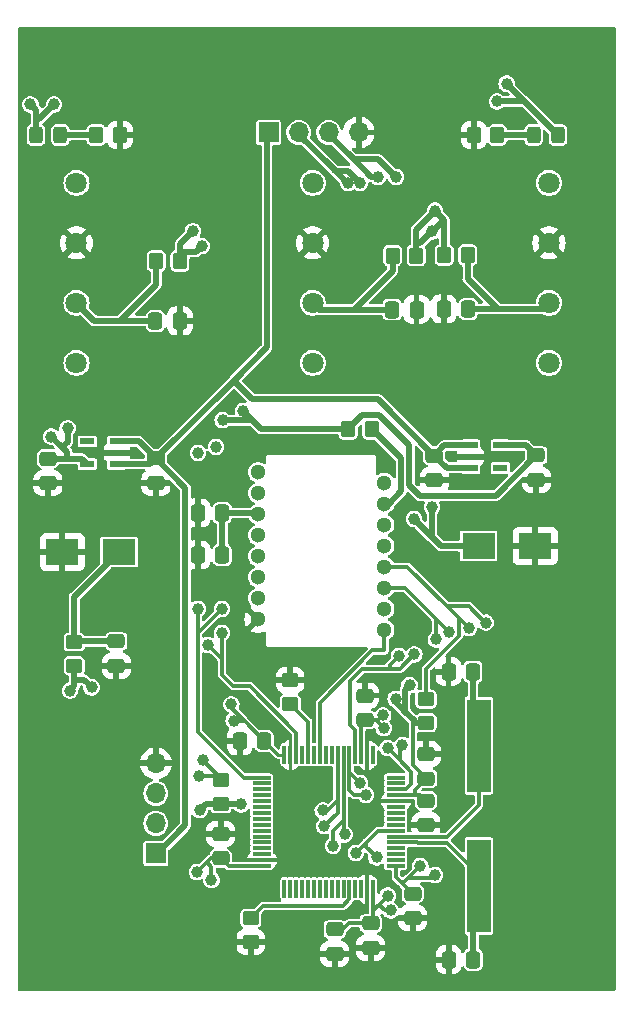
<source format=gbr>
%TF.GenerationSoftware,KiCad,Pcbnew,7.0.8*%
%TF.CreationDate,2024-03-13T16:31:13+02:00*%
%TF.ProjectId,mouse_hardware,6d6f7573-655f-4686-9172-64776172652e,rev?*%
%TF.SameCoordinates,Original*%
%TF.FileFunction,Copper,L1,Top*%
%TF.FilePolarity,Positive*%
%FSLAX46Y46*%
G04 Gerber Fmt 4.6, Leading zero omitted, Abs format (unit mm)*
G04 Created by KiCad (PCBNEW 7.0.8) date 2024-03-13 16:31:13*
%MOMM*%
%LPD*%
G01*
G04 APERTURE LIST*
G04 Aperture macros list*
%AMRoundRect*
0 Rectangle with rounded corners*
0 $1 Rounding radius*
0 $2 $3 $4 $5 $6 $7 $8 $9 X,Y pos of 4 corners*
0 Add a 4 corners polygon primitive as box body*
4,1,4,$2,$3,$4,$5,$6,$7,$8,$9,$2,$3,0*
0 Add four circle primitives for the rounded corners*
1,1,$1+$1,$2,$3*
1,1,$1+$1,$4,$5*
1,1,$1+$1,$6,$7*
1,1,$1+$1,$8,$9*
0 Add four rect primitives between the rounded corners*
20,1,$1+$1,$2,$3,$4,$5,0*
20,1,$1+$1,$4,$5,$6,$7,0*
20,1,$1+$1,$6,$7,$8,$9,0*
20,1,$1+$1,$8,$9,$2,$3,0*%
G04 Aperture macros list end*
%TA.AperFunction,SMDPad,CuDef*%
%ADD10RoundRect,0.250000X0.450000X-0.350000X0.450000X0.350000X-0.450000X0.350000X-0.450000X-0.350000X0*%
%TD*%
%TA.AperFunction,SMDPad,CuDef*%
%ADD11RoundRect,0.250000X0.475000X-0.337500X0.475000X0.337500X-0.475000X0.337500X-0.475000X-0.337500X0*%
%TD*%
%TA.AperFunction,SMDPad,CuDef*%
%ADD12RoundRect,0.250000X-0.475000X0.337500X-0.475000X-0.337500X0.475000X-0.337500X0.475000X0.337500X0*%
%TD*%
%TA.AperFunction,SMDPad,CuDef*%
%ADD13R,2.000000X7.875000*%
%TD*%
%TA.AperFunction,SMDPad,CuDef*%
%ADD14RoundRect,0.250000X0.337500X0.475000X-0.337500X0.475000X-0.337500X-0.475000X0.337500X-0.475000X0*%
%TD*%
%TA.AperFunction,SMDPad,CuDef*%
%ADD15RoundRect,0.250000X0.350000X0.450000X-0.350000X0.450000X-0.350000X-0.450000X0.350000X-0.450000X0*%
%TD*%
%TA.AperFunction,SMDPad,CuDef*%
%ADD16R,1.200000X0.600000*%
%TD*%
%TA.AperFunction,ComponentPad*%
%ADD17C,1.800000*%
%TD*%
%TA.AperFunction,SMDPad,CuDef*%
%ADD18RoundRect,0.250000X-0.350000X-0.450000X0.350000X-0.450000X0.350000X0.450000X-0.350000X0.450000X0*%
%TD*%
%TA.AperFunction,SMDPad,CuDef*%
%ADD19RoundRect,0.250000X-0.337500X-0.475000X0.337500X-0.475000X0.337500X0.475000X-0.337500X0.475000X0*%
%TD*%
%TA.AperFunction,ComponentPad*%
%ADD20R,1.700000X1.700000*%
%TD*%
%TA.AperFunction,ComponentPad*%
%ADD21O,1.700000X1.700000*%
%TD*%
%TA.AperFunction,SMDPad,CuDef*%
%ADD22RoundRect,0.250000X-0.450000X0.350000X-0.450000X-0.350000X0.450000X-0.350000X0.450000X0.350000X0*%
%TD*%
%TA.AperFunction,SMDPad,CuDef*%
%ADD23R,1.250000X0.600000*%
%TD*%
%TA.AperFunction,SMDPad,CuDef*%
%ADD24R,2.800000X2.200000*%
%TD*%
%TA.AperFunction,ComponentPad*%
%ADD25C,1.300000*%
%TD*%
%TA.AperFunction,SMDPad,CuDef*%
%ADD26RoundRect,0.250000X0.325000X0.450000X-0.325000X0.450000X-0.325000X-0.450000X0.325000X-0.450000X0*%
%TD*%
%TA.AperFunction,SMDPad,CuDef*%
%ADD27RoundRect,0.075000X0.700000X0.075000X-0.700000X0.075000X-0.700000X-0.075000X0.700000X-0.075000X0*%
%TD*%
%TA.AperFunction,SMDPad,CuDef*%
%ADD28RoundRect,0.075000X0.075000X0.700000X-0.075000X0.700000X-0.075000X-0.700000X0.075000X-0.700000X0*%
%TD*%
%TA.AperFunction,SMDPad,CuDef*%
%ADD29RoundRect,0.250000X-0.325000X-0.450000X0.325000X-0.450000X0.325000X0.450000X-0.325000X0.450000X0*%
%TD*%
%TA.AperFunction,ViaPad*%
%ADD30C,1.000000*%
%TD*%
%TA.AperFunction,Conductor*%
%ADD31C,0.500000*%
%TD*%
%TA.AperFunction,Conductor*%
%ADD32C,0.300000*%
%TD*%
%TA.AperFunction,Conductor*%
%ADD33C,0.250000*%
%TD*%
G04 APERTURE END LIST*
D10*
%TO.P,R1,1*%
%TO.N,GND*%
X31903000Y-89650500D03*
%TO.P,R1,2*%
%TO.N,Net-(U1-BOOT0)*%
X31903000Y-87650500D03*
%TD*%
D11*
%TO.P,C9,1*%
%TO.N,GND*%
X47441000Y-50556000D03*
%TO.P,C9,2*%
%TO.N,+5V*%
X47441000Y-48481000D03*
%TD*%
D12*
%TO.P,C16,1*%
%TO.N,DPI_SWITCH*%
X20517000Y-64207500D03*
%TO.P,C16,2*%
%TO.N,GND*%
X20517000Y-66282500D03*
%TD*%
D11*
%TO.P,C7,1*%
%TO.N,+3V3*%
X29363000Y-82581500D03*
%TO.P,C7,2*%
%TO.N,GND*%
X29363000Y-80506500D03*
%TD*%
D13*
%TO.P,Y1,1,1*%
%TO.N,OSC_IN*%
X51207000Y-84920000D03*
%TO.P,Y1,2,2*%
%TO.N,OSC_OUT*%
X51207000Y-73045000D03*
%TD*%
D14*
%TO.P,C14,1*%
%TO.N,RIGHT_CLICK*%
X50313500Y-36068000D03*
%TO.P,C14,2*%
%TO.N,GND*%
X48238500Y-36068000D03*
%TD*%
D15*
%TO.P,R9,1*%
%TO.N,Net-(D1-K)*%
X52791000Y-21336000D03*
%TO.P,R9,2*%
%TO.N,GND*%
X50791000Y-21336000D03*
%TD*%
D16*
%TO.P,IC2,1,VIN*%
%TO.N,+5V*%
X20554000Y-49188500D03*
%TO.P,IC2,2,GND*%
%TO.N,GND*%
X20554000Y-48238500D03*
%TO.P,IC2,3,EN*%
%TO.N,+5V*%
X20554000Y-47288500D03*
%TO.P,IC2,4,ADJ/NC*%
%TO.N,unconnected-(IC2-ADJ{slash}NC-Pad4)*%
X18054000Y-47288500D03*
%TO.P,IC2,5,VOUT*%
%TO.N,+3V3*%
X18054000Y-49188500D03*
%TD*%
D17*
%TO.P,H2,1,1*%
%TO.N,unconnected-(H2-Pad1)*%
X37149000Y-25400000D03*
%TD*%
D10*
%TO.P,R8,1*%
%TO.N,+3V3*%
X46736000Y-71104000D03*
%TO.P,R8,2*%
%TO.N,MISO*%
X46736000Y-69104000D03*
%TD*%
D15*
%TO.P,R6,1*%
%TO.N,+3V3*%
X45906500Y-31548000D03*
%TO.P,R6,2*%
%TO.N,MIDDLE_CLICK*%
X43906500Y-31548000D03*
%TD*%
D18*
%TO.P,R11,1*%
%TO.N,+2V*%
X40148000Y-46228000D03*
%TO.P,R11,2*%
%TO.N,Net-(U2-LED_P)*%
X42148000Y-46228000D03*
%TD*%
D17*
%TO.P,S3,1,COM*%
%TO.N,GND*%
X37149000Y-30480000D03*
%TO.P,S3,2,NO*%
%TO.N,MIDDLE_CLICK*%
X37149000Y-35560000D03*
%TO.P,S3,3,NC*%
%TO.N,unconnected-(S3-NC-Pad3)*%
X37149000Y-40640000D03*
%TD*%
D12*
%TO.P,C2,1*%
%TO.N,+3V3*%
X46736000Y-77702500D03*
%TO.P,C2,2*%
%TO.N,GND*%
X46736000Y-79777500D03*
%TD*%
D11*
%TO.P,C11,1*%
%TO.N,GND*%
X23876000Y-50800000D03*
%TO.P,C11,2*%
%TO.N,+5V*%
X23876000Y-48725000D03*
%TD*%
D17*
%TO.P,S2,1,COM*%
%TO.N,GND*%
X57149000Y-30480000D03*
%TO.P,S2,2,NO*%
%TO.N,RIGHT_CLICK*%
X57149000Y-35560000D03*
%TO.P,S2,3,NC*%
%TO.N,unconnected-(S2-NC-Pad3)*%
X57149000Y-40640000D03*
%TD*%
D18*
%TO.P,R10,1*%
%TO.N,Net-(D2-K)*%
X18828000Y-21336000D03*
%TO.P,R10,2*%
%TO.N,GND*%
X20828000Y-21336000D03*
%TD*%
D12*
%TO.P,C8,1*%
%TO.N,+3V3*%
X42063000Y-88083500D03*
%TO.P,C8,2*%
%TO.N,GND*%
X42063000Y-90158500D03*
%TD*%
D19*
%TO.P,C15,1*%
%TO.N,MIDDLE_CLICK*%
X43863500Y-36120000D03*
%TO.P,C15,2*%
%TO.N,GND*%
X45938500Y-36120000D03*
%TD*%
D11*
%TO.P,C10,1*%
%TO.N,GND*%
X56077000Y-50534500D03*
%TO.P,C10,2*%
%TO.N,+2V*%
X56077000Y-48459500D03*
%TD*%
D20*
%TO.P,J1,1,Pin_1*%
%TO.N,+5V*%
X33424000Y-21129000D03*
D21*
%TO.P,J1,2,Pin_2*%
%TO.N,USBDP*%
X35964000Y-21129000D03*
%TO.P,J1,3,Pin_3*%
%TO.N,USBDM*%
X38504000Y-21129000D03*
%TO.P,J1,4,Pin_4*%
%TO.N,GND*%
X41044000Y-21129000D03*
%TD*%
D15*
%TO.P,R4,1*%
%TO.N,+3V3*%
X25908000Y-32004000D03*
%TO.P,R4,2*%
%TO.N,LEFT_CLICK*%
X23908000Y-32004000D03*
%TD*%
D22*
%TO.P,R3,1*%
%TO.N,NRST*%
X29363000Y-75972000D03*
%TO.P,R3,2*%
%TO.N,+3V3*%
X29363000Y-77972000D03*
%TD*%
D18*
%TO.P,R5,1*%
%TO.N,+3V3*%
X48281500Y-31496000D03*
%TO.P,R5,2*%
%TO.N,RIGHT_CLICK*%
X50281500Y-31496000D03*
%TD*%
D23*
%TO.P,IC1,1,VIN*%
%TO.N,+5V*%
X50529000Y-47618500D03*
%TO.P,IC1,2,GND*%
%TO.N,GND*%
X50529000Y-48568500D03*
%TO.P,IC1,3,EN*%
%TO.N,+5V*%
X50529000Y-49518500D03*
%TO.P,IC1,4,NC*%
%TO.N,unconnected-(IC1-NC-Pad4)*%
X53029000Y-49518500D03*
%TO.P,IC1,5,VOUT*%
%TO.N,+2V*%
X53029000Y-47618500D03*
%TD*%
D24*
%TO.P,SW1,1,1*%
%TO.N,NRST*%
X51189000Y-56144000D03*
%TO.P,SW1,2,2*%
%TO.N,GND*%
X55989000Y-56144000D03*
%TD*%
D25*
%TO.P,U2,1*%
%TO.N,N/C*%
X32517000Y-49889000D03*
%TO.P,U2,2*%
X32517000Y-51669000D03*
%TO.P,U2,3,VDDPIX*%
%TO.N,Net-(U2-VDDPIX)*%
X32517000Y-53449000D03*
%TO.P,U2,4,VDD*%
%TO.N,+2V*%
X32517000Y-55229000D03*
%TO.P,U2,5,VDDIO*%
%TO.N,+3V3*%
X32517000Y-57009000D03*
%TO.P,U2,6*%
%TO.N,N/C*%
X32517000Y-58789000D03*
%TO.P,U2,7,~{RESET}*%
%TO.N,NRST*%
X32517000Y-60569000D03*
%TO.P,U2,8,GND*%
%TO.N,GND*%
X32517000Y-62349000D03*
%TO.P,U2,9,MOTION*%
%TO.N,MOTION*%
X43217000Y-63239000D03*
%TO.P,U2,10,SCLK*%
%TO.N,SCK*%
X43217000Y-61459000D03*
%TO.P,U2,11,MOSI*%
%TO.N,MOSI*%
X43217000Y-59679000D03*
%TO.P,U2,12,MISO*%
%TO.N,MISO*%
X43217000Y-57899000D03*
%TO.P,U2,13,~{CS}*%
%TO.N,NCS*%
X43217000Y-56119000D03*
%TO.P,U2,14*%
%TO.N,N/C*%
X43217000Y-54339000D03*
%TO.P,U2,15,LED_P*%
%TO.N,Net-(U2-LED_P)*%
X43217000Y-52559000D03*
%TO.P,U2,16*%
%TO.N,N/C*%
X43217000Y-50779000D03*
%TD*%
D14*
%TO.P,C20,1*%
%TO.N,Net-(U2-VDDPIX)*%
X29485500Y-56896000D03*
%TO.P,C20,2*%
%TO.N,GND*%
X27410500Y-56896000D03*
%TD*%
D12*
%TO.P,C3,1*%
%TO.N,+3V3*%
X45619000Y-85565000D03*
%TO.P,C3,2*%
%TO.N,GND*%
X45619000Y-87640000D03*
%TD*%
D14*
%TO.P,C5,1*%
%TO.N,+3V3*%
X33041500Y-72644000D03*
%TO.P,C5,2*%
%TO.N,GND*%
X30966500Y-72644000D03*
%TD*%
D10*
%TO.P,R7,1*%
%TO.N,+3V3*%
X16961000Y-66266500D03*
%TO.P,R7,2*%
%TO.N,DPI_SWITCH*%
X16961000Y-64266500D03*
%TD*%
D11*
%TO.P,C12,1*%
%TO.N,GND*%
X14732000Y-50821500D03*
%TO.P,C12,2*%
%TO.N,+3V3*%
X14732000Y-48746500D03*
%TD*%
D17*
%TO.P,H1,1,1*%
%TO.N,unconnected-(H1-Pad1)*%
X57149000Y-25400000D03*
%TD*%
D12*
%TO.P,C4,1*%
%TO.N,+3V3*%
X39015000Y-88591500D03*
%TO.P,C4,2*%
%TO.N,GND*%
X39015000Y-90666500D03*
%TD*%
D10*
%TO.P,R2,1*%
%TO.N,Net-(U1-PB2)*%
X35250000Y-69500000D03*
%TO.P,R2,2*%
%TO.N,GND*%
X35250000Y-67500000D03*
%TD*%
D14*
%TO.P,C19,1*%
%TO.N,Net-(U2-VDDPIX)*%
X29485500Y-53340000D03*
%TO.P,C19,2*%
%TO.N,GND*%
X27410500Y-53340000D03*
%TD*%
%TO.P,C18,1*%
%TO.N,OSC_OUT*%
X50720500Y-66790500D03*
%TO.P,C18,2*%
%TO.N,GND*%
X48645500Y-66790500D03*
%TD*%
D11*
%TO.P,C6,1*%
%TO.N,+3V3*%
X41555000Y-70876000D03*
%TO.P,C6,2*%
%TO.N,GND*%
X41555000Y-68801000D03*
%TD*%
%TO.P,C1,1*%
%TO.N,+3V3*%
X46760000Y-75827500D03*
%TO.P,C1,2*%
%TO.N,GND*%
X46760000Y-73752500D03*
%TD*%
D24*
%TO.P,SW5,1,1*%
%TO.N,DPI_SWITCH*%
X20745000Y-56652000D03*
%TO.P,SW5,2,2*%
%TO.N,GND*%
X15945000Y-56652000D03*
%TD*%
D19*
%TO.P,C13,1*%
%TO.N,LEFT_CLICK*%
X23833000Y-37084000D03*
%TO.P,C13,2*%
%TO.N,GND*%
X25908000Y-37084000D03*
%TD*%
D26*
%TO.P,D2,1,K*%
%TO.N,Net-(D2-K)*%
X15773000Y-21336000D03*
%TO.P,D2,2,A*%
%TO.N,+3V3*%
X13723000Y-21336000D03*
%TD*%
D27*
%TO.P,U1,1,VBAT*%
%TO.N,+3V3*%
X44182000Y-83240500D03*
%TO.P,U1,2,PC13*%
%TO.N,unconnected-(U1-PC13-Pad2)*%
X44182000Y-82740500D03*
%TO.P,U1,3,PC14*%
%TO.N,unconnected-(U1-PC14-Pad3)*%
X44182000Y-82240500D03*
%TO.P,U1,4,PC15*%
%TO.N,unconnected-(U1-PC15-Pad4)*%
X44182000Y-81740500D03*
%TO.P,U1,5,PD0*%
%TO.N,OSC_IN*%
X44182000Y-81240500D03*
%TO.P,U1,6,PD1*%
%TO.N,OSC_OUT*%
X44182000Y-80740500D03*
%TO.P,U1,7,NRST*%
%TO.N,NRST*%
X44182000Y-80240500D03*
%TO.P,U1,8,PC0*%
%TO.N,unconnected-(U1-PC0-Pad8)*%
X44182000Y-79740500D03*
%TO.P,U1,9,PC1*%
%TO.N,unconnected-(U1-PC1-Pad9)*%
X44182000Y-79240500D03*
%TO.P,U1,10,PC2*%
%TO.N,unconnected-(U1-PC2-Pad10)*%
X44182000Y-78740500D03*
%TO.P,U1,11,PC3*%
%TO.N,unconnected-(U1-PC3-Pad11)*%
X44182000Y-78240500D03*
%TO.P,U1,12,VSSA*%
%TO.N,GND*%
X44182000Y-77740500D03*
%TO.P,U1,13,VDDA*%
%TO.N,+3V3*%
X44182000Y-77240500D03*
%TO.P,U1,14,PA0*%
%TO.N,STATUS_LED*%
X44182000Y-76740500D03*
%TO.P,U1,15,PA1*%
%TO.N,unconnected-(U1-PA1-Pad15)*%
X44182000Y-76240500D03*
%TO.P,U1,16,PA2*%
%TO.N,unconnected-(U1-PA2-Pad16)*%
X44182000Y-75740500D03*
D28*
%TO.P,U1,17,PA3*%
%TO.N,unconnected-(U1-PA3-Pad17)*%
X42257000Y-73815500D03*
%TO.P,U1,18,VSS*%
%TO.N,GND*%
X41757000Y-73815500D03*
%TO.P,U1,19,VDD*%
%TO.N,+3V3*%
X41257000Y-73815500D03*
%TO.P,U1,20,PA4*%
%TO.N,NCS*%
X40757000Y-73815500D03*
%TO.P,U1,21,PA5*%
%TO.N,SCK*%
X40257000Y-73815500D03*
%TO.P,U1,22,PA6*%
%TO.N,MISO*%
X39757000Y-73815500D03*
%TO.P,U1,23,PA7*%
%TO.N,MOSI*%
X39257000Y-73815500D03*
%TO.P,U1,24,PC4*%
%TO.N,unconnected-(U1-PC4-Pad24)*%
X38757000Y-73815500D03*
%TO.P,U1,25,PC5*%
%TO.N,unconnected-(U1-PC5-Pad25)*%
X38257000Y-73815500D03*
%TO.P,U1,26,PB0*%
%TO.N,MOTION*%
X37757000Y-73815500D03*
%TO.P,U1,27,PB1*%
%TO.N,unconnected-(U1-PB1-Pad27)*%
X37257000Y-73815500D03*
%TO.P,U1,28,PB2*%
%TO.N,Net-(U1-PB2)*%
X36757000Y-73815500D03*
%TO.P,U1,29,PB10*%
%TO.N,unconnected-(U1-PB10-Pad29)*%
X36257000Y-73815500D03*
%TO.P,U1,30,PB11*%
%TO.N,USBDM*%
X35757000Y-73815500D03*
%TO.P,U1,31,VSS*%
%TO.N,GND*%
X35257000Y-73815500D03*
%TO.P,U1,32,VDD*%
%TO.N,+3V3*%
X34757000Y-73815500D03*
D27*
%TO.P,U1,33,PB12*%
%TO.N,USBDP*%
X32832000Y-75740500D03*
%TO.P,U1,34,PB13*%
%TO.N,unconnected-(U1-PB13-Pad34)*%
X32832000Y-76240500D03*
%TO.P,U1,35,PB14*%
%TO.N,unconnected-(U1-PB14-Pad35)*%
X32832000Y-76740500D03*
%TO.P,U1,36,PB15*%
%TO.N,unconnected-(U1-PB15-Pad36)*%
X32832000Y-77240500D03*
%TO.P,U1,37,PC6*%
%TO.N,unconnected-(U1-PC6-Pad37)*%
X32832000Y-77740500D03*
%TO.P,U1,38,PC7*%
%TO.N,unconnected-(U1-PC7-Pad38)*%
X32832000Y-78240500D03*
%TO.P,U1,39,PC8*%
%TO.N,unconnected-(U1-PC8-Pad39)*%
X32832000Y-78740500D03*
%TO.P,U1,40,PC9*%
%TO.N,unconnected-(U1-PC9-Pad40)*%
X32832000Y-79240500D03*
%TO.P,U1,41,PA8*%
%TO.N,unconnected-(U1-PA8-Pad41)*%
X32832000Y-79740500D03*
%TO.P,U1,42,PA9*%
%TO.N,unconnected-(U1-PA9-Pad42)*%
X32832000Y-80240500D03*
%TO.P,U1,43,PA10*%
%TO.N,unconnected-(U1-PA10-Pad43)*%
X32832000Y-80740500D03*
%TO.P,U1,44,PA11*%
%TO.N,unconnected-(U1-PA11-Pad44)*%
X32832000Y-81240500D03*
%TO.P,U1,45,PA12*%
%TO.N,unconnected-(U1-PA12-Pad45)*%
X32832000Y-81740500D03*
%TO.P,U1,46,PA13*%
%TO.N,unconnected-(U1-PA13-Pad46)*%
X32832000Y-82240500D03*
%TO.P,U1,47,VSS*%
%TO.N,GND*%
X32832000Y-82740500D03*
%TO.P,U1,48,VDD*%
%TO.N,+3V3*%
X32832000Y-83240500D03*
D28*
%TO.P,U1,49,PA14*%
%TO.N,unconnected-(U1-PA14-Pad49)*%
X34757000Y-85165500D03*
%TO.P,U1,50,PA15*%
%TO.N,unconnected-(U1-PA15-Pad50)*%
X35257000Y-85165500D03*
%TO.P,U1,51,PC10*%
%TO.N,unconnected-(U1-PC10-Pad51)*%
X35757000Y-85165500D03*
%TO.P,U1,52,PC11*%
%TO.N,unconnected-(U1-PC11-Pad52)*%
X36257000Y-85165500D03*
%TO.P,U1,53,PC12*%
%TO.N,unconnected-(U1-PC12-Pad53)*%
X36757000Y-85165500D03*
%TO.P,U1,54,PD2*%
%TO.N,unconnected-(U1-PD2-Pad54)*%
X37257000Y-85165500D03*
%TO.P,U1,55,PB3*%
%TO.N,unconnected-(U1-PB3-Pad55)*%
X37757000Y-85165500D03*
%TO.P,U1,56,PB4*%
%TO.N,unconnected-(U1-PB4-Pad56)*%
X38257000Y-85165500D03*
%TO.P,U1,57,PB5*%
%TO.N,unconnected-(U1-PB5-Pad57)*%
X38757000Y-85165500D03*
%TO.P,U1,58,PB6*%
%TO.N,unconnected-(U1-PB6-Pad58)*%
X39257000Y-85165500D03*
%TO.P,U1,59,PB7*%
%TO.N,unconnected-(U1-PB7-Pad59)*%
X39757000Y-85165500D03*
%TO.P,U1,60,BOOT0*%
%TO.N,Net-(U1-BOOT0)*%
X40257000Y-85165500D03*
%TO.P,U1,61,PB8*%
%TO.N,unconnected-(U1-PB8-Pad61)*%
X40757000Y-85165500D03*
%TO.P,U1,62,PB9*%
%TO.N,unconnected-(U1-PB9-Pad62)*%
X41257000Y-85165500D03*
%TO.P,U1,63,VSS*%
%TO.N,GND*%
X41757000Y-85165500D03*
%TO.P,U1,64,VDD*%
%TO.N,+3V3*%
X42257000Y-85165500D03*
%TD*%
D20*
%TO.P,J2,1,Pin_1*%
%TO.N,+5V*%
X23866000Y-82156000D03*
D21*
%TO.P,J2,2,Pin_2*%
%TO.N,SWDIO*%
X23866000Y-79616000D03*
%TO.P,J2,3,Pin_3*%
%TO.N,SWCLK*%
X23866000Y-77076000D03*
%TO.P,J2,4,Pin_4*%
%TO.N,GND*%
X23866000Y-74536000D03*
%TD*%
D17*
%TO.P,S1,1,COM*%
%TO.N,GND*%
X17149000Y-30480000D03*
%TO.P,S1,2,NO*%
%TO.N,LEFT_CLICK*%
X17149000Y-35560000D03*
%TO.P,S1,3,NC*%
%TO.N,unconnected-(S1-NC-Pad3)*%
X17149000Y-40640000D03*
%TD*%
%TO.P,H3,1,1*%
%TO.N,unconnected-(H3-Pad1)*%
X17149000Y-25400000D03*
%TD*%
D14*
%TO.P,C17,1*%
%TO.N,OSC_IN*%
X50742000Y-91174500D03*
%TO.P,C17,2*%
%TO.N,GND*%
X48667000Y-91174500D03*
%TD*%
D29*
%TO.P,D1,1,K*%
%TO.N,Net-(D1-K)*%
X55862000Y-21336000D03*
%TO.P,D1,2,A*%
%TO.N,STATUS_LED*%
X57912000Y-21336000D03*
%TD*%
D30*
%TO.N,+3V3*%
X28956000Y-47752000D03*
X30263041Y-69550000D03*
X13250000Y-18750000D03*
X43750000Y-87000000D03*
X27350000Y-83750000D03*
X43169062Y-71550500D03*
X45350000Y-67925000D03*
X47500000Y-84000000D03*
X27432000Y-48260000D03*
X30450000Y-70925000D03*
X28575000Y-84400000D03*
X46250000Y-83250000D03*
X43110000Y-70480000D03*
X47250000Y-29500000D03*
X27000000Y-29500000D03*
X16600000Y-68375000D03*
X27575000Y-78475000D03*
X15025000Y-46875000D03*
X31100000Y-78025000D03*
X16400000Y-46175000D03*
X44175000Y-69075000D03*
X27750000Y-30750000D03*
X47500000Y-27750000D03*
X18425000Y-68100000D03*
X43500000Y-85750000D03*
X15250000Y-18750000D03*
%TO.N,STATUS_LED*%
X53576000Y-17000000D03*
X43500000Y-73250000D03*
X52750000Y-18500000D03*
X44750000Y-73000000D03*
%TO.N,USBDP*%
X41148000Y-25400000D03*
X40132000Y-25400000D03*
X29464000Y-61468000D03*
X27432000Y-61468000D03*
%TO.N,USBDM*%
X29464000Y-63500000D03*
X28281500Y-64516000D03*
X42672000Y-24892000D03*
X44196000Y-24892000D03*
%TO.N,NRST*%
X40800000Y-82125000D03*
X45720000Y-53848000D03*
X27825000Y-74300000D03*
X47244000Y-52832000D03*
X42550000Y-82500000D03*
X27525000Y-75650000D03*
%TO.N,MISO*%
X51800000Y-62625000D03*
X50375000Y-63100000D03*
X38875000Y-81525000D03*
X39850000Y-80550000D03*
%TO.N,NCS*%
X45750000Y-65325000D03*
X44444188Y-65469188D03*
%TO.N,SCK*%
X41656000Y-77216000D03*
X41148000Y-76200000D03*
%TO.N,MOSI*%
X48675000Y-63400000D03*
X38000000Y-78525000D03*
X47575000Y-64050000D03*
X38125000Y-79850000D03*
%TO.N,+2V*%
X29525000Y-45475000D03*
X31250000Y-44725000D03*
%TD*%
D31*
%TO.N,+3V3*%
X14732000Y-48746500D02*
X16350000Y-48746500D01*
X44175000Y-69375000D02*
X44975000Y-70175000D01*
D32*
X28187500Y-82912500D02*
X27350000Y-83750000D01*
X44652000Y-84598000D02*
X45619000Y-85565000D01*
X30263041Y-69865541D02*
X31473750Y-71076250D01*
D31*
X44175000Y-69075000D02*
X44175000Y-69375000D01*
D32*
X42063000Y-88083500D02*
X42257000Y-87889500D01*
X43169062Y-71550500D02*
X42494562Y-70876000D01*
X45712500Y-70912500D02*
X45661000Y-70964000D01*
D31*
X16961000Y-67450000D02*
X16961000Y-68014000D01*
D32*
X40248000Y-88083500D02*
X42063000Y-88083500D01*
X30022000Y-83240500D02*
X32832000Y-83240500D01*
X30263041Y-69550000D02*
X30263041Y-69865541D01*
X42494562Y-70876000D02*
X41555000Y-70876000D01*
D31*
X17775000Y-67450000D02*
X18425000Y-68100000D01*
X27250000Y-31250000D02*
X27750000Y-30750000D01*
D32*
X47250000Y-84250000D02*
X47500000Y-84000000D01*
D31*
X16961000Y-66266500D02*
X16961000Y-67450000D01*
X17612000Y-48746500D02*
X18054000Y-49188500D01*
X16350000Y-48746500D02*
X16350000Y-48200000D01*
X25908000Y-30592000D02*
X27000000Y-29500000D01*
X13723000Y-20000000D02*
X14000000Y-20000000D01*
D32*
X31322500Y-70925000D02*
X30450000Y-70925000D01*
D33*
X34757000Y-73815500D02*
X34213000Y-73815500D01*
D31*
X45906500Y-29343500D02*
X47500000Y-27750000D01*
X16961000Y-67450000D02*
X17775000Y-67450000D01*
X31047000Y-77972000D02*
X31100000Y-78025000D01*
D32*
X45825000Y-77240500D02*
X45825000Y-76762500D01*
D31*
X13723000Y-19223000D02*
X13250000Y-18750000D01*
X16961000Y-68014000D02*
X16600000Y-68375000D01*
X15925000Y-47775000D02*
X16400000Y-47300000D01*
D32*
X45250000Y-84250000D02*
X47250000Y-84250000D01*
D31*
X45350000Y-67925000D02*
X44975000Y-68300000D01*
X47313000Y-29500000D02*
X47250000Y-29500000D01*
D32*
X42257000Y-87000000D02*
X42257000Y-86993000D01*
D33*
X34213000Y-73815500D02*
X33041500Y-72644000D01*
D31*
X45906500Y-30500000D02*
X45906500Y-29343500D01*
D32*
X45661000Y-70964000D02*
X45661000Y-74703894D01*
X42714000Y-70876000D02*
X41555000Y-70876000D01*
X45825000Y-77240500D02*
X44182000Y-77240500D01*
D31*
X15925000Y-47775000D02*
X15025000Y-46875000D01*
D32*
X42750000Y-86500000D02*
X43500000Y-85750000D01*
X41257000Y-71174000D02*
X41555000Y-70876000D01*
X42750000Y-86500000D02*
X43250000Y-87000000D01*
X46736000Y-77702500D02*
X46274000Y-77240500D01*
D31*
X16400000Y-47300000D02*
X16400000Y-46175000D01*
D32*
X28187500Y-82912500D02*
X28575000Y-83300000D01*
X43110000Y-70480000D02*
X42714000Y-70876000D01*
D31*
X46250000Y-30500000D02*
X47250000Y-29500000D01*
D32*
X44902000Y-84598000D02*
X45250000Y-84250000D01*
D31*
X13723000Y-20000000D02*
X13723000Y-19223000D01*
X14000000Y-20000000D02*
X15250000Y-18750000D01*
D32*
X45250000Y-84250000D02*
X46250000Y-83250000D01*
X44182000Y-84128000D02*
X44652000Y-84598000D01*
X28518500Y-82581500D02*
X28187500Y-82912500D01*
D31*
X45712500Y-70912500D02*
X44975000Y-70175000D01*
D32*
X46274000Y-77240500D02*
X45825000Y-77240500D01*
D31*
X48281500Y-31496000D02*
X48281500Y-28531500D01*
X48281500Y-28531500D02*
X47500000Y-27750000D01*
X44975000Y-68300000D02*
X44975000Y-70175000D01*
X45904000Y-71104000D02*
X45712500Y-70912500D01*
X29363000Y-77972000D02*
X31047000Y-77972000D01*
D32*
X29363000Y-82581500D02*
X30022000Y-83240500D01*
X45661000Y-74703894D02*
X46760000Y-75802894D01*
D31*
X28078000Y-77972000D02*
X27575000Y-78475000D01*
D32*
X33041500Y-72644000D02*
X31473750Y-71076250D01*
X39740000Y-88591500D02*
X40248000Y-88083500D01*
X28575000Y-83300000D02*
X28575000Y-84400000D01*
X43250000Y-87000000D02*
X43750000Y-87000000D01*
X42257000Y-87889500D02*
X42257000Y-87000000D01*
D31*
X13723000Y-21336000D02*
X13723000Y-20000000D01*
D32*
X41257000Y-73815500D02*
X41257000Y-71174000D01*
X44652000Y-84598000D02*
X44902000Y-84598000D01*
X44182000Y-83240500D02*
X44182000Y-84128000D01*
D31*
X45906500Y-30500000D02*
X46250000Y-30500000D01*
D32*
X29363000Y-82581500D02*
X28518500Y-82581500D01*
X42257000Y-87000000D02*
X42257000Y-85165500D01*
D31*
X25908000Y-31250000D02*
X25908000Y-30592000D01*
X45906500Y-31548000D02*
X45906500Y-30500000D01*
D32*
X45825000Y-76762500D02*
X46760000Y-75827500D01*
D31*
X25908000Y-32004000D02*
X25908000Y-31250000D01*
X46736000Y-71104000D02*
X45904000Y-71104000D01*
X29363000Y-77972000D02*
X28078000Y-77972000D01*
D32*
X31473750Y-71076250D02*
X31322500Y-70925000D01*
D31*
X16350000Y-48200000D02*
X15925000Y-47775000D01*
X25908000Y-31250000D02*
X27250000Y-31250000D01*
D32*
X46760000Y-75802894D02*
X46760000Y-75827500D01*
D31*
X16350000Y-48746500D02*
X17612000Y-48746500D01*
D32*
X42257000Y-86993000D02*
X42750000Y-86500000D01*
X39015000Y-88591500D02*
X39740000Y-88591500D01*
D31*
X48281500Y-28531500D02*
X47313000Y-29500000D01*
D32*
X42257000Y-86074500D02*
X42257000Y-85165500D01*
D31*
%TO.N,+5V*%
X47441000Y-48481000D02*
X42648000Y-43688000D01*
X26373000Y-79799000D02*
X23876000Y-82296000D01*
X47441000Y-48481000D02*
X48478500Y-49518500D01*
X26373000Y-51222000D02*
X26373000Y-79799000D01*
X23412500Y-49188500D02*
X23876000Y-48725000D01*
X30458500Y-42142500D02*
X33284000Y-39317000D01*
X48303500Y-47618500D02*
X50529000Y-47618500D01*
X33284000Y-39317000D02*
X33284000Y-21139000D01*
X47441000Y-48481000D02*
X48303500Y-47618500D01*
X32004000Y-43688000D02*
X30458500Y-42142500D01*
X20554000Y-47288500D02*
X22439500Y-47288500D01*
X42648000Y-43688000D02*
X32004000Y-43688000D01*
X23876000Y-48725000D02*
X26373000Y-51222000D01*
X20554000Y-49188500D02*
X23412500Y-49188500D01*
X23876000Y-48725000D02*
X30458500Y-42142500D01*
X48478500Y-49518500D02*
X50529000Y-49518500D01*
X22439500Y-47288500D02*
X23876000Y-48725000D01*
%TO.N,LEFT_CLICK*%
X23833000Y-37084000D02*
X20828000Y-37084000D01*
X20828000Y-37084000D02*
X18673000Y-37084000D01*
X23908000Y-32004000D02*
X23908000Y-34004000D01*
X18673000Y-37084000D02*
X17149000Y-35560000D01*
X23908000Y-34004000D02*
X20828000Y-37084000D01*
%TO.N,RIGHT_CLICK*%
X52832000Y-36068000D02*
X56641000Y-36068000D01*
X50281500Y-31496000D02*
X50281500Y-33517500D01*
X56641000Y-36068000D02*
X57149000Y-35560000D01*
X50281500Y-33517500D02*
X52832000Y-36068000D01*
X50313500Y-36068000D02*
X52832000Y-36068000D01*
%TO.N,MIDDLE_CLICK*%
X43863500Y-36120000D02*
X40640000Y-36120000D01*
X43906500Y-32853500D02*
X40640000Y-36120000D01*
X40640000Y-36120000D02*
X37709000Y-36120000D01*
X43906500Y-31548000D02*
X43906500Y-32853500D01*
X37709000Y-36120000D02*
X37149000Y-35560000D01*
%TO.N,DPI_SWITCH*%
X17020000Y-64207500D02*
X16961000Y-64266500D01*
X16961000Y-64266500D02*
X16961000Y-60436000D01*
X16961000Y-60436000D02*
X20745000Y-56652000D01*
X20517000Y-64207500D02*
X17020000Y-64207500D01*
%TO.N,OSC_IN*%
X50742000Y-91174500D02*
X50742000Y-85385000D01*
D32*
X46028893Y-81280000D02*
X48530000Y-81280000D01*
X44182000Y-81240500D02*
X45989393Y-81240500D01*
D31*
X50742000Y-85385000D02*
X51207000Y-84920000D01*
D32*
X51207000Y-83957000D02*
X51207000Y-84920000D01*
X45989393Y-81240500D02*
X46028893Y-81280000D01*
X48530000Y-81280000D02*
X51207000Y-83957000D01*
%TO.N,OSC_OUT*%
X51207000Y-73045000D02*
X51207000Y-78093000D01*
X48528000Y-80772000D02*
X46228000Y-80772000D01*
X46228000Y-80772000D02*
X46196500Y-80740500D01*
D31*
X50720500Y-72558500D02*
X51207000Y-73045000D01*
X50720500Y-66790500D02*
X50720500Y-72558500D01*
D32*
X46196500Y-80740500D02*
X44182000Y-80740500D01*
X51207000Y-78093000D02*
X48528000Y-80772000D01*
D31*
%TO.N,Net-(U2-VDDPIX)*%
X32408000Y-53340000D02*
X32517000Y-53449000D01*
X29485500Y-53340000D02*
X32408000Y-53340000D01*
X29485500Y-56896000D02*
X29485500Y-53340000D01*
%TO.N,Net-(D1-K)*%
X55862000Y-21336000D02*
X52791000Y-21336000D01*
%TO.N,STATUS_LED*%
X53576000Y-17000000D02*
X54913000Y-18337000D01*
D32*
X44500000Y-74250000D02*
X43500000Y-73250000D01*
X45500000Y-75250000D02*
X44500000Y-74250000D01*
D31*
X52750000Y-18500000D02*
X54750000Y-18500000D01*
X54750000Y-18500000D02*
X54913000Y-18337000D01*
X54913000Y-18337000D02*
X57912000Y-21336000D01*
D32*
X44182000Y-76740500D02*
X45081394Y-76740500D01*
X44500000Y-74250000D02*
X44500000Y-73250000D01*
X45081394Y-76740500D02*
X45500000Y-76321894D01*
X45500000Y-76321894D02*
X45500000Y-75250000D01*
X44500000Y-73250000D02*
X44750000Y-73000000D01*
D31*
%TO.N,Net-(D2-K)*%
X15773000Y-21336000D02*
X18828000Y-21336000D01*
%TO.N,USBDP*%
X41148000Y-25400000D02*
X40132000Y-24384000D01*
X40132000Y-24384000D02*
X39069000Y-24384000D01*
D32*
X27432000Y-71879750D02*
X27432000Y-63500000D01*
X27432000Y-63500000D02*
X27432000Y-61468000D01*
D31*
X35824000Y-21139000D02*
X38838500Y-24153500D01*
X40085000Y-25400000D02*
X40132000Y-25400000D01*
X39069000Y-24384000D02*
X38838500Y-24153500D01*
D32*
X31292750Y-75740500D02*
X27432000Y-71879750D01*
X32832000Y-75740500D02*
X31292750Y-75740500D01*
D31*
X38838500Y-24153500D02*
X40085000Y-25400000D01*
D32*
X27432000Y-63500000D02*
X29464000Y-61468000D01*
D31*
%TO.N,USBDM*%
X44196000Y-24892000D02*
X42672000Y-23368000D01*
X42672000Y-23368000D02*
X40640000Y-23368000D01*
D32*
X30398000Y-67990000D02*
X29464000Y-67056000D01*
D31*
X40616500Y-23391500D02*
X42117000Y-24892000D01*
X38364000Y-21139000D02*
X40616500Y-23391500D01*
X40640000Y-23368000D02*
X40616500Y-23391500D01*
D32*
X31800000Y-67990000D02*
X30398000Y-67990000D01*
X29464000Y-65532000D02*
X29464000Y-63500000D01*
X29464000Y-67056000D02*
X29464000Y-65532000D01*
X35757000Y-71947000D02*
X31800000Y-67990000D01*
X29464000Y-65532000D02*
X29297500Y-65532000D01*
D31*
X42117000Y-24892000D02*
X42672000Y-24892000D01*
D32*
X35757000Y-73815500D02*
X35757000Y-71947000D01*
X29297500Y-65532000D02*
X28281500Y-64516000D01*
%TO.N,Net-(U1-BOOT0)*%
X39698542Y-86600000D02*
X40257000Y-86041542D01*
X31903000Y-87650500D02*
X32953500Y-86600000D01*
X32953500Y-86600000D02*
X39698542Y-86600000D01*
X40257000Y-86041542D02*
X40257000Y-85165500D01*
%TO.N,Net-(U1-PB2)*%
X36757000Y-71007000D02*
X36757000Y-73815500D01*
X35250000Y-69500000D02*
X36757000Y-71007000D01*
%TO.N,NRST*%
X42550000Y-82500000D02*
X41675000Y-81625000D01*
D31*
X48016000Y-56144000D02*
X51189000Y-56144000D01*
D32*
X40800000Y-82125000D02*
X41675000Y-81250000D01*
D31*
X45720000Y-53848000D02*
X47244000Y-55372000D01*
D32*
X42684500Y-80240500D02*
X44182000Y-80240500D01*
X29041000Y-75650000D02*
X29363000Y-75972000D01*
X29363000Y-75972000D02*
X29363000Y-75838000D01*
X29363000Y-75838000D02*
X27825000Y-74300000D01*
X41675000Y-81625000D02*
X41675000Y-81250000D01*
D31*
X47244000Y-55372000D02*
X48016000Y-56144000D01*
X47244000Y-55372000D02*
X47244000Y-52832000D01*
D32*
X41675000Y-81250000D02*
X42684500Y-80240500D01*
X27525000Y-75650000D02*
X29041000Y-75650000D01*
%TO.N,MISO*%
X43217000Y-57899000D02*
X45174000Y-57899000D01*
X46736000Y-66548000D02*
X49525000Y-63759000D01*
X49525000Y-63759000D02*
X49525000Y-62250000D01*
X51750000Y-62625000D02*
X50350000Y-61225000D01*
X48500000Y-61225000D02*
X50375000Y-63100000D01*
X39757000Y-79368000D02*
X39757000Y-79300000D01*
X45174000Y-57899000D02*
X48500000Y-61225000D01*
X51800000Y-62625000D02*
X51750000Y-62625000D01*
X39850000Y-80550000D02*
X39757000Y-80457000D01*
X50350000Y-61225000D02*
X48500000Y-61225000D01*
X38875000Y-81525000D02*
X38875000Y-80250000D01*
X46736000Y-66548000D02*
X46736000Y-69104000D01*
X39757000Y-80457000D02*
X39757000Y-79300000D01*
X38875000Y-80250000D02*
X39757000Y-79368000D01*
X39757000Y-79300000D02*
X39757000Y-73815500D01*
D31*
%TO.N,Net-(U2-LED_P)*%
X43591000Y-52559000D02*
X43217000Y-52559000D01*
X44625000Y-51525000D02*
X43591000Y-52559000D01*
X42148000Y-46228000D02*
X44625000Y-48705000D01*
X44625000Y-48705000D02*
X44625000Y-51525000D01*
D32*
%TO.N,NCS*%
X40757000Y-73815500D02*
X40757000Y-71739030D01*
X45750000Y-65325000D02*
X44525000Y-66550000D01*
X44525000Y-66550000D02*
X43675000Y-66550000D01*
X40757000Y-71739030D02*
X40285053Y-71267083D01*
X43675000Y-66238376D02*
X43675000Y-66550000D01*
X44444188Y-65469188D02*
X43675000Y-66238376D01*
X40285053Y-67610053D02*
X41345106Y-66550000D01*
X41345106Y-66550000D02*
X43675000Y-66550000D01*
X40285053Y-71267083D02*
X40285053Y-67610053D01*
%TO.N,SCK*%
X41656000Y-77216000D02*
X40640000Y-77216000D01*
X40257000Y-75309000D02*
X40257000Y-73815500D01*
X41148000Y-76200000D02*
X40257000Y-75309000D01*
X40640000Y-77216000D02*
X40257000Y-76833000D01*
X40257000Y-76833000D02*
X40257000Y-75309000D01*
%TO.N,MOSI*%
X44954000Y-59679000D02*
X47650000Y-62375000D01*
X38407000Y-78525000D02*
X39257000Y-77675000D01*
X47650000Y-62375000D02*
X48675000Y-63400000D01*
X39257000Y-77675000D02*
X39257000Y-73815500D01*
X39257000Y-78718000D02*
X39257000Y-77675000D01*
X38125000Y-79850000D02*
X39257000Y-78718000D01*
X43217000Y-59679000D02*
X44954000Y-59679000D01*
X38000000Y-78525000D02*
X38407000Y-78525000D01*
X47650000Y-62375000D02*
X47575000Y-62450000D01*
X47575000Y-62450000D02*
X47575000Y-64050000D01*
%TO.N,MOTION*%
X42201000Y-64987000D02*
X37757000Y-69431000D01*
X37757000Y-69431000D02*
X37757000Y-73815500D01*
X43217000Y-64987000D02*
X42201000Y-64987000D01*
X43217000Y-63239000D02*
X43217000Y-64987000D01*
D31*
%TO.N,+2V*%
X53029000Y-47618500D02*
X55236000Y-47618500D01*
X55236000Y-47618500D02*
X56077000Y-48459500D01*
X46200000Y-51875000D02*
X45325000Y-51000000D01*
X41351000Y-45025000D02*
X40148000Y-46228000D01*
X45325000Y-47615050D02*
X42734950Y-45025000D01*
X52661500Y-51875000D02*
X46200000Y-51875000D01*
X45325000Y-51000000D02*
X45325000Y-47615050D01*
X32037500Y-45512500D02*
X29562500Y-45512500D01*
X42734950Y-45025000D02*
X41351000Y-45025000D01*
X32753000Y-46228000D02*
X32037500Y-45512500D01*
X40148000Y-46228000D02*
X32753000Y-46228000D01*
X32037500Y-45512500D02*
X31250000Y-44725000D01*
X56077000Y-48459500D02*
X52661500Y-51875000D01*
X29562500Y-45512500D02*
X29525000Y-45475000D01*
%TD*%
%TA.AperFunction,Conductor*%
%TO.N,GND*%
G36*
X30501833Y-42838782D02*
G01*
X30546177Y-42867281D01*
X31063514Y-43384617D01*
X31509353Y-43830456D01*
X31542838Y-43891779D01*
X31537854Y-43961471D01*
X31495982Y-44017404D01*
X31430518Y-44041821D01*
X31391998Y-44038534D01*
X31335057Y-44024500D01*
X31335056Y-44024500D01*
X31164944Y-44024500D01*
X30999773Y-44065210D01*
X30849150Y-44144263D01*
X30721816Y-44257072D01*
X30625182Y-44397068D01*
X30564860Y-44556125D01*
X30564859Y-44556130D01*
X30544355Y-44725000D01*
X30564859Y-44893869D01*
X30564859Y-44893871D01*
X30564860Y-44893872D01*
X30564918Y-44894025D01*
X30564927Y-44894143D01*
X30566655Y-44901153D01*
X30565489Y-44901440D01*
X30570288Y-44963686D01*
X30537144Y-45025194D01*
X30476007Y-45059018D01*
X30448978Y-45062000D01*
X30156178Y-45062000D01*
X30089139Y-45042315D01*
X30058344Y-45012519D01*
X30058157Y-45012685D01*
X30056006Y-45010257D01*
X30054129Y-45008441D01*
X30053184Y-45007072D01*
X29925849Y-44894263D01*
X29775226Y-44815210D01*
X29610056Y-44774500D01*
X29439944Y-44774500D01*
X29274773Y-44815210D01*
X29124150Y-44894263D01*
X28996816Y-45007072D01*
X28900182Y-45147068D01*
X28839860Y-45306125D01*
X28839859Y-45306130D01*
X28819355Y-45475000D01*
X28839859Y-45643869D01*
X28839860Y-45643874D01*
X28900182Y-45802931D01*
X28960734Y-45890654D01*
X28996817Y-45942929D01*
X29093162Y-46028283D01*
X29124150Y-46055736D01*
X29238905Y-46115964D01*
X29274775Y-46134790D01*
X29439944Y-46175500D01*
X29610056Y-46175500D01*
X29775225Y-46134790D01*
X29925852Y-46055734D01*
X29971952Y-46014892D01*
X29995327Y-45994185D01*
X30058560Y-45964463D01*
X30077554Y-45963000D01*
X31799534Y-45963000D01*
X31866573Y-45982685D01*
X31887215Y-45999319D01*
X32414090Y-46526193D01*
X32418726Y-46531380D01*
X32443121Y-46561970D01*
X32443121Y-46561971D01*
X32492271Y-46595480D01*
X32540118Y-46630793D01*
X32547654Y-46634776D01*
X32555319Y-46638467D01*
X32555327Y-46638472D01*
X32612177Y-46656007D01*
X32668297Y-46675645D01*
X32668299Y-46675645D01*
X32668301Y-46675646D01*
X32668302Y-46675646D01*
X32676698Y-46677234D01*
X32685095Y-46678500D01*
X32685098Y-46678500D01*
X32744559Y-46678500D01*
X32804009Y-46680725D01*
X32804009Y-46680724D01*
X32804010Y-46680725D01*
X32804010Y-46680724D01*
X32813242Y-46679685D01*
X32813335Y-46680513D01*
X32828639Y-46678500D01*
X39232908Y-46678500D01*
X39299947Y-46698185D01*
X39345702Y-46750989D01*
X39349949Y-46761544D01*
X39391993Y-46881698D01*
X39395207Y-46890882D01*
X39475850Y-47000150D01*
X39585118Y-47080793D01*
X39617746Y-47092210D01*
X39713299Y-47125646D01*
X39743730Y-47128500D01*
X39743734Y-47128500D01*
X40552270Y-47128500D01*
X40582699Y-47125646D01*
X40582701Y-47125646D01*
X40646790Y-47103219D01*
X40710882Y-47080793D01*
X40820150Y-47000150D01*
X40900793Y-46890882D01*
X40926610Y-46817102D01*
X40945646Y-46762701D01*
X40945646Y-46762699D01*
X40948500Y-46732269D01*
X40948500Y-46115964D01*
X40968185Y-46048925D01*
X40984815Y-46028287D01*
X41135820Y-45877282D01*
X41197142Y-45843798D01*
X41266834Y-45848782D01*
X41322767Y-45890654D01*
X41347184Y-45956118D01*
X41347500Y-45964964D01*
X41347500Y-46732269D01*
X41350353Y-46762699D01*
X41350353Y-46762701D01*
X41391993Y-46881698D01*
X41395207Y-46890882D01*
X41475850Y-47000150D01*
X41585118Y-47080793D01*
X41617746Y-47092210D01*
X41713299Y-47125646D01*
X41743730Y-47128500D01*
X41743734Y-47128500D01*
X42360034Y-47128500D01*
X42427073Y-47148185D01*
X42447715Y-47164819D01*
X44138181Y-48855284D01*
X44171666Y-48916607D01*
X44174500Y-48942965D01*
X44174500Y-50273664D01*
X44154815Y-50340703D01*
X44102011Y-50386458D01*
X44032853Y-50396402D01*
X43969297Y-50367377D01*
X43943113Y-50335664D01*
X43913573Y-50284500D01*
X43908859Y-50276335D01*
X43861919Y-50224203D01*
X43789235Y-50143478D01*
X43789232Y-50143476D01*
X43789231Y-50143475D01*
X43789230Y-50143474D01*
X43644593Y-50038388D01*
X43481267Y-49965671D01*
X43481265Y-49965670D01*
X43353594Y-49938533D01*
X43306391Y-49928500D01*
X43127609Y-49928500D01*
X43096954Y-49935015D01*
X42952733Y-49965670D01*
X42952728Y-49965672D01*
X42789408Y-50038388D01*
X42789403Y-50038390D01*
X42709385Y-50096527D01*
X42643578Y-50120007D01*
X42575525Y-50104181D01*
X42526830Y-50054075D01*
X42512500Y-49996209D01*
X42512500Y-48580737D01*
X42508507Y-48572446D01*
X42499338Y-48546243D01*
X42497290Y-48537269D01*
X42491546Y-48530066D01*
X42476779Y-48506565D01*
X42472788Y-48498276D01*
X42465593Y-48492538D01*
X42445959Y-48472904D01*
X42440223Y-48465711D01*
X42431931Y-48461718D01*
X42408428Y-48446949D01*
X42401234Y-48441212D01*
X42401233Y-48441211D01*
X42401231Y-48441210D01*
X42392253Y-48439160D01*
X42366057Y-48429994D01*
X42357763Y-48426000D01*
X42334590Y-48426000D01*
X33467763Y-48426000D01*
X33376237Y-48426000D01*
X33376235Y-48426000D01*
X33376233Y-48426001D01*
X33367939Y-48429995D01*
X33341745Y-48439160D01*
X33332769Y-48441209D01*
X33325566Y-48446953D01*
X33302070Y-48461717D01*
X33293776Y-48465711D01*
X33293775Y-48465713D01*
X33288036Y-48472909D01*
X33268409Y-48492536D01*
X33261213Y-48498275D01*
X33261211Y-48498276D01*
X33257217Y-48506570D01*
X33242453Y-48530066D01*
X33236709Y-48537269D01*
X33234660Y-48546245D01*
X33225495Y-48572439D01*
X33221501Y-48580733D01*
X33221500Y-48580738D01*
X33221500Y-49106209D01*
X33201815Y-49173248D01*
X33149011Y-49219003D01*
X33079853Y-49228947D01*
X33024614Y-49206527D01*
X32986339Y-49178718D01*
X32944593Y-49148388D01*
X32781267Y-49075671D01*
X32781265Y-49075670D01*
X32652567Y-49048315D01*
X32606391Y-49038500D01*
X32427609Y-49038500D01*
X32396954Y-49045015D01*
X32252733Y-49075670D01*
X32252728Y-49075672D01*
X32089408Y-49148387D01*
X31944768Y-49253475D01*
X31825140Y-49386336D01*
X31735750Y-49541164D01*
X31735747Y-49541170D01*
X31680504Y-49711192D01*
X31680503Y-49711194D01*
X31661815Y-49889000D01*
X31680503Y-50066805D01*
X31680504Y-50066807D01*
X31735747Y-50236829D01*
X31735750Y-50236835D01*
X31825141Y-50391665D01*
X31863285Y-50434028D01*
X31944764Y-50524521D01*
X31944767Y-50524523D01*
X31944770Y-50524526D01*
X32089407Y-50629612D01*
X32170510Y-50665721D01*
X32223746Y-50710971D01*
X32244067Y-50777820D01*
X32225022Y-50845044D01*
X32172656Y-50891299D01*
X32170509Y-50892279D01*
X32089408Y-50928387D01*
X31944768Y-51033475D01*
X31825140Y-51166336D01*
X31735750Y-51321164D01*
X31735747Y-51321170D01*
X31680504Y-51491192D01*
X31680503Y-51491194D01*
X31661815Y-51669000D01*
X31680503Y-51846805D01*
X31680504Y-51846807D01*
X31735747Y-52016829D01*
X31735750Y-52016835D01*
X31825141Y-52171665D01*
X31850207Y-52199503D01*
X31944764Y-52304521D01*
X31944767Y-52304523D01*
X31944770Y-52304526D01*
X32089407Y-52409612D01*
X32170510Y-52445721D01*
X32223746Y-52490971D01*
X32244067Y-52557820D01*
X32225022Y-52625044D01*
X32172656Y-52671299D01*
X32170509Y-52672279D01*
X32089408Y-52708387D01*
X31944768Y-52813475D01*
X31913258Y-52848472D01*
X31853772Y-52885121D01*
X31821108Y-52889500D01*
X30393802Y-52889500D01*
X30326763Y-52869815D01*
X30281008Y-52817011D01*
X30273122Y-52787480D01*
X30272256Y-52787670D01*
X30270646Y-52780298D01*
X30232848Y-52672280D01*
X30225793Y-52652118D01*
X30145150Y-52542850D01*
X30035882Y-52462207D01*
X30035880Y-52462206D01*
X29907700Y-52417353D01*
X29877270Y-52414500D01*
X29877266Y-52414500D01*
X29093734Y-52414500D01*
X29093730Y-52414500D01*
X29063300Y-52417353D01*
X29063298Y-52417353D01*
X28935119Y-52462206D01*
X28935117Y-52462207D01*
X28825850Y-52542850D01*
X28745207Y-52652117D01*
X28722842Y-52716033D01*
X28682120Y-52772808D01*
X28617167Y-52798555D01*
X28548605Y-52785098D01*
X28498203Y-52736711D01*
X28488095Y-52714081D01*
X28432358Y-52545880D01*
X28432356Y-52545875D01*
X28340315Y-52396654D01*
X28216345Y-52272684D01*
X28067124Y-52180643D01*
X28067119Y-52180641D01*
X27900697Y-52125494D01*
X27900690Y-52125493D01*
X27797986Y-52115000D01*
X27660500Y-52115000D01*
X27660500Y-54564999D01*
X27797972Y-54564999D01*
X27797986Y-54564998D01*
X27900697Y-54554505D01*
X28067119Y-54499358D01*
X28067124Y-54499356D01*
X28216345Y-54407315D01*
X28340315Y-54283345D01*
X28432356Y-54134124D01*
X28432359Y-54134117D01*
X28488094Y-53965918D01*
X28527866Y-53908473D01*
X28592382Y-53881649D01*
X28661158Y-53893964D01*
X28712358Y-53941506D01*
X28722841Y-53963965D01*
X28730214Y-53985035D01*
X28745207Y-54027882D01*
X28825850Y-54137150D01*
X28896930Y-54189609D01*
X28935118Y-54217793D01*
X28935120Y-54217794D01*
X28951953Y-54223684D01*
X29008730Y-54264405D01*
X29034478Y-54329358D01*
X29035000Y-54340726D01*
X29035000Y-55895274D01*
X29015315Y-55962313D01*
X28962511Y-56008068D01*
X28951956Y-56012315D01*
X28935118Y-56018206D01*
X28825850Y-56098850D01*
X28745207Y-56208117D01*
X28722842Y-56272033D01*
X28682120Y-56328808D01*
X28617167Y-56354555D01*
X28548605Y-56341098D01*
X28498203Y-56292711D01*
X28488095Y-56270081D01*
X28432358Y-56101880D01*
X28432356Y-56101875D01*
X28340315Y-55952654D01*
X28216345Y-55828684D01*
X28067124Y-55736643D01*
X28067119Y-55736641D01*
X27900697Y-55681494D01*
X27900690Y-55681493D01*
X27797986Y-55671000D01*
X27660500Y-55671000D01*
X27660500Y-58120999D01*
X27797972Y-58120999D01*
X27797986Y-58120998D01*
X27900697Y-58110505D01*
X28067119Y-58055358D01*
X28067124Y-58055356D01*
X28216345Y-57963315D01*
X28340315Y-57839345D01*
X28432356Y-57690124D01*
X28432359Y-57690117D01*
X28488094Y-57521918D01*
X28527866Y-57464473D01*
X28592382Y-57437649D01*
X28661158Y-57449964D01*
X28712358Y-57497506D01*
X28722841Y-57519965D01*
X28732826Y-57548500D01*
X28745207Y-57583882D01*
X28825850Y-57693150D01*
X28935118Y-57773793D01*
X28969204Y-57785720D01*
X29063299Y-57818646D01*
X29093730Y-57821500D01*
X29093734Y-57821500D01*
X29877270Y-57821500D01*
X29907699Y-57818646D01*
X29907701Y-57818646D01*
X29984449Y-57791790D01*
X30035882Y-57773793D01*
X30145150Y-57693150D01*
X30225793Y-57583882D01*
X30251063Y-57511665D01*
X30270646Y-57455701D01*
X30270646Y-57455699D01*
X30273500Y-57425269D01*
X30273500Y-56366730D01*
X30270646Y-56336300D01*
X30270646Y-56336298D01*
X30225793Y-56208119D01*
X30225792Y-56208117D01*
X30145150Y-56098850D01*
X30035882Y-56018207D01*
X30035881Y-56018206D01*
X30019044Y-56012315D01*
X29962268Y-55971593D01*
X29936522Y-55906640D01*
X29936000Y-55895274D01*
X29936000Y-54340726D01*
X29955685Y-54273687D01*
X30008489Y-54227932D01*
X30019047Y-54223684D01*
X30035879Y-54217794D01*
X30035878Y-54217794D01*
X30035882Y-54217793D01*
X30145150Y-54137150D01*
X30225793Y-54027882D01*
X30252411Y-53951813D01*
X30270646Y-53899701D01*
X30272256Y-53892330D01*
X30274379Y-53892793D01*
X30296198Y-53838018D01*
X30353041Y-53797391D01*
X30393802Y-53790500D01*
X31660501Y-53790500D01*
X31727540Y-53810185D01*
X31767888Y-53852500D01*
X31825141Y-53951665D01*
X31837975Y-53965918D01*
X31944764Y-54084521D01*
X31944767Y-54084523D01*
X31944770Y-54084526D01*
X32089407Y-54189612D01*
X32170510Y-54225721D01*
X32223746Y-54270971D01*
X32244067Y-54337820D01*
X32225022Y-54405044D01*
X32172656Y-54451299D01*
X32170509Y-54452279D01*
X32089408Y-54488387D01*
X31944768Y-54593475D01*
X31825140Y-54726336D01*
X31735750Y-54881164D01*
X31735747Y-54881170D01*
X31680504Y-55051192D01*
X31680503Y-55051194D01*
X31661815Y-55229000D01*
X31680503Y-55406805D01*
X31680504Y-55406807D01*
X31735747Y-55576829D01*
X31735750Y-55576835D01*
X31825141Y-55731665D01*
X31860706Y-55771164D01*
X31944764Y-55864521D01*
X31944767Y-55864523D01*
X31944770Y-55864526D01*
X32089407Y-55969612D01*
X32170510Y-56005721D01*
X32223746Y-56050971D01*
X32244067Y-56117820D01*
X32225022Y-56185044D01*
X32172656Y-56231299D01*
X32170509Y-56232279D01*
X32089408Y-56268387D01*
X31944768Y-56373475D01*
X31825140Y-56506336D01*
X31735750Y-56661164D01*
X31735747Y-56661170D01*
X31680504Y-56831192D01*
X31680503Y-56831194D01*
X31661815Y-57009000D01*
X31680503Y-57186805D01*
X31680504Y-57186807D01*
X31735747Y-57356829D01*
X31735750Y-57356835D01*
X31825141Y-57511665D01*
X31866812Y-57557946D01*
X31944764Y-57644521D01*
X31944767Y-57644523D01*
X31944770Y-57644526D01*
X32089407Y-57749612D01*
X32170510Y-57785721D01*
X32223746Y-57830971D01*
X32244067Y-57897820D01*
X32225022Y-57965044D01*
X32172656Y-58011299D01*
X32170509Y-58012279D01*
X32089408Y-58048387D01*
X31944768Y-58153475D01*
X31825140Y-58286336D01*
X31735750Y-58441164D01*
X31735747Y-58441170D01*
X31680504Y-58611192D01*
X31680503Y-58611194D01*
X31661815Y-58789000D01*
X31680503Y-58966805D01*
X31680504Y-58966807D01*
X31735747Y-59136829D01*
X31735750Y-59136835D01*
X31825141Y-59291665D01*
X31866812Y-59337946D01*
X31944764Y-59424521D01*
X31944767Y-59424523D01*
X31944770Y-59424526D01*
X32089407Y-59529612D01*
X32170510Y-59565721D01*
X32223746Y-59610971D01*
X32244067Y-59677820D01*
X32225022Y-59745044D01*
X32172656Y-59791299D01*
X32170509Y-59792279D01*
X32089408Y-59828387D01*
X31944768Y-59933475D01*
X31825140Y-60066336D01*
X31735750Y-60221164D01*
X31735747Y-60221170D01*
X31680504Y-60391192D01*
X31680503Y-60391194D01*
X31661815Y-60569000D01*
X31680503Y-60746805D01*
X31680504Y-60746807D01*
X31735747Y-60916829D01*
X31735750Y-60916835D01*
X31825140Y-61071664D01*
X31929985Y-61188107D01*
X31960215Y-61251099D01*
X31951589Y-61320434D01*
X31906848Y-61374099D01*
X31903112Y-61376506D01*
X31899992Y-61378437D01*
X31899992Y-61378438D01*
X32517000Y-61995447D01*
X32520553Y-61999000D01*
X32487995Y-61999000D01*
X32401784Y-62013386D01*
X32299053Y-62068981D01*
X32219940Y-62154921D01*
X32173018Y-62261892D01*
X32163372Y-62378302D01*
X32192047Y-62491538D01*
X32255936Y-62589327D01*
X32348115Y-62661072D01*
X32458595Y-62699000D01*
X32520551Y-62699000D01*
X31899991Y-63319560D01*
X31899992Y-63319561D01*
X32002201Y-63382845D01*
X32002210Y-63382850D01*
X32200936Y-63459836D01*
X32200941Y-63459837D01*
X32410439Y-63499000D01*
X32623561Y-63499000D01*
X32833058Y-63459837D01*
X32833063Y-63459836D01*
X33031789Y-63382850D01*
X33031790Y-63382850D01*
X33032220Y-63382584D01*
X33032454Y-63382519D01*
X33036921Y-63380295D01*
X33037356Y-63381169D01*
X33099581Y-63364027D01*
X33166280Y-63384834D01*
X33211143Y-63438398D01*
X33221500Y-63488010D01*
X33221500Y-64547262D01*
X33225493Y-64555554D01*
X33234660Y-64581753D01*
X33236710Y-64590731D01*
X33236711Y-64590733D01*
X33236712Y-64590734D01*
X33242449Y-64597928D01*
X33257218Y-64621431D01*
X33261211Y-64629723D01*
X33261212Y-64629724D01*
X33268406Y-64635461D01*
X33288038Y-64655093D01*
X33293776Y-64662288D01*
X33302065Y-64666279D01*
X33325570Y-64681049D01*
X33332769Y-64686790D01*
X33341743Y-64688838D01*
X33367944Y-64698006D01*
X33376237Y-64702000D01*
X33399410Y-64702000D01*
X41690955Y-64702000D01*
X41757994Y-64721685D01*
X41803749Y-64774489D01*
X41813693Y-64843647D01*
X41784668Y-64907203D01*
X41778636Y-64913681D01*
X37543955Y-69148361D01*
X37524106Y-69164482D01*
X37516331Y-69169562D01*
X37496143Y-69195498D01*
X37491067Y-69201248D01*
X37488634Y-69203681D01*
X37488623Y-69203694D01*
X37475954Y-69221438D01*
X37444483Y-69261872D01*
X37440975Y-69268353D01*
X37437760Y-69274932D01*
X37423138Y-69324045D01*
X37406498Y-69372516D01*
X37405294Y-69379733D01*
X37404382Y-69387046D01*
X37406500Y-69438230D01*
X37406500Y-72716000D01*
X37386815Y-72783039D01*
X37334011Y-72828794D01*
X37282500Y-72840000D01*
X37231500Y-72840000D01*
X37164461Y-72820315D01*
X37118706Y-72767511D01*
X37107500Y-72716000D01*
X37107500Y-71056211D01*
X37110139Y-71030764D01*
X37112043Y-71021685D01*
X37110270Y-71007463D01*
X37107977Y-70989061D01*
X37107500Y-70981385D01*
X37107500Y-70977964D01*
X37107499Y-70977956D01*
X37103911Y-70956454D01*
X37099990Y-70925000D01*
X37097573Y-70905607D01*
X37097571Y-70905603D01*
X37095502Y-70898653D01*
X37095470Y-70898559D01*
X37095444Y-70898472D01*
X37093091Y-70891617D01*
X37068704Y-70846555D01*
X37046199Y-70800518D01*
X37041919Y-70794524D01*
X37037419Y-70788743D01*
X36999724Y-70754041D01*
X36186819Y-69941136D01*
X36153334Y-69879813D01*
X36150500Y-69853455D01*
X36150500Y-69095730D01*
X36147646Y-69065300D01*
X36147646Y-69065298D01*
X36102793Y-68937119D01*
X36102792Y-68937117D01*
X36022150Y-68827850D01*
X35939396Y-68766775D01*
X35897147Y-68711129D01*
X35891688Y-68641472D01*
X35924756Y-68579923D01*
X35974028Y-68549300D01*
X36019117Y-68534359D01*
X36019124Y-68534356D01*
X36168345Y-68442315D01*
X36292315Y-68318345D01*
X36384356Y-68169124D01*
X36384358Y-68169119D01*
X36439505Y-68002697D01*
X36439506Y-68002690D01*
X36449999Y-67899986D01*
X36450000Y-67899973D01*
X36450000Y-67750000D01*
X34050001Y-67750000D01*
X34050001Y-67899986D01*
X34060494Y-68002697D01*
X34115641Y-68169119D01*
X34115643Y-68169124D01*
X34207684Y-68318345D01*
X34331654Y-68442315D01*
X34480875Y-68534356D01*
X34480880Y-68534358D01*
X34525972Y-68549300D01*
X34583417Y-68589072D01*
X34610240Y-68653588D01*
X34597925Y-68722364D01*
X34560602Y-68766776D01*
X34477850Y-68827850D01*
X34397207Y-68937117D01*
X34397206Y-68937119D01*
X34352353Y-69065298D01*
X34352353Y-69065300D01*
X34349500Y-69095730D01*
X34349500Y-69744455D01*
X34329815Y-69811494D01*
X34277011Y-69857249D01*
X34207853Y-69867193D01*
X34144297Y-69838168D01*
X34137819Y-69832136D01*
X32082637Y-67776955D01*
X32066511Y-67757098D01*
X32061437Y-67749331D01*
X32035487Y-67729133D01*
X32029741Y-67724059D01*
X32027307Y-67721625D01*
X32027306Y-67721624D01*
X32027305Y-67721623D01*
X32018322Y-67715210D01*
X32009561Y-67708955D01*
X31969126Y-67677483D01*
X31969122Y-67677481D01*
X31962648Y-67673977D01*
X31956069Y-67670760D01*
X31906954Y-67656138D01*
X31858486Y-67639498D01*
X31851269Y-67638294D01*
X31843953Y-67637382D01*
X31794725Y-67639419D01*
X31792769Y-67639500D01*
X30594544Y-67639500D01*
X30527505Y-67619815D01*
X30506863Y-67603181D01*
X30153682Y-67250000D01*
X34050000Y-67250000D01*
X35000000Y-67250000D01*
X35000000Y-66400000D01*
X35500000Y-66400000D01*
X35500000Y-67250000D01*
X36449999Y-67250000D01*
X36449999Y-67100028D01*
X36449998Y-67100013D01*
X36439505Y-66997302D01*
X36384358Y-66830880D01*
X36384356Y-66830875D01*
X36292315Y-66681654D01*
X36168345Y-66557684D01*
X36019124Y-66465643D01*
X36019119Y-66465641D01*
X35852697Y-66410494D01*
X35852690Y-66410493D01*
X35749986Y-66400000D01*
X35500000Y-66400000D01*
X35000000Y-66400000D01*
X34750029Y-66400000D01*
X34750012Y-66400001D01*
X34647302Y-66410494D01*
X34480880Y-66465641D01*
X34480875Y-66465643D01*
X34331654Y-66557684D01*
X34207684Y-66681654D01*
X34115643Y-66830875D01*
X34115641Y-66830880D01*
X34060494Y-66997302D01*
X34060493Y-66997309D01*
X34050000Y-67100013D01*
X34050000Y-67250000D01*
X30153682Y-67250000D01*
X29850819Y-66947137D01*
X29817334Y-66885814D01*
X29814500Y-66859456D01*
X29814500Y-65549061D01*
X29814712Y-65543940D01*
X29818132Y-65502652D01*
X29817970Y-65500695D01*
X29814500Y-65472857D01*
X29814500Y-64180569D01*
X29834185Y-64113530D01*
X29860132Y-64086716D01*
X29859238Y-64085707D01*
X29864850Y-64080734D01*
X29864852Y-64080734D01*
X29992183Y-63967929D01*
X30088818Y-63827930D01*
X30149140Y-63668872D01*
X30169645Y-63500000D01*
X30149140Y-63331128D01*
X30088818Y-63172070D01*
X29992183Y-63032071D01*
X29897316Y-62948026D01*
X29864849Y-62919263D01*
X29714226Y-62840210D01*
X29549056Y-62799500D01*
X29378944Y-62799500D01*
X29213773Y-62840210D01*
X29063150Y-62919263D01*
X28935816Y-63032072D01*
X28839182Y-63172068D01*
X28778860Y-63331125D01*
X28778859Y-63331130D01*
X28758355Y-63500000D01*
X28778859Y-63668869D01*
X28778861Y-63668877D01*
X28813037Y-63758992D01*
X28818404Y-63828655D01*
X28785256Y-63890161D01*
X28724117Y-63923982D01*
X28654399Y-63919380D01*
X28639469Y-63912758D01*
X28531726Y-63856210D01*
X28366556Y-63815500D01*
X28196444Y-63815500D01*
X28031276Y-63856209D01*
X27983804Y-63881125D01*
X27966588Y-63890161D01*
X27964126Y-63891453D01*
X27895617Y-63905178D01*
X27830564Y-63879685D01*
X27789620Y-63823069D01*
X27782500Y-63781656D01*
X27782500Y-63696543D01*
X27802185Y-63629504D01*
X27818814Y-63608867D01*
X29078680Y-62349000D01*
X31362073Y-62349000D01*
X31381737Y-62561216D01*
X31381738Y-62561219D01*
X31440058Y-62766196D01*
X31440066Y-62766216D01*
X31535060Y-62956990D01*
X31543834Y-62968609D01*
X31543835Y-62968609D01*
X32163446Y-62349000D01*
X31543835Y-61729389D01*
X31535056Y-61741015D01*
X31440066Y-61931783D01*
X31440058Y-61931803D01*
X31381738Y-62136780D01*
X31381737Y-62136783D01*
X31362073Y-62348999D01*
X31362073Y-62349000D01*
X29078680Y-62349000D01*
X29233412Y-62194268D01*
X29294733Y-62160785D01*
X29350767Y-62161554D01*
X29368814Y-62166003D01*
X29378943Y-62168500D01*
X29378944Y-62168500D01*
X29549056Y-62168500D01*
X29714225Y-62127790D01*
X29814500Y-62075161D01*
X29864849Y-62048736D01*
X29864850Y-62048734D01*
X29864852Y-62048734D01*
X29992183Y-61935929D01*
X30088818Y-61795930D01*
X30149140Y-61636872D01*
X30169645Y-61468000D01*
X30149140Y-61299128D01*
X30088818Y-61140070D01*
X30068865Y-61111164D01*
X30026488Y-61049770D01*
X29992183Y-61000071D01*
X29889359Y-60908977D01*
X29864849Y-60887263D01*
X29714226Y-60808210D01*
X29549056Y-60767500D01*
X29378944Y-60767500D01*
X29213773Y-60808210D01*
X29063150Y-60887263D01*
X28935816Y-61000072D01*
X28839182Y-61140068D01*
X28778860Y-61299125D01*
X28778859Y-61299130D01*
X28758355Y-61468000D01*
X28773811Y-61595293D01*
X28762351Y-61664216D01*
X28738396Y-61697920D01*
X27994181Y-62442136D01*
X27932858Y-62475621D01*
X27863167Y-62470637D01*
X27807233Y-62428765D01*
X27782816Y-62363301D01*
X27782500Y-62354455D01*
X27782500Y-62148569D01*
X27802185Y-62081530D01*
X27828132Y-62054716D01*
X27827238Y-62053707D01*
X27832850Y-62048734D01*
X27832852Y-62048734D01*
X27960183Y-61935929D01*
X28056818Y-61795930D01*
X28117140Y-61636872D01*
X28137645Y-61468000D01*
X28117140Y-61299128D01*
X28056818Y-61140070D01*
X28036865Y-61111164D01*
X27994488Y-61049770D01*
X27960183Y-61000071D01*
X27857359Y-60908977D01*
X27832849Y-60887263D01*
X27682226Y-60808210D01*
X27517056Y-60767500D01*
X27346944Y-60767500D01*
X27181773Y-60808210D01*
X27031149Y-60887264D01*
X27031147Y-60887266D01*
X27029724Y-60888527D01*
X27028460Y-60889120D01*
X27024976Y-60891526D01*
X27024575Y-60890946D01*
X26966490Y-60918246D01*
X26897226Y-60909061D01*
X26843925Y-60863886D01*
X26823507Y-60797066D01*
X26823500Y-60795709D01*
X26823500Y-58237930D01*
X26843185Y-58170891D01*
X26895989Y-58125136D01*
X26960103Y-58114572D01*
X27023019Y-58120999D01*
X27160499Y-58120999D01*
X27160500Y-58120998D01*
X27160500Y-55671000D01*
X27023027Y-55671000D01*
X27023009Y-55671001D01*
X26960101Y-55677428D01*
X26891408Y-55664658D01*
X26840524Y-55616777D01*
X26823500Y-55554070D01*
X26823500Y-54681930D01*
X26843185Y-54614891D01*
X26895989Y-54569136D01*
X26960103Y-54558572D01*
X27023019Y-54564999D01*
X27160499Y-54564999D01*
X27160500Y-54564998D01*
X27160500Y-52115000D01*
X27023027Y-52115000D01*
X27023009Y-52115001D01*
X26960101Y-52121428D01*
X26891408Y-52108658D01*
X26840524Y-52060777D01*
X26823500Y-51998070D01*
X26823500Y-51250782D01*
X26823889Y-51243843D01*
X26828270Y-51204965D01*
X26817211Y-51146520D01*
X26808348Y-51087713D01*
X26808347Y-51087711D01*
X26805836Y-51079571D01*
X26803024Y-51071533D01*
X26803023Y-51071528D01*
X26775226Y-51018936D01*
X26749425Y-50965358D01*
X26749422Y-50965355D01*
X26749421Y-50965352D01*
X26744642Y-50958342D01*
X26739568Y-50951469D01*
X26739565Y-50951462D01*
X26697516Y-50909413D01*
X26657055Y-50865806D01*
X26649792Y-50860014D01*
X26650312Y-50859361D01*
X26638067Y-50849964D01*
X24837819Y-49049716D01*
X24804334Y-48988393D01*
X24801500Y-48962035D01*
X24801500Y-48487964D01*
X24821185Y-48420925D01*
X24837814Y-48400288D01*
X24978102Y-48260000D01*
X26726355Y-48260000D01*
X26746859Y-48428869D01*
X26746860Y-48428874D01*
X26807182Y-48587931D01*
X26851186Y-48651681D01*
X26903817Y-48727929D01*
X26991621Y-48805716D01*
X27031150Y-48840736D01*
X27175177Y-48916327D01*
X27181775Y-48919790D01*
X27346944Y-48960500D01*
X27517056Y-48960500D01*
X27682225Y-48919790D01*
X27779469Y-48868752D01*
X27832849Y-48840736D01*
X27832850Y-48840734D01*
X27832852Y-48840734D01*
X27960183Y-48727929D01*
X28056818Y-48587930D01*
X28117140Y-48428872D01*
X28137645Y-48260000D01*
X28130441Y-48200672D01*
X28141901Y-48131751D01*
X28188805Y-48079964D01*
X28256260Y-48061757D01*
X28322851Y-48082909D01*
X28355585Y-48115284D01*
X28427817Y-48219929D01*
X28512347Y-48294816D01*
X28555150Y-48332736D01*
X28683850Y-48400283D01*
X28705775Y-48411790D01*
X28870944Y-48452500D01*
X29041056Y-48452500D01*
X29206225Y-48411790D01*
X29335945Y-48343707D01*
X29356849Y-48332736D01*
X29356850Y-48332734D01*
X29356852Y-48332734D01*
X29484183Y-48219929D01*
X29580818Y-48079930D01*
X29641140Y-47920872D01*
X29661645Y-47752000D01*
X29641140Y-47583128D01*
X29580818Y-47424070D01*
X29572462Y-47411965D01*
X29524810Y-47342929D01*
X29484183Y-47284071D01*
X29376278Y-47188476D01*
X29356849Y-47171263D01*
X29206226Y-47092210D01*
X29041056Y-47051500D01*
X28870944Y-47051500D01*
X28705773Y-47092210D01*
X28555150Y-47171263D01*
X28427816Y-47284072D01*
X28331182Y-47424068D01*
X28270860Y-47583125D01*
X28270859Y-47583130D01*
X28250355Y-47752000D01*
X28257558Y-47811326D01*
X28246097Y-47880250D01*
X28199193Y-47932035D01*
X28131737Y-47950242D01*
X28065146Y-47929089D01*
X28032412Y-47896712D01*
X27995893Y-47843806D01*
X27960183Y-47792071D01*
X27832852Y-47679266D01*
X27832849Y-47679263D01*
X27682226Y-47600210D01*
X27517056Y-47559500D01*
X27346944Y-47559500D01*
X27181773Y-47600210D01*
X27031150Y-47679263D01*
X26941502Y-47758685D01*
X26907284Y-47789000D01*
X26903816Y-47792072D01*
X26807182Y-47932068D01*
X26746860Y-48091125D01*
X26746859Y-48091130D01*
X26726355Y-48260000D01*
X24978102Y-48260000D01*
X30370820Y-42867281D01*
X30432141Y-42833798D01*
X30501833Y-42838782D01*
G37*
%TD.AperFunction*%
%TA.AperFunction,Conductor*%
G36*
X62742539Y-12220185D02*
G01*
X62788294Y-12272989D01*
X62799500Y-12324500D01*
X62799500Y-93675500D01*
X62779815Y-93742539D01*
X62727011Y-93788294D01*
X62675500Y-93799500D01*
X12324500Y-93799500D01*
X12257461Y-93779815D01*
X12211706Y-93727011D01*
X12200500Y-93675500D01*
X12200500Y-90916500D01*
X37790001Y-90916500D01*
X37790001Y-91053986D01*
X37800494Y-91156697D01*
X37855641Y-91323119D01*
X37855643Y-91323124D01*
X37947684Y-91472345D01*
X38071654Y-91596315D01*
X38220875Y-91688356D01*
X38220880Y-91688358D01*
X38387302Y-91743505D01*
X38387309Y-91743506D01*
X38490019Y-91753999D01*
X38764999Y-91753999D01*
X38765000Y-91753998D01*
X38765000Y-90916500D01*
X39265000Y-90916500D01*
X39265000Y-91753999D01*
X39539972Y-91753999D01*
X39539986Y-91753998D01*
X39642697Y-91743505D01*
X39809119Y-91688358D01*
X39809124Y-91688356D01*
X39958345Y-91596315D01*
X40082315Y-91472345D01*
X40111826Y-91424500D01*
X47579501Y-91424500D01*
X47579501Y-91699486D01*
X47589994Y-91802197D01*
X47645141Y-91968619D01*
X47645143Y-91968624D01*
X47737184Y-92117845D01*
X47861154Y-92241815D01*
X48010375Y-92333856D01*
X48010380Y-92333858D01*
X48176802Y-92389005D01*
X48176809Y-92389006D01*
X48279519Y-92399499D01*
X48416999Y-92399499D01*
X48417000Y-92399498D01*
X48417000Y-91424500D01*
X47579501Y-91424500D01*
X40111826Y-91424500D01*
X40174356Y-91323124D01*
X40174358Y-91323119D01*
X40229505Y-91156697D01*
X40229506Y-91156690D01*
X40239999Y-91053986D01*
X40240000Y-91053973D01*
X40240000Y-90916500D01*
X39265000Y-90916500D01*
X38765000Y-90916500D01*
X37790001Y-90916500D01*
X12200500Y-90916500D01*
X12200500Y-89900500D01*
X30703001Y-89900500D01*
X30703001Y-90050486D01*
X30713494Y-90153197D01*
X30768641Y-90319619D01*
X30768643Y-90319624D01*
X30860684Y-90468845D01*
X30984654Y-90592815D01*
X31133875Y-90684856D01*
X31133880Y-90684858D01*
X31300302Y-90740005D01*
X31300309Y-90740006D01*
X31403019Y-90750499D01*
X31652999Y-90750499D01*
X31653000Y-90750498D01*
X31653000Y-89900500D01*
X32153000Y-89900500D01*
X32153000Y-90750499D01*
X32402972Y-90750499D01*
X32402986Y-90750498D01*
X32505697Y-90740005D01*
X32672119Y-90684858D01*
X32672124Y-90684856D01*
X32821345Y-90592815D01*
X32945315Y-90468845D01*
X32977602Y-90416500D01*
X37790000Y-90416500D01*
X40239999Y-90416500D01*
X40239999Y-90408500D01*
X40838001Y-90408500D01*
X40838001Y-90545986D01*
X40848494Y-90648697D01*
X40903641Y-90815119D01*
X40903643Y-90815124D01*
X40995684Y-90964345D01*
X41119654Y-91088315D01*
X41268875Y-91180356D01*
X41268880Y-91180358D01*
X41435302Y-91235505D01*
X41435309Y-91235506D01*
X41538019Y-91245999D01*
X41812999Y-91245999D01*
X41813000Y-91245998D01*
X41813000Y-90408500D01*
X42313000Y-90408500D01*
X42313000Y-91245999D01*
X42587972Y-91245999D01*
X42587986Y-91245998D01*
X42690697Y-91235505D01*
X42857119Y-91180358D01*
X42857124Y-91180356D01*
X43006345Y-91088315D01*
X43130315Y-90964345D01*
X43154892Y-90924500D01*
X47579500Y-90924500D01*
X48417000Y-90924500D01*
X48417000Y-89949500D01*
X48279527Y-89949500D01*
X48279512Y-89949501D01*
X48176802Y-89959994D01*
X48010380Y-90015141D01*
X48010375Y-90015143D01*
X47861154Y-90107184D01*
X47737184Y-90231154D01*
X47645143Y-90380375D01*
X47645141Y-90380380D01*
X47589994Y-90546802D01*
X47589993Y-90546809D01*
X47579500Y-90649513D01*
X47579500Y-90924500D01*
X43154892Y-90924500D01*
X43222356Y-90815124D01*
X43222358Y-90815119D01*
X43277505Y-90648697D01*
X43277506Y-90648690D01*
X43287999Y-90545986D01*
X43288000Y-90545973D01*
X43288000Y-90408500D01*
X42313000Y-90408500D01*
X41813000Y-90408500D01*
X40838001Y-90408500D01*
X40239999Y-90408500D01*
X40239999Y-90279028D01*
X40239998Y-90279013D01*
X40229505Y-90176302D01*
X40174358Y-90009880D01*
X40174356Y-90009875D01*
X40082315Y-89860654D01*
X39958345Y-89736684D01*
X39809124Y-89644643D01*
X39809119Y-89644641D01*
X39640917Y-89588905D01*
X39583472Y-89549133D01*
X39556649Y-89484617D01*
X39568964Y-89415841D01*
X39616507Y-89364641D01*
X39638966Y-89354158D01*
X39643264Y-89352654D01*
X39702882Y-89331793D01*
X39812150Y-89251150D01*
X39892793Y-89141882D01*
X39921836Y-89058882D01*
X39937646Y-89013701D01*
X39937646Y-89013699D01*
X39940500Y-88983269D01*
X39940500Y-88939592D01*
X39960185Y-88872553D01*
X39973263Y-88855616D01*
X39992957Y-88834224D01*
X40356863Y-88470319D01*
X40418186Y-88436834D01*
X40444544Y-88434000D01*
X41027282Y-88434000D01*
X41094321Y-88453685D01*
X41140076Y-88506489D01*
X41144323Y-88517044D01*
X41179000Y-88616143D01*
X41185207Y-88633882D01*
X41265850Y-88743150D01*
X41375118Y-88823793D01*
X41439033Y-88846158D01*
X41495807Y-88886878D01*
X41521555Y-88951830D01*
X41508099Y-89020392D01*
X41459712Y-89070795D01*
X41437082Y-89080904D01*
X41268878Y-89136642D01*
X41268875Y-89136643D01*
X41119654Y-89228684D01*
X40995684Y-89352654D01*
X40903643Y-89501875D01*
X40903641Y-89501880D01*
X40848494Y-89668302D01*
X40848493Y-89668309D01*
X40838000Y-89771013D01*
X40838000Y-89908500D01*
X43287999Y-89908500D01*
X43287999Y-89771028D01*
X43287998Y-89771013D01*
X43277505Y-89668302D01*
X43222358Y-89501880D01*
X43222356Y-89501875D01*
X43130315Y-89352654D01*
X43006345Y-89228684D01*
X42857124Y-89136643D01*
X42857119Y-89136641D01*
X42688917Y-89080905D01*
X42631472Y-89041133D01*
X42604649Y-88976617D01*
X42616964Y-88907841D01*
X42664507Y-88856641D01*
X42686966Y-88846158D01*
X42686972Y-88846156D01*
X42750882Y-88823793D01*
X42860150Y-88743150D01*
X42940793Y-88633882D01*
X42966146Y-88561426D01*
X42985646Y-88505701D01*
X42985646Y-88505699D01*
X42988500Y-88475269D01*
X42988500Y-87890000D01*
X44394001Y-87890000D01*
X44394001Y-88027486D01*
X44404494Y-88130197D01*
X44459641Y-88296619D01*
X44459643Y-88296624D01*
X44551684Y-88445845D01*
X44675654Y-88569815D01*
X44824875Y-88661856D01*
X44824880Y-88661858D01*
X44991302Y-88717005D01*
X44991309Y-88717006D01*
X45094019Y-88727499D01*
X45368999Y-88727499D01*
X45369000Y-88727498D01*
X45369000Y-87890000D01*
X45869000Y-87890000D01*
X45869000Y-88727499D01*
X46143972Y-88727499D01*
X46143986Y-88727498D01*
X46246697Y-88717005D01*
X46413119Y-88661858D01*
X46413124Y-88661856D01*
X46562345Y-88569815D01*
X46686315Y-88445845D01*
X46778356Y-88296624D01*
X46778358Y-88296619D01*
X46833505Y-88130197D01*
X46833506Y-88130190D01*
X46843999Y-88027486D01*
X46844000Y-88027473D01*
X46844000Y-87890000D01*
X45869000Y-87890000D01*
X45369000Y-87890000D01*
X44394001Y-87890000D01*
X42988500Y-87890000D01*
X42988500Y-87691730D01*
X42985646Y-87661300D01*
X42985646Y-87661298D01*
X42940793Y-87533119D01*
X42940792Y-87533117D01*
X42904010Y-87483279D01*
X42880039Y-87417650D01*
X42895355Y-87349479D01*
X42945095Y-87300411D01*
X43013467Y-87286024D01*
X43071556Y-87308141D01*
X43071836Y-87307626D01*
X43075714Y-87309724D01*
X43078764Y-87310886D01*
X43079905Y-87311763D01*
X43080874Y-87312517D01*
X43080875Y-87312517D01*
X43080876Y-87312518D01*
X43087295Y-87315992D01*
X43087344Y-87316016D01*
X43087384Y-87316037D01*
X43093930Y-87319237D01*
X43093934Y-87319240D01*
X43093938Y-87319241D01*
X43102885Y-87323615D01*
X43150477Y-87364576D01*
X43221817Y-87467929D01*
X43295402Y-87533119D01*
X43349150Y-87580736D01*
X43481038Y-87649956D01*
X43499775Y-87659790D01*
X43664944Y-87700500D01*
X43835056Y-87700500D01*
X44000225Y-87659790D01*
X44079692Y-87618081D01*
X44150849Y-87580736D01*
X44150850Y-87580734D01*
X44150852Y-87580734D01*
X44278183Y-87467929D01*
X44295005Y-87443559D01*
X44349288Y-87399569D01*
X44397054Y-87390000D01*
X46843999Y-87390000D01*
X46843999Y-87252528D01*
X46843998Y-87252513D01*
X46833505Y-87149802D01*
X46778358Y-86983380D01*
X46778356Y-86983375D01*
X46686315Y-86834154D01*
X46562345Y-86710184D01*
X46413124Y-86618143D01*
X46413119Y-86618141D01*
X46244917Y-86562405D01*
X46187472Y-86522633D01*
X46160649Y-86458117D01*
X46172964Y-86389341D01*
X46220507Y-86338141D01*
X46242966Y-86327658D01*
X46267752Y-86318985D01*
X46306882Y-86305293D01*
X46416150Y-86224650D01*
X46496793Y-86115382D01*
X46519219Y-86051290D01*
X46541646Y-85987201D01*
X46541646Y-85987199D01*
X46544500Y-85956769D01*
X46544500Y-85173230D01*
X46541646Y-85142800D01*
X46541646Y-85142798D01*
X46496793Y-85014619D01*
X46496792Y-85014617D01*
X46471787Y-84980736D01*
X46416150Y-84905350D01*
X46306882Y-84824707D01*
X46306290Y-84824270D01*
X46264040Y-84768623D01*
X46258581Y-84698966D01*
X46291649Y-84637417D01*
X46352743Y-84603516D01*
X46379924Y-84600500D01*
X47106246Y-84600500D01*
X47163871Y-84614703D01*
X47249775Y-84659790D01*
X47414944Y-84700500D01*
X47585056Y-84700500D01*
X47750225Y-84659790D01*
X47857445Y-84603516D01*
X47900849Y-84580736D01*
X47900850Y-84580734D01*
X47900852Y-84580734D01*
X48028183Y-84467929D01*
X48124818Y-84327930D01*
X48185140Y-84168872D01*
X48205645Y-84000000D01*
X48185140Y-83831128D01*
X48180641Y-83819266D01*
X48142210Y-83717929D01*
X48124818Y-83672070D01*
X48028183Y-83532071D01*
X47908974Y-83426461D01*
X47900849Y-83419263D01*
X47750226Y-83340210D01*
X47585056Y-83299500D01*
X47414944Y-83299500D01*
X47249773Y-83340210D01*
X47133126Y-83401432D01*
X47064618Y-83415158D01*
X46999564Y-83389665D01*
X46958620Y-83333050D01*
X46952404Y-83276689D01*
X46955645Y-83250000D01*
X46935140Y-83081128D01*
X46874818Y-82922070D01*
X46863715Y-82905985D01*
X46819986Y-82842633D01*
X46778183Y-82782071D01*
X46650852Y-82669266D01*
X46650849Y-82669263D01*
X46500226Y-82590210D01*
X46335056Y-82549500D01*
X46164944Y-82549500D01*
X45999773Y-82590210D01*
X45849150Y-82669263D01*
X45721816Y-82782072D01*
X45625182Y-82922068D01*
X45564860Y-83081125D01*
X45564859Y-83081130D01*
X45544355Y-83250000D01*
X45559811Y-83377293D01*
X45548351Y-83446216D01*
X45524396Y-83479920D01*
X45047971Y-83956345D01*
X45042209Y-83961434D01*
X45031744Y-83969579D01*
X44997042Y-84007275D01*
X44864680Y-84139637D01*
X44803357Y-84173121D01*
X44733665Y-84168137D01*
X44689318Y-84139636D01*
X44568819Y-84019137D01*
X44535334Y-83957814D01*
X44532500Y-83931456D01*
X44532500Y-83714999D01*
X44552185Y-83647960D01*
X44604989Y-83602205D01*
X44656500Y-83590999D01*
X44909130Y-83590999D01*
X44909132Y-83590999D01*
X44989495Y-83575015D01*
X45080624Y-83514124D01*
X45141515Y-83422995D01*
X45157500Y-83342633D01*
X45157499Y-83138368D01*
X45141515Y-83058005D01*
X45141513Y-83058002D01*
X45136841Y-83046722D01*
X45138285Y-83046123D01*
X45121563Y-82992711D01*
X45137517Y-82934556D01*
X45136842Y-82934277D01*
X45139070Y-82928896D01*
X45140049Y-82925331D01*
X45141452Y-82923147D01*
X45141516Y-82922993D01*
X45157499Y-82842636D01*
X45157500Y-82842633D01*
X45157499Y-82638368D01*
X45141515Y-82558005D01*
X45141513Y-82558002D01*
X45136841Y-82546722D01*
X45138285Y-82546123D01*
X45121563Y-82492711D01*
X45137517Y-82434556D01*
X45136842Y-82434277D01*
X45139070Y-82428896D01*
X45140049Y-82425331D01*
X45141452Y-82423147D01*
X45141516Y-82422993D01*
X45157499Y-82342636D01*
X45157500Y-82342633D01*
X45157499Y-82138368D01*
X45141515Y-82058005D01*
X45141513Y-82058002D01*
X45136841Y-82046722D01*
X45138285Y-82046123D01*
X45121563Y-81992711D01*
X45137517Y-81934556D01*
X45136842Y-81934277D01*
X45139070Y-81928896D01*
X45140049Y-81925331D01*
X45141452Y-81923147D01*
X45141516Y-81922993D01*
X45154785Y-81856283D01*
X45157500Y-81842633D01*
X45157499Y-81714999D01*
X45177183Y-81647961D01*
X45229987Y-81602206D01*
X45281499Y-81591000D01*
X45827284Y-81591000D01*
X45862154Y-81599065D01*
X45862976Y-81596307D01*
X45882792Y-81602206D01*
X45921930Y-81613858D01*
X45970405Y-81630500D01*
X45970407Y-81630500D01*
X45977647Y-81631708D01*
X45984939Y-81632617D01*
X46036124Y-81630500D01*
X48333456Y-81630500D01*
X48400495Y-81650185D01*
X48421137Y-81666819D01*
X49970181Y-83215863D01*
X50003666Y-83277186D01*
X50006500Y-83303544D01*
X50006500Y-88877252D01*
X50018131Y-88935729D01*
X50018132Y-88935730D01*
X50062447Y-89002052D01*
X50089895Y-89020392D01*
X50128769Y-89046367D01*
X50187252Y-89058000D01*
X50187256Y-89058000D01*
X50191690Y-89058882D01*
X50253601Y-89091267D01*
X50288176Y-89151982D01*
X50291500Y-89180500D01*
X50291500Y-90173774D01*
X50271815Y-90240813D01*
X50219011Y-90286568D01*
X50208456Y-90290815D01*
X50191618Y-90296706D01*
X50082350Y-90377350D01*
X50001707Y-90486617D01*
X49979342Y-90550533D01*
X49938620Y-90607308D01*
X49873667Y-90633055D01*
X49805105Y-90619598D01*
X49754703Y-90571211D01*
X49744595Y-90548581D01*
X49688858Y-90380380D01*
X49688856Y-90380375D01*
X49596815Y-90231154D01*
X49472845Y-90107184D01*
X49323624Y-90015143D01*
X49323619Y-90015141D01*
X49157197Y-89959994D01*
X49157190Y-89959993D01*
X49054486Y-89949500D01*
X48917000Y-89949500D01*
X48917000Y-92399499D01*
X49054472Y-92399499D01*
X49054486Y-92399498D01*
X49157197Y-92389005D01*
X49323619Y-92333858D01*
X49323624Y-92333856D01*
X49472845Y-92241815D01*
X49596815Y-92117845D01*
X49688856Y-91968624D01*
X49688859Y-91968617D01*
X49744594Y-91800418D01*
X49784366Y-91742973D01*
X49848882Y-91716149D01*
X49917658Y-91728464D01*
X49968858Y-91776006D01*
X49979341Y-91798465D01*
X49980647Y-91802197D01*
X50001707Y-91862382D01*
X50082350Y-91971650D01*
X50191618Y-92052293D01*
X50234345Y-92067244D01*
X50319799Y-92097146D01*
X50350230Y-92100000D01*
X50350234Y-92100000D01*
X51133770Y-92100000D01*
X51164199Y-92097146D01*
X51164201Y-92097146D01*
X51228290Y-92074719D01*
X51292382Y-92052293D01*
X51401650Y-91971650D01*
X51482293Y-91862382D01*
X51520218Y-91753999D01*
X51527146Y-91734201D01*
X51527146Y-91734199D01*
X51530000Y-91703769D01*
X51530000Y-90645230D01*
X51527146Y-90614800D01*
X51527146Y-90614798D01*
X51482293Y-90486619D01*
X51482292Y-90486617D01*
X51469176Y-90468845D01*
X51401650Y-90377350D01*
X51292382Y-90296707D01*
X51292381Y-90296706D01*
X51275544Y-90290815D01*
X51218768Y-90250093D01*
X51193022Y-90185140D01*
X51192500Y-90173774D01*
X51192500Y-89182000D01*
X51212185Y-89114961D01*
X51264989Y-89069206D01*
X51316500Y-89058000D01*
X52226750Y-89058000D01*
X52226751Y-89057999D01*
X52241568Y-89055052D01*
X52285229Y-89046368D01*
X52285229Y-89046367D01*
X52285231Y-89046367D01*
X52351552Y-89002052D01*
X52395867Y-88935731D01*
X52395867Y-88935729D01*
X52395868Y-88935729D01*
X52407499Y-88877252D01*
X52407500Y-88877250D01*
X52407500Y-80962749D01*
X52407499Y-80962747D01*
X52395868Y-80904270D01*
X52395867Y-80904269D01*
X52351552Y-80837947D01*
X52285230Y-80793632D01*
X52285229Y-80793631D01*
X52226752Y-80782000D01*
X52226748Y-80782000D01*
X50187252Y-80782000D01*
X50187247Y-80782000D01*
X50128770Y-80793631D01*
X50128769Y-80793632D01*
X50062447Y-80837947D01*
X50018132Y-80904269D01*
X50018131Y-80904270D01*
X50006500Y-80962747D01*
X50006500Y-81961456D01*
X49986815Y-82028495D01*
X49934011Y-82074250D01*
X49864853Y-82084194D01*
X49801297Y-82055169D01*
X49794819Y-82049137D01*
X48858362Y-81112680D01*
X48824877Y-81051357D01*
X48829861Y-80981665D01*
X48858360Y-80937320D01*
X51420046Y-78375634D01*
X51439902Y-78359511D01*
X51447669Y-78354437D01*
X51467873Y-78328477D01*
X51472941Y-78322739D01*
X51475375Y-78320307D01*
X51488044Y-78302561D01*
X51519517Y-78262126D01*
X51519518Y-78262120D01*
X51523017Y-78255655D01*
X51526235Y-78249072D01*
X51526240Y-78249066D01*
X51540861Y-78199954D01*
X51557500Y-78151488D01*
X51557500Y-78151479D01*
X51558706Y-78144256D01*
X51559617Y-78136952D01*
X51557500Y-78085770D01*
X51557500Y-77307000D01*
X51577185Y-77239961D01*
X51629989Y-77194206D01*
X51681500Y-77183000D01*
X52226750Y-77183000D01*
X52226751Y-77182999D01*
X52241568Y-77180052D01*
X52285229Y-77171368D01*
X52285229Y-77171367D01*
X52285231Y-77171367D01*
X52351552Y-77127052D01*
X52395867Y-77060731D01*
X52395867Y-77060729D01*
X52395868Y-77060729D01*
X52407499Y-77002252D01*
X52407500Y-77002250D01*
X52407500Y-69087749D01*
X52407499Y-69087747D01*
X52395868Y-69029270D01*
X52395867Y-69029269D01*
X52351552Y-68962947D01*
X52285230Y-68918632D01*
X52285229Y-68918631D01*
X52226752Y-68907000D01*
X52226748Y-68907000D01*
X51295000Y-68907000D01*
X51227961Y-68887315D01*
X51182206Y-68834511D01*
X51171000Y-68783000D01*
X51171000Y-67791226D01*
X51190685Y-67724187D01*
X51243489Y-67678432D01*
X51254047Y-67674184D01*
X51270879Y-67668294D01*
X51270878Y-67668294D01*
X51270882Y-67668293D01*
X51380150Y-67587650D01*
X51460793Y-67478382D01*
X51498718Y-67369999D01*
X51505646Y-67350201D01*
X51505646Y-67350199D01*
X51508500Y-67319769D01*
X51508500Y-66261230D01*
X51505646Y-66230800D01*
X51505646Y-66230798D01*
X51460793Y-66102619D01*
X51460792Y-66102617D01*
X51445805Y-66082310D01*
X51380150Y-65993350D01*
X51270882Y-65912707D01*
X51270880Y-65912706D01*
X51142700Y-65867853D01*
X51112270Y-65865000D01*
X51112266Y-65865000D01*
X50328734Y-65865000D01*
X50328730Y-65865000D01*
X50298300Y-65867853D01*
X50298298Y-65867853D01*
X50170119Y-65912706D01*
X50170117Y-65912707D01*
X50060850Y-65993350D01*
X49980207Y-66102617D01*
X49957842Y-66166533D01*
X49917120Y-66223308D01*
X49852167Y-66249055D01*
X49783605Y-66235598D01*
X49733203Y-66187211D01*
X49723095Y-66164581D01*
X49667358Y-65996380D01*
X49667356Y-65996375D01*
X49575315Y-65847154D01*
X49451345Y-65723184D01*
X49302124Y-65631143D01*
X49302119Y-65631141D01*
X49135697Y-65575994D01*
X49135690Y-65575993D01*
X49032986Y-65565500D01*
X48895500Y-65565500D01*
X48895500Y-68015499D01*
X49032972Y-68015499D01*
X49032986Y-68015498D01*
X49135697Y-68005005D01*
X49302119Y-67949858D01*
X49302124Y-67949856D01*
X49451345Y-67857815D01*
X49575315Y-67733845D01*
X49667356Y-67584624D01*
X49667359Y-67584617D01*
X49723094Y-67416418D01*
X49762866Y-67358973D01*
X49827382Y-67332149D01*
X49896158Y-67344464D01*
X49947358Y-67392006D01*
X49957841Y-67414465D01*
X49959147Y-67418197D01*
X49980207Y-67478382D01*
X50060850Y-67587650D01*
X50155575Y-67657560D01*
X50170118Y-67668293D01*
X50170120Y-67668294D01*
X50186953Y-67674184D01*
X50243730Y-67714905D01*
X50269478Y-67779858D01*
X50270000Y-67791226D01*
X50270000Y-68788775D01*
X50250315Y-68855814D01*
X50197511Y-68901569D01*
X50170193Y-68910392D01*
X50128769Y-68918632D01*
X50062447Y-68962947D01*
X50018132Y-69029269D01*
X50018131Y-69029270D01*
X50006500Y-69087747D01*
X50006500Y-77002252D01*
X50018131Y-77060729D01*
X50018132Y-77060730D01*
X50062447Y-77127052D01*
X50128769Y-77171367D01*
X50128770Y-77171368D01*
X50187247Y-77182999D01*
X50187250Y-77183000D01*
X50187252Y-77183000D01*
X50732500Y-77183000D01*
X50799539Y-77202685D01*
X50845294Y-77255489D01*
X50856500Y-77307000D01*
X50856500Y-77896456D01*
X50836815Y-77963495D01*
X50820181Y-77984137D01*
X48419137Y-80385181D01*
X48357814Y-80418666D01*
X48331456Y-80421500D01*
X48070936Y-80421500D01*
X48003897Y-80401815D01*
X47958142Y-80349011D01*
X47948198Y-80279853D01*
X47949682Y-80271548D01*
X47950505Y-80267699D01*
X47960999Y-80164986D01*
X47961000Y-80164973D01*
X47961000Y-80027500D01*
X45511001Y-80027500D01*
X45511001Y-80164989D01*
X45520033Y-80253399D01*
X45507263Y-80322092D01*
X45459382Y-80372976D01*
X45396675Y-80390000D01*
X45281500Y-80390000D01*
X45214461Y-80370315D01*
X45168706Y-80317511D01*
X45157500Y-80266001D01*
X45157499Y-80138370D01*
X45157499Y-80138368D01*
X45141515Y-80058005D01*
X45141513Y-80058002D01*
X45136841Y-80046722D01*
X45138285Y-80046123D01*
X45121563Y-79992711D01*
X45137517Y-79934556D01*
X45136842Y-79934277D01*
X45139070Y-79928896D01*
X45140049Y-79925331D01*
X45141452Y-79923147D01*
X45141516Y-79922993D01*
X45151088Y-79874865D01*
X45157500Y-79842633D01*
X45157499Y-79638368D01*
X45141515Y-79558005D01*
X45141513Y-79558002D01*
X45136841Y-79546722D01*
X45138285Y-79546123D01*
X45121563Y-79492711D01*
X45137517Y-79434556D01*
X45136842Y-79434277D01*
X45139070Y-79428896D01*
X45140049Y-79425331D01*
X45141452Y-79423147D01*
X45141516Y-79422993D01*
X45153892Y-79360770D01*
X45157500Y-79342633D01*
X45157499Y-79138368D01*
X45141515Y-79058005D01*
X45141513Y-79058002D01*
X45136841Y-79046722D01*
X45138285Y-79046123D01*
X45121563Y-78992711D01*
X45137517Y-78934556D01*
X45136842Y-78934277D01*
X45139070Y-78928896D01*
X45140049Y-78925331D01*
X45141452Y-78923147D01*
X45141516Y-78922993D01*
X45154443Y-78858000D01*
X45157500Y-78842633D01*
X45157499Y-78638368D01*
X45141515Y-78558005D01*
X45141513Y-78558002D01*
X45136841Y-78546722D01*
X45138285Y-78546123D01*
X45121563Y-78492711D01*
X45137517Y-78434556D01*
X45136842Y-78434277D01*
X45139070Y-78428896D01*
X45140049Y-78425331D01*
X45141452Y-78423147D01*
X45141514Y-78422997D01*
X45141514Y-78422996D01*
X45141515Y-78422995D01*
X45151625Y-78372166D01*
X45184009Y-78310258D01*
X45197756Y-78297983D01*
X45292093Y-78225596D01*
X45384263Y-78105478D01*
X45442198Y-77965608D01*
X45442199Y-77965603D01*
X45452088Y-77890500D01*
X44917257Y-77890500D01*
X44911177Y-77890201D01*
X44909135Y-77890000D01*
X43454868Y-77890000D01*
X43452837Y-77890201D01*
X43446755Y-77890500D01*
X42911912Y-77890500D01*
X42921800Y-77965603D01*
X42921801Y-77965608D01*
X42979736Y-78105478D01*
X43071905Y-78225594D01*
X43166245Y-78297984D01*
X43207447Y-78354412D01*
X43212375Y-78372169D01*
X43222484Y-78422994D01*
X43227159Y-78434280D01*
X43225714Y-78434878D01*
X43242436Y-78488288D01*
X43226482Y-78546438D01*
X43227159Y-78546719D01*
X43224926Y-78552109D01*
X43223950Y-78555668D01*
X43222550Y-78557845D01*
X43222484Y-78558005D01*
X43206500Y-78638363D01*
X43206500Y-78842629D01*
X43222486Y-78922998D01*
X43227159Y-78934280D01*
X43225714Y-78934878D01*
X43242436Y-78988288D01*
X43226482Y-79046438D01*
X43227159Y-79046719D01*
X43224926Y-79052109D01*
X43223950Y-79055668D01*
X43222550Y-79057845D01*
X43222484Y-79058005D01*
X43206500Y-79138363D01*
X43206500Y-79342629D01*
X43214345Y-79382071D01*
X43221690Y-79419000D01*
X43222486Y-79422998D01*
X43227159Y-79434280D01*
X43225714Y-79434878D01*
X43242436Y-79488288D01*
X43226482Y-79546438D01*
X43227159Y-79546719D01*
X43224926Y-79552109D01*
X43223950Y-79555668D01*
X43222550Y-79557845D01*
X43222484Y-79558005D01*
X43206500Y-79638363D01*
X43206500Y-79638365D01*
X43206500Y-79638367D01*
X43206500Y-79739689D01*
X43206501Y-79765999D01*
X43186817Y-79833039D01*
X43134013Y-79878794D01*
X43082501Y-79890000D01*
X42733711Y-79890000D01*
X42708265Y-79887361D01*
X42699185Y-79885457D01*
X42699184Y-79885457D01*
X42699182Y-79885457D01*
X42666561Y-79889523D01*
X42658885Y-79890000D01*
X42655458Y-79890000D01*
X42633956Y-79893588D01*
X42583106Y-79899927D01*
X42576060Y-79902024D01*
X42569118Y-79904408D01*
X42524046Y-79928800D01*
X42478014Y-79951303D01*
X42472029Y-79955575D01*
X42466246Y-79960077D01*
X42431531Y-79997787D01*
X41461955Y-80967361D01*
X41442106Y-80983482D01*
X41434331Y-80988562D01*
X41414138Y-81014504D01*
X41409049Y-81020268D01*
X41030588Y-81398728D01*
X40969265Y-81432213D01*
X40913235Y-81431444D01*
X40885061Y-81424500D01*
X40885056Y-81424500D01*
X40714944Y-81424500D01*
X40549773Y-81465210D01*
X40399150Y-81544263D01*
X40271816Y-81657072D01*
X40175182Y-81797068D01*
X40114860Y-81956125D01*
X40114859Y-81956130D01*
X40094355Y-82125000D01*
X40114859Y-82293869D01*
X40114860Y-82293874D01*
X40175182Y-82452931D01*
X40207672Y-82500000D01*
X40271817Y-82592929D01*
X40343091Y-82656072D01*
X40399150Y-82705736D01*
X40513974Y-82766000D01*
X40549775Y-82784790D01*
X40714944Y-82825500D01*
X40885056Y-82825500D01*
X41050225Y-82784790D01*
X41129692Y-82743081D01*
X41200849Y-82705736D01*
X41200850Y-82705734D01*
X41200852Y-82705734D01*
X41328183Y-82592929D01*
X41424818Y-82452930D01*
X41485140Y-82293872D01*
X41493752Y-82222945D01*
X41521374Y-82158768D01*
X41579308Y-82119711D01*
X41649161Y-82118176D01*
X41704529Y-82150211D01*
X41824396Y-82270078D01*
X41857881Y-82331401D01*
X41859811Y-82372705D01*
X41844355Y-82499999D01*
X41864859Y-82668869D01*
X41864860Y-82668874D01*
X41925182Y-82827931D01*
X41954438Y-82870315D01*
X42021817Y-82967929D01*
X42110080Y-83046123D01*
X42149150Y-83080736D01*
X42299773Y-83159789D01*
X42299775Y-83159790D01*
X42464944Y-83200500D01*
X42635056Y-83200500D01*
X42800225Y-83159790D01*
X42950852Y-83080734D01*
X43000543Y-83036711D01*
X43063775Y-83006990D01*
X43133038Y-83016172D01*
X43186342Y-83061344D01*
X43206763Y-83128163D01*
X43206500Y-83134212D01*
X43206500Y-83342629D01*
X43222485Y-83422995D01*
X43283375Y-83514124D01*
X43310235Y-83532071D01*
X43374505Y-83575015D01*
X43374508Y-83575015D01*
X43374509Y-83575016D01*
X43401533Y-83580391D01*
X43454867Y-83591000D01*
X43707501Y-83590999D01*
X43774539Y-83610683D01*
X43820294Y-83663487D01*
X43831500Y-83714999D01*
X43831500Y-84078788D01*
X43828861Y-84104232D01*
X43826957Y-84113311D01*
X43826957Y-84113317D01*
X43831023Y-84145937D01*
X43831500Y-84153614D01*
X43831500Y-84157038D01*
X43835087Y-84178541D01*
X43841427Y-84229393D01*
X43843520Y-84236426D01*
X43845908Y-84243381D01*
X43870295Y-84288444D01*
X43892801Y-84334483D01*
X43897065Y-84340455D01*
X43901580Y-84346256D01*
X43939275Y-84380958D01*
X44362802Y-84804484D01*
X44369362Y-84811044D01*
X44385486Y-84830899D01*
X44390563Y-84838669D01*
X44416508Y-84858862D01*
X44422260Y-84863942D01*
X44572935Y-85014617D01*
X44657181Y-85098863D01*
X44690666Y-85160186D01*
X44693500Y-85186544D01*
X44693500Y-85956769D01*
X44696353Y-85987199D01*
X44696353Y-85987201D01*
X44737596Y-86105063D01*
X44741207Y-86115382D01*
X44821850Y-86224650D01*
X44931118Y-86305293D01*
X44995033Y-86327658D01*
X45051807Y-86368378D01*
X45077555Y-86433330D01*
X45064099Y-86501892D01*
X45015712Y-86552295D01*
X44993082Y-86562404D01*
X44824878Y-86618142D01*
X44824875Y-86618143D01*
X44675657Y-86710182D01*
X44603632Y-86782207D01*
X44542308Y-86815691D01*
X44472617Y-86810706D01*
X44416683Y-86768835D01*
X44400009Y-86738495D01*
X44374818Y-86672070D01*
X44278183Y-86532071D01*
X44164113Y-86431014D01*
X44150849Y-86419263D01*
X44082723Y-86383508D01*
X44032510Y-86334923D01*
X44016536Y-86266904D01*
X44038299Y-86203273D01*
X44124818Y-86077930D01*
X44185140Y-85918872D01*
X44205645Y-85750000D01*
X44185140Y-85581128D01*
X44124818Y-85422070D01*
X44028183Y-85282071D01*
X43905331Y-85173234D01*
X43900849Y-85169263D01*
X43750226Y-85090210D01*
X43585056Y-85049500D01*
X43414944Y-85049500D01*
X43249773Y-85090210D01*
X43099150Y-85169263D01*
X42971816Y-85282072D01*
X42875182Y-85422068D01*
X42875182Y-85422069D01*
X42847442Y-85495215D01*
X42805264Y-85550918D01*
X42739667Y-85574975D01*
X42671476Y-85559748D01*
X42622343Y-85510072D01*
X42607500Y-85451244D01*
X42607500Y-85132296D01*
X42607499Y-85132278D01*
X42607499Y-84438370D01*
X42607499Y-84438368D01*
X42591515Y-84358005D01*
X42571309Y-84327766D01*
X42530624Y-84266875D01*
X42471422Y-84227318D01*
X42439495Y-84205985D01*
X42439493Y-84205984D01*
X42439490Y-84205983D01*
X42388668Y-84195874D01*
X42326757Y-84163489D01*
X42314483Y-84149744D01*
X42242094Y-84055405D01*
X42121978Y-83963236D01*
X41982108Y-83905301D01*
X41982103Y-83905300D01*
X41907000Y-83895411D01*
X41907000Y-84430243D01*
X41906701Y-84436323D01*
X41906500Y-84438364D01*
X41906500Y-86928209D01*
X41906023Y-86935886D01*
X41904382Y-86949046D01*
X41906500Y-87000230D01*
X41906500Y-87171500D01*
X41886815Y-87238539D01*
X41834011Y-87284294D01*
X41782500Y-87295500D01*
X41533730Y-87295500D01*
X41503300Y-87298353D01*
X41503298Y-87298353D01*
X41375119Y-87343206D01*
X41375117Y-87343207D01*
X41265850Y-87423850D01*
X41185207Y-87533117D01*
X41144323Y-87649956D01*
X41103601Y-87706731D01*
X41038648Y-87732478D01*
X41027282Y-87733000D01*
X40297206Y-87733000D01*
X40271761Y-87730361D01*
X40262685Y-87728458D01*
X40262682Y-87728458D01*
X40230068Y-87732523D01*
X40222392Y-87733000D01*
X40218960Y-87733000D01*
X40204619Y-87735392D01*
X40197448Y-87736589D01*
X40180621Y-87738686D01*
X40146607Y-87742927D01*
X40146606Y-87742927D01*
X40146601Y-87742928D01*
X40139575Y-87745019D01*
X40132623Y-87747406D01*
X40087555Y-87771795D01*
X40041512Y-87794303D01*
X40035566Y-87798548D01*
X40029742Y-87803081D01*
X40012392Y-87821928D01*
X39995042Y-87840775D01*
X39967737Y-87868080D01*
X39940432Y-87895384D01*
X39879109Y-87928868D01*
X39809417Y-87923883D01*
X39779120Y-87907473D01*
X39702882Y-87851207D01*
X39702880Y-87851206D01*
X39574700Y-87806353D01*
X39544270Y-87803500D01*
X39544266Y-87803500D01*
X38485734Y-87803500D01*
X38485730Y-87803500D01*
X38455300Y-87806353D01*
X38455298Y-87806353D01*
X38327119Y-87851206D01*
X38327117Y-87851207D01*
X38217850Y-87931850D01*
X38137207Y-88041117D01*
X38137206Y-88041119D01*
X38092353Y-88169298D01*
X38092353Y-88169300D01*
X38089500Y-88199730D01*
X38089500Y-88983269D01*
X38092353Y-89013699D01*
X38092353Y-89013701D01*
X38137206Y-89141880D01*
X38137207Y-89141882D01*
X38217850Y-89251150D01*
X38327118Y-89331793D01*
X38391033Y-89354158D01*
X38447807Y-89394878D01*
X38473555Y-89459830D01*
X38460099Y-89528392D01*
X38411712Y-89578795D01*
X38389082Y-89588904D01*
X38220878Y-89644642D01*
X38220875Y-89644643D01*
X38071654Y-89736684D01*
X37947684Y-89860654D01*
X37855643Y-90009875D01*
X37855641Y-90009880D01*
X37800494Y-90176302D01*
X37800493Y-90176309D01*
X37790000Y-90279013D01*
X37790000Y-90416500D01*
X32977602Y-90416500D01*
X33037356Y-90319624D01*
X33037358Y-90319619D01*
X33092505Y-90153197D01*
X33092506Y-90153190D01*
X33102999Y-90050486D01*
X33103000Y-90050473D01*
X33103000Y-89900500D01*
X32153000Y-89900500D01*
X31653000Y-89900500D01*
X30703001Y-89900500D01*
X12200500Y-89900500D01*
X12200500Y-89400500D01*
X30703000Y-89400500D01*
X33102999Y-89400500D01*
X33102999Y-89250528D01*
X33102998Y-89250513D01*
X33092505Y-89147802D01*
X33037358Y-88981380D01*
X33037356Y-88981375D01*
X32945315Y-88832154D01*
X32821345Y-88708184D01*
X32672124Y-88616143D01*
X32672121Y-88616142D01*
X32627026Y-88601199D01*
X32569582Y-88561426D01*
X32542759Y-88496910D01*
X32555074Y-88428134D01*
X32592394Y-88383725D01*
X32675150Y-88322650D01*
X32755793Y-88213382D01*
X32784903Y-88130190D01*
X32800646Y-88085201D01*
X32800646Y-88085199D01*
X32803500Y-88054769D01*
X32803500Y-87297043D01*
X32823185Y-87230004D01*
X32839819Y-87209362D01*
X33062363Y-86986819D01*
X33123686Y-86953334D01*
X33150044Y-86950500D01*
X39649331Y-86950500D01*
X39674776Y-86953138D01*
X39683857Y-86955043D01*
X39699547Y-86953087D01*
X39716481Y-86950977D01*
X39724157Y-86950500D01*
X39727577Y-86950500D01*
X39727582Y-86950500D01*
X39731150Y-86949904D01*
X39749081Y-86946913D01*
X39776500Y-86943494D01*
X39799935Y-86940573D01*
X39799944Y-86940568D01*
X39806993Y-86938470D01*
X39813919Y-86936092D01*
X39813923Y-86936092D01*
X39858986Y-86911704D01*
X39905026Y-86889198D01*
X39905029Y-86889194D01*
X39910995Y-86884935D01*
X39916796Y-86880419D01*
X39916800Y-86880418D01*
X39951499Y-86842724D01*
X40470043Y-86324178D01*
X40489894Y-86308058D01*
X40497669Y-86302979D01*
X40517864Y-86277030D01*
X40522942Y-86271279D01*
X40525375Y-86268848D01*
X40538038Y-86251111D01*
X40569517Y-86210668D01*
X40569518Y-86210663D01*
X40572049Y-86205988D01*
X40621266Y-86156394D01*
X40681103Y-86140999D01*
X40859132Y-86140999D01*
X40939495Y-86125015D01*
X40939498Y-86125012D01*
X40950778Y-86120341D01*
X40951376Y-86121786D01*
X41004782Y-86105063D01*
X41062943Y-86121016D01*
X41063223Y-86120342D01*
X41068590Y-86122565D01*
X41072162Y-86123545D01*
X41074351Y-86124951D01*
X41074502Y-86125014D01*
X41074504Y-86125014D01*
X41074505Y-86125015D01*
X41125332Y-86135125D01*
X41187241Y-86167509D01*
X41199516Y-86181255D01*
X41271905Y-86275594D01*
X41392021Y-86367763D01*
X41531896Y-86425700D01*
X41531901Y-86425701D01*
X41606998Y-86435587D01*
X41607000Y-86435586D01*
X41607000Y-85900754D01*
X41607299Y-85894671D01*
X41607497Y-85892643D01*
X41607500Y-85892633D01*
X41607499Y-84438368D01*
X41607499Y-84438367D01*
X41607499Y-84438365D01*
X41607299Y-84436334D01*
X41607000Y-84430254D01*
X41607000Y-83895411D01*
X41606999Y-83895411D01*
X41531896Y-83905300D01*
X41531891Y-83905301D01*
X41392021Y-83963236D01*
X41271902Y-84055407D01*
X41199514Y-84149745D01*
X41143086Y-84190948D01*
X41125330Y-84195875D01*
X41074506Y-84205984D01*
X41063220Y-84210659D01*
X41062621Y-84209214D01*
X41009204Y-84225936D01*
X40951061Y-84209981D01*
X40950781Y-84210659D01*
X40945383Y-84208423D01*
X40941825Y-84207447D01*
X40939648Y-84206047D01*
X40939494Y-84205984D01*
X40859135Y-84190000D01*
X40654870Y-84190000D01*
X40594867Y-84201934D01*
X40574505Y-84205985D01*
X40574504Y-84205985D01*
X40574501Y-84205986D01*
X40563220Y-84210659D01*
X40562621Y-84209214D01*
X40509204Y-84225936D01*
X40451061Y-84209981D01*
X40450781Y-84210659D01*
X40445383Y-84208423D01*
X40441825Y-84207447D01*
X40439648Y-84206047D01*
X40439494Y-84205984D01*
X40359135Y-84190000D01*
X40154870Y-84190000D01*
X40094867Y-84201934D01*
X40074505Y-84205985D01*
X40074504Y-84205985D01*
X40074501Y-84205986D01*
X40063220Y-84210659D01*
X40062621Y-84209214D01*
X40009204Y-84225936D01*
X39951061Y-84209981D01*
X39950781Y-84210659D01*
X39945383Y-84208423D01*
X39941825Y-84207447D01*
X39939648Y-84206047D01*
X39939494Y-84205984D01*
X39859135Y-84190000D01*
X39654870Y-84190000D01*
X39594867Y-84201934D01*
X39574505Y-84205985D01*
X39574504Y-84205985D01*
X39574501Y-84205986D01*
X39563220Y-84210659D01*
X39562621Y-84209214D01*
X39509204Y-84225936D01*
X39451061Y-84209981D01*
X39450781Y-84210659D01*
X39445383Y-84208423D01*
X39441825Y-84207447D01*
X39439648Y-84206047D01*
X39439494Y-84205984D01*
X39359135Y-84190000D01*
X39154870Y-84190000D01*
X39094867Y-84201934D01*
X39074505Y-84205985D01*
X39074504Y-84205985D01*
X39074501Y-84205986D01*
X39063220Y-84210659D01*
X39062621Y-84209214D01*
X39009204Y-84225936D01*
X38951061Y-84209981D01*
X38950781Y-84210659D01*
X38945383Y-84208423D01*
X38941825Y-84207447D01*
X38939648Y-84206047D01*
X38939494Y-84205984D01*
X38859135Y-84190000D01*
X38654870Y-84190000D01*
X38594867Y-84201934D01*
X38574505Y-84205985D01*
X38574504Y-84205985D01*
X38574501Y-84205986D01*
X38563220Y-84210659D01*
X38562621Y-84209214D01*
X38509204Y-84225936D01*
X38451061Y-84209981D01*
X38450781Y-84210659D01*
X38445383Y-84208423D01*
X38441825Y-84207447D01*
X38439648Y-84206047D01*
X38439494Y-84205984D01*
X38359135Y-84190000D01*
X38154870Y-84190000D01*
X38094867Y-84201934D01*
X38074505Y-84205985D01*
X38074504Y-84205985D01*
X38074501Y-84205986D01*
X38063220Y-84210659D01*
X38062621Y-84209214D01*
X38009204Y-84225936D01*
X37951061Y-84209981D01*
X37950781Y-84210659D01*
X37945383Y-84208423D01*
X37941825Y-84207447D01*
X37939648Y-84206047D01*
X37939494Y-84205984D01*
X37859135Y-84190000D01*
X37654870Y-84190000D01*
X37594867Y-84201934D01*
X37574505Y-84205985D01*
X37574504Y-84205985D01*
X37574501Y-84205986D01*
X37563220Y-84210659D01*
X37562621Y-84209214D01*
X37509204Y-84225936D01*
X37451061Y-84209981D01*
X37450781Y-84210659D01*
X37445383Y-84208423D01*
X37441825Y-84207447D01*
X37439648Y-84206047D01*
X37439494Y-84205984D01*
X37359135Y-84190000D01*
X37154870Y-84190000D01*
X37094867Y-84201934D01*
X37074505Y-84205985D01*
X37074504Y-84205985D01*
X37074501Y-84205986D01*
X37063220Y-84210659D01*
X37062621Y-84209214D01*
X37009204Y-84225936D01*
X36951061Y-84209981D01*
X36950781Y-84210659D01*
X36945383Y-84208423D01*
X36941825Y-84207447D01*
X36939648Y-84206047D01*
X36939494Y-84205984D01*
X36859135Y-84190000D01*
X36654870Y-84190000D01*
X36594867Y-84201934D01*
X36574505Y-84205985D01*
X36574504Y-84205985D01*
X36574501Y-84205986D01*
X36563220Y-84210659D01*
X36562621Y-84209214D01*
X36509204Y-84225936D01*
X36451061Y-84209981D01*
X36450781Y-84210659D01*
X36445383Y-84208423D01*
X36441825Y-84207447D01*
X36439648Y-84206047D01*
X36439494Y-84205984D01*
X36359135Y-84190000D01*
X36154870Y-84190000D01*
X36094867Y-84201934D01*
X36074505Y-84205985D01*
X36074504Y-84205985D01*
X36074501Y-84205986D01*
X36063220Y-84210659D01*
X36062621Y-84209214D01*
X36009204Y-84225936D01*
X35951061Y-84209981D01*
X35950781Y-84210659D01*
X35945383Y-84208423D01*
X35941825Y-84207447D01*
X35939648Y-84206047D01*
X35939494Y-84205984D01*
X35859135Y-84190000D01*
X35654870Y-84190000D01*
X35594867Y-84201934D01*
X35574505Y-84205985D01*
X35574504Y-84205985D01*
X35574501Y-84205986D01*
X35563220Y-84210659D01*
X35562621Y-84209214D01*
X35509204Y-84225936D01*
X35451061Y-84209981D01*
X35450781Y-84210659D01*
X35445383Y-84208423D01*
X35441825Y-84207447D01*
X35439648Y-84206047D01*
X35439494Y-84205984D01*
X35359135Y-84190000D01*
X35154870Y-84190000D01*
X35094867Y-84201934D01*
X35074505Y-84205985D01*
X35074504Y-84205985D01*
X35074501Y-84205986D01*
X35063220Y-84210659D01*
X35062621Y-84209214D01*
X35009204Y-84225936D01*
X34951061Y-84209981D01*
X34950781Y-84210659D01*
X34945383Y-84208423D01*
X34941825Y-84207447D01*
X34939648Y-84206047D01*
X34939494Y-84205984D01*
X34859135Y-84190000D01*
X34654870Y-84190000D01*
X34574504Y-84205985D01*
X34483375Y-84266875D01*
X34422485Y-84358005D01*
X34422483Y-84358009D01*
X34406500Y-84438362D01*
X34406500Y-85892629D01*
X34422485Y-85972995D01*
X34422486Y-85972998D01*
X34478354Y-86056610D01*
X34499232Y-86123287D01*
X34480747Y-86190667D01*
X34428768Y-86237357D01*
X34375252Y-86249500D01*
X33002706Y-86249500D01*
X32977261Y-86246861D01*
X32968185Y-86244958D01*
X32968182Y-86244958D01*
X32935568Y-86249023D01*
X32927892Y-86249500D01*
X32924460Y-86249500D01*
X32910119Y-86251892D01*
X32902948Y-86253089D01*
X32886121Y-86255186D01*
X32852107Y-86259427D01*
X32852106Y-86259427D01*
X32852101Y-86259428D01*
X32845075Y-86261519D01*
X32838123Y-86263906D01*
X32793055Y-86288295D01*
X32747012Y-86310803D01*
X32741066Y-86315048D01*
X32735242Y-86319581D01*
X32700542Y-86357275D01*
X32244137Y-86813681D01*
X32182814Y-86847166D01*
X32156456Y-86850000D01*
X31398730Y-86850000D01*
X31368300Y-86852853D01*
X31368298Y-86852853D01*
X31240119Y-86897706D01*
X31240117Y-86897707D01*
X31130850Y-86978350D01*
X31050207Y-87087617D01*
X31050206Y-87087619D01*
X31005353Y-87215798D01*
X31005353Y-87215800D01*
X31002500Y-87246230D01*
X31002500Y-88054769D01*
X31005353Y-88085199D01*
X31005353Y-88085201D01*
X31034782Y-88169301D01*
X31050207Y-88213382D01*
X31111638Y-88296619D01*
X31130851Y-88322651D01*
X31213601Y-88383723D01*
X31255852Y-88439370D01*
X31261311Y-88509026D01*
X31228244Y-88570576D01*
X31178974Y-88601198D01*
X31133883Y-88616140D01*
X31133875Y-88616143D01*
X30984654Y-88708184D01*
X30860684Y-88832154D01*
X30768643Y-88981375D01*
X30768641Y-88981380D01*
X30713494Y-89147802D01*
X30713493Y-89147809D01*
X30703000Y-89250513D01*
X30703000Y-89400500D01*
X12200500Y-89400500D01*
X12200500Y-83750000D01*
X26644355Y-83750000D01*
X26664859Y-83918869D01*
X26664860Y-83918874D01*
X26725182Y-84077931D01*
X26784791Y-84164288D01*
X26821817Y-84217929D01*
X26927505Y-84311560D01*
X26949150Y-84330736D01*
X27081122Y-84400000D01*
X27099775Y-84409790D01*
X27264944Y-84450500D01*
X27435056Y-84450500D01*
X27600225Y-84409790D01*
X27695282Y-84359899D01*
X27763787Y-84346174D01*
X27828841Y-84371666D01*
X27869785Y-84428281D01*
X27876002Y-84454748D01*
X27889859Y-84568869D01*
X27889860Y-84568874D01*
X27950182Y-84727931D01*
X27986023Y-84779854D01*
X28046817Y-84867929D01*
X28089057Y-84905350D01*
X28174150Y-84980736D01*
X28305169Y-85049500D01*
X28324775Y-85059790D01*
X28489944Y-85100500D01*
X28660056Y-85100500D01*
X28825225Y-85059790D01*
X28911294Y-85014617D01*
X28975849Y-84980736D01*
X28975850Y-84980734D01*
X28975852Y-84980734D01*
X29103183Y-84867929D01*
X29199818Y-84727930D01*
X29260140Y-84568872D01*
X29280645Y-84400000D01*
X29260140Y-84231128D01*
X29246770Y-84195875D01*
X29199817Y-84072068D01*
X29126637Y-83966050D01*
X29103183Y-83932071D01*
X28975852Y-83819266D01*
X28975850Y-83819265D01*
X28970238Y-83814293D01*
X28971802Y-83812527D01*
X28935065Y-83767186D01*
X28925500Y-83719430D01*
X28925500Y-83493500D01*
X28945185Y-83426461D01*
X28997989Y-83380706D01*
X29049500Y-83369500D01*
X29603957Y-83369500D01*
X29670996Y-83389185D01*
X29691638Y-83405819D01*
X29739360Y-83453541D01*
X29755484Y-83473396D01*
X29760563Y-83481169D01*
X29786509Y-83501363D01*
X29792272Y-83506453D01*
X29794694Y-83508875D01*
X29794695Y-83508876D01*
X29812429Y-83521537D01*
X29852875Y-83553018D01*
X29859295Y-83556492D01*
X29859344Y-83556516D01*
X29859390Y-83556541D01*
X29865932Y-83559739D01*
X29865933Y-83559739D01*
X29865934Y-83559740D01*
X29880078Y-83563951D01*
X29915045Y-83574362D01*
X29963506Y-83590998D01*
X29963512Y-83591000D01*
X29963518Y-83591000D01*
X29970768Y-83592210D01*
X29978046Y-83593117D01*
X30029242Y-83591000D01*
X32104867Y-83591000D01*
X32861040Y-83591000D01*
X32871030Y-83591000D01*
X32871042Y-83590999D01*
X33559130Y-83590999D01*
X33559132Y-83590999D01*
X33639495Y-83575015D01*
X33730624Y-83514124D01*
X33791515Y-83422995D01*
X33801625Y-83372166D01*
X33834009Y-83310258D01*
X33847756Y-83297983D01*
X33942093Y-83225596D01*
X34034263Y-83105478D01*
X34092198Y-82965608D01*
X34092199Y-82965603D01*
X34102088Y-82890500D01*
X33567257Y-82890500D01*
X33561177Y-82890201D01*
X33559135Y-82890000D01*
X33559133Y-82890000D01*
X32890489Y-82890000D01*
X32890488Y-82890000D01*
X30412500Y-82890000D01*
X30345461Y-82870315D01*
X30299706Y-82817511D01*
X30288500Y-82766000D01*
X30288500Y-82189730D01*
X30285646Y-82159300D01*
X30285646Y-82159298D01*
X30246252Y-82046719D01*
X30240793Y-82031118D01*
X30160150Y-81921850D01*
X30050882Y-81841207D01*
X30050880Y-81841206D01*
X29986967Y-81818842D01*
X29930191Y-81778120D01*
X29904444Y-81713168D01*
X29917901Y-81644606D01*
X29966288Y-81594203D01*
X29988918Y-81584095D01*
X30157119Y-81528358D01*
X30157124Y-81528356D01*
X30306345Y-81436315D01*
X30430315Y-81312345D01*
X30522356Y-81163124D01*
X30522358Y-81163119D01*
X30577505Y-80996697D01*
X30577506Y-80996690D01*
X30587999Y-80893986D01*
X30588000Y-80893973D01*
X30588000Y-80756500D01*
X28138001Y-80756500D01*
X28138001Y-80893986D01*
X28148494Y-80996697D01*
X28203641Y-81163119D01*
X28203643Y-81163124D01*
X28295684Y-81312345D01*
X28419654Y-81436315D01*
X28568875Y-81528356D01*
X28568882Y-81528359D01*
X28737081Y-81584094D01*
X28794526Y-81623866D01*
X28821350Y-81688382D01*
X28809035Y-81757158D01*
X28761493Y-81808358D01*
X28739035Y-81818841D01*
X28697422Y-81833402D01*
X28675118Y-81841207D01*
X28675117Y-81841207D01*
X28675116Y-81841208D01*
X28565850Y-81921850D01*
X28485207Y-82031117D01*
X28485206Y-82031119D01*
X28440353Y-82159298D01*
X28440353Y-82159299D01*
X28440022Y-82162836D01*
X28439046Y-82165283D01*
X28438744Y-82166670D01*
X28438514Y-82166619D01*
X28414162Y-82227744D01*
X28375584Y-82260307D01*
X28358053Y-82269795D01*
X28312013Y-82292303D01*
X28306038Y-82296569D01*
X28300246Y-82301077D01*
X28265532Y-82338786D01*
X27963575Y-82640741D01*
X27951716Y-82652600D01*
X27947945Y-82656072D01*
X27916341Y-82682840D01*
X27915072Y-82684337D01*
X27897840Y-82706476D01*
X27580588Y-83023728D01*
X27519265Y-83057213D01*
X27463235Y-83056444D01*
X27435061Y-83049500D01*
X27435056Y-83049500D01*
X27264944Y-83049500D01*
X27099773Y-83090210D01*
X26949150Y-83169263D01*
X26821816Y-83282072D01*
X26725182Y-83422068D01*
X26664860Y-83581125D01*
X26664859Y-83581130D01*
X26644355Y-83750000D01*
X12200500Y-83750000D01*
X12200500Y-79616000D01*
X22810417Y-79616000D01*
X22830699Y-79821932D01*
X22844340Y-79866899D01*
X22890768Y-80019954D01*
X22988315Y-80202450D01*
X22988317Y-80202452D01*
X23119589Y-80362410D01*
X23202846Y-80430736D01*
X23279550Y-80493685D01*
X23462046Y-80591232D01*
X23660066Y-80651300D01*
X23660065Y-80651300D01*
X23678529Y-80653118D01*
X23866000Y-80671583D01*
X24071934Y-80651300D01*
X24269954Y-80591232D01*
X24452450Y-80493685D01*
X24612410Y-80362410D01*
X24743685Y-80202450D01*
X24841232Y-80019954D01*
X24901300Y-79821934D01*
X24921583Y-79616000D01*
X24901300Y-79410066D01*
X24841232Y-79212046D01*
X24743685Y-79029550D01*
X24678638Y-78950289D01*
X24612410Y-78869589D01*
X24452452Y-78738317D01*
X24452453Y-78738317D01*
X24452450Y-78738315D01*
X24269954Y-78640768D01*
X24071934Y-78580700D01*
X24071932Y-78580699D01*
X24071934Y-78580699D01*
X23866000Y-78560417D01*
X23660067Y-78580699D01*
X23484692Y-78633898D01*
X23469975Y-78638363D01*
X23462043Y-78640769D01*
X23351898Y-78699643D01*
X23279550Y-78738315D01*
X23279548Y-78738316D01*
X23279547Y-78738317D01*
X23119589Y-78869589D01*
X22998345Y-79017328D01*
X22988315Y-79029550D01*
X22969804Y-79064181D01*
X22890769Y-79212043D01*
X22830699Y-79410067D01*
X22810417Y-79616000D01*
X12200500Y-79616000D01*
X12200500Y-74786000D01*
X22535364Y-74786000D01*
X22592567Y-74999486D01*
X22592570Y-74999492D01*
X22692399Y-75213578D01*
X22827894Y-75407082D01*
X22994917Y-75574105D01*
X23188421Y-75709600D01*
X23402507Y-75809429D01*
X23402516Y-75809433D01*
X23524649Y-75842158D01*
X23584310Y-75878523D01*
X23614839Y-75941369D01*
X23606545Y-76010745D01*
X23562059Y-76064623D01*
X23528552Y-76080593D01*
X23462046Y-76100767D01*
X23344704Y-76163489D01*
X23279550Y-76198315D01*
X23279548Y-76198316D01*
X23279547Y-76198317D01*
X23119589Y-76329589D01*
X22988317Y-76489547D01*
X22988315Y-76489550D01*
X22954876Y-76552109D01*
X22890769Y-76672043D01*
X22830699Y-76870067D01*
X22810417Y-77076000D01*
X22830699Y-77281932D01*
X22853108Y-77355805D01*
X22890768Y-77479954D01*
X22988315Y-77662450D01*
X22988317Y-77662452D01*
X23119589Y-77822410D01*
X23171741Y-77865209D01*
X23279550Y-77953685D01*
X23462046Y-78051232D01*
X23660066Y-78111300D01*
X23660065Y-78111300D01*
X23678529Y-78113118D01*
X23866000Y-78131583D01*
X24071934Y-78111300D01*
X24269954Y-78051232D01*
X24452450Y-77953685D01*
X24612410Y-77822410D01*
X24743685Y-77662450D01*
X24841232Y-77479954D01*
X24901300Y-77281934D01*
X24921583Y-77076000D01*
X24901300Y-76870066D01*
X24841232Y-76672046D01*
X24743685Y-76489550D01*
X24675693Y-76406701D01*
X24612410Y-76329589D01*
X24477979Y-76219266D01*
X24452450Y-76198315D01*
X24269954Y-76100768D01*
X24203447Y-76080593D01*
X24145009Y-76042296D01*
X24116553Y-75978484D01*
X24127113Y-75909417D01*
X24173337Y-75857023D01*
X24207350Y-75842158D01*
X24329483Y-75809433D01*
X24329492Y-75809429D01*
X24543578Y-75709600D01*
X24737082Y-75574105D01*
X24904105Y-75407082D01*
X25039600Y-75213578D01*
X25139429Y-74999492D01*
X25139432Y-74999486D01*
X25196636Y-74786000D01*
X24299686Y-74786000D01*
X24325493Y-74745844D01*
X24366000Y-74607889D01*
X24366000Y-74464111D01*
X24325493Y-74326156D01*
X24299686Y-74286000D01*
X25196636Y-74286000D01*
X25196635Y-74285999D01*
X25139432Y-74072513D01*
X25139429Y-74072507D01*
X25039600Y-73858422D01*
X25039599Y-73858420D01*
X24904113Y-73664926D01*
X24904108Y-73664920D01*
X24737082Y-73497894D01*
X24543578Y-73362399D01*
X24329492Y-73262570D01*
X24329486Y-73262567D01*
X24116000Y-73205364D01*
X24116000Y-74100498D01*
X24008315Y-74051320D01*
X23901763Y-74036000D01*
X23830237Y-74036000D01*
X23723685Y-74051320D01*
X23616000Y-74100498D01*
X23616000Y-73205364D01*
X23615999Y-73205364D01*
X23402513Y-73262567D01*
X23402507Y-73262570D01*
X23188422Y-73362399D01*
X23188420Y-73362400D01*
X22994926Y-73497886D01*
X22994920Y-73497891D01*
X22827891Y-73664920D01*
X22827886Y-73664926D01*
X22692400Y-73858420D01*
X22692399Y-73858422D01*
X22592570Y-74072507D01*
X22592567Y-74072513D01*
X22535364Y-74285999D01*
X22535364Y-74286000D01*
X23432314Y-74286000D01*
X23406507Y-74326156D01*
X23366000Y-74464111D01*
X23366000Y-74607889D01*
X23406507Y-74745844D01*
X23432314Y-74786000D01*
X22535364Y-74786000D01*
X12200500Y-74786000D01*
X12200500Y-68375000D01*
X15894355Y-68375000D01*
X15914859Y-68543869D01*
X15914860Y-68543874D01*
X15975182Y-68702931D01*
X16005744Y-68747207D01*
X16071817Y-68842929D01*
X16166714Y-68927000D01*
X16199150Y-68955736D01*
X16343154Y-69031315D01*
X16349775Y-69034790D01*
X16514944Y-69075500D01*
X16685056Y-69075500D01*
X16850225Y-69034790D01*
X16957455Y-68978511D01*
X17000849Y-68955736D01*
X17000850Y-68955734D01*
X17000852Y-68955734D01*
X17128183Y-68842929D01*
X17224818Y-68702930D01*
X17285140Y-68543872D01*
X17305645Y-68375000D01*
X17305584Y-68374500D01*
X17304382Y-68364600D01*
X17315840Y-68295676D01*
X17325039Y-68279775D01*
X17328488Y-68274718D01*
X17344568Y-68252930D01*
X17363793Y-68226882D01*
X17363795Y-68226876D01*
X17367787Y-68219324D01*
X17371470Y-68211676D01*
X17371470Y-68211675D01*
X17371472Y-68211673D01*
X17389007Y-68154822D01*
X17408646Y-68098699D01*
X17410232Y-68090311D01*
X17411500Y-68081904D01*
X17411500Y-68022468D01*
X17411593Y-68019948D01*
X17433725Y-67953676D01*
X17488173Y-67909891D01*
X17535509Y-67900500D01*
X17537033Y-67900500D01*
X17604072Y-67920185D01*
X17624714Y-67936819D01*
X17684083Y-67996188D01*
X17717568Y-68057511D01*
X17719205Y-68092500D01*
X17719355Y-68092500D01*
X17719355Y-68095703D01*
X17719500Y-68098802D01*
X17719355Y-68100000D01*
X17719638Y-68102327D01*
X17739859Y-68268869D01*
X17739860Y-68268874D01*
X17800182Y-68427931D01*
X17862475Y-68518177D01*
X17896817Y-68567929D01*
X17979830Y-68641472D01*
X18024150Y-68680736D01*
X18150539Y-68747070D01*
X18174775Y-68759790D01*
X18339944Y-68800500D01*
X18510056Y-68800500D01*
X18675225Y-68759790D01*
X18784659Y-68702354D01*
X18825849Y-68680736D01*
X18825850Y-68680734D01*
X18825852Y-68680734D01*
X18953183Y-68567929D01*
X19049818Y-68427930D01*
X19110140Y-68268872D01*
X19130645Y-68100000D01*
X19110140Y-67931128D01*
X19101016Y-67907071D01*
X19058236Y-67794266D01*
X19049818Y-67772070D01*
X19038815Y-67756130D01*
X19006253Y-67708956D01*
X18953183Y-67632071D01*
X18858316Y-67548026D01*
X18825849Y-67519263D01*
X18675226Y-67440210D01*
X18510056Y-67399500D01*
X18412965Y-67399500D01*
X18345926Y-67379815D01*
X18325284Y-67363181D01*
X18113908Y-67151805D01*
X18109271Y-67146617D01*
X18084878Y-67116029D01*
X18035728Y-67082519D01*
X17987882Y-67047207D01*
X17980297Y-67043198D01*
X17972676Y-67039529D01*
X17915820Y-67021991D01*
X17879810Y-67009390D01*
X17823034Y-66968668D01*
X17797288Y-66903714D01*
X17810745Y-66835153D01*
X17811137Y-66834405D01*
X17813785Y-66829392D01*
X17813793Y-66829382D01*
X17843479Y-66744543D01*
X17858646Y-66701201D01*
X17858646Y-66701199D01*
X17861500Y-66670769D01*
X17861500Y-66532500D01*
X19292001Y-66532500D01*
X19292001Y-66669986D01*
X19302494Y-66772697D01*
X19357641Y-66939119D01*
X19357643Y-66939124D01*
X19449684Y-67088345D01*
X19573654Y-67212315D01*
X19722875Y-67304356D01*
X19722880Y-67304358D01*
X19889302Y-67359505D01*
X19889309Y-67359506D01*
X19992019Y-67369999D01*
X20266999Y-67369999D01*
X20267000Y-67369998D01*
X20267000Y-66532500D01*
X20767000Y-66532500D01*
X20767000Y-67369999D01*
X21041972Y-67369999D01*
X21041986Y-67369998D01*
X21144697Y-67359505D01*
X21311119Y-67304358D01*
X21311124Y-67304356D01*
X21460345Y-67212315D01*
X21584315Y-67088345D01*
X21676356Y-66939124D01*
X21676358Y-66939119D01*
X21731505Y-66772697D01*
X21731506Y-66772690D01*
X21741999Y-66669986D01*
X21742000Y-66669973D01*
X21742000Y-66532500D01*
X20767000Y-66532500D01*
X20267000Y-66532500D01*
X19292001Y-66532500D01*
X17861500Y-66532500D01*
X17861500Y-65862230D01*
X17858646Y-65831800D01*
X17858646Y-65831798D01*
X17813793Y-65703619D01*
X17813792Y-65703617D01*
X17810464Y-65699108D01*
X17733150Y-65594350D01*
X17623882Y-65513707D01*
X17623880Y-65513706D01*
X17495700Y-65468853D01*
X17465270Y-65466000D01*
X17465266Y-65466000D01*
X16456734Y-65466000D01*
X16456730Y-65466000D01*
X16426300Y-65468853D01*
X16426298Y-65468853D01*
X16298119Y-65513706D01*
X16298117Y-65513707D01*
X16188850Y-65594350D01*
X16108207Y-65703617D01*
X16108206Y-65703619D01*
X16063353Y-65831798D01*
X16063353Y-65831800D01*
X16060500Y-65862230D01*
X16060500Y-66670769D01*
X16063353Y-66701199D01*
X16063353Y-66701201D01*
X16108205Y-66829376D01*
X16108207Y-66829382D01*
X16188850Y-66938650D01*
X16298118Y-67019293D01*
X16361042Y-67041311D01*
X16427455Y-67064550D01*
X16484231Y-67105271D01*
X16509978Y-67170224D01*
X16510500Y-67181591D01*
X16510500Y-67385268D01*
X16507391Y-67412860D01*
X16506684Y-67415954D01*
X16508503Y-67440210D01*
X16510327Y-67464560D01*
X16510500Y-67469177D01*
X16510500Y-67578446D01*
X16490815Y-67645485D01*
X16438011Y-67691240D01*
X16416176Y-67698842D01*
X16349778Y-67715208D01*
X16349774Y-67715209D01*
X16199150Y-67794263D01*
X16071816Y-67907072D01*
X15975182Y-68047068D01*
X15914860Y-68206125D01*
X15914859Y-68206130D01*
X15894355Y-68375000D01*
X12200500Y-68375000D01*
X12200500Y-64670769D01*
X16060500Y-64670769D01*
X16063353Y-64701199D01*
X16063353Y-64701201D01*
X16101214Y-64809398D01*
X16108207Y-64829382D01*
X16188850Y-64938650D01*
X16298118Y-65019293D01*
X16333978Y-65031841D01*
X16426299Y-65064146D01*
X16456730Y-65067000D01*
X16456734Y-65067000D01*
X17465270Y-65067000D01*
X17495699Y-65064146D01*
X17495701Y-65064146D01*
X17559790Y-65041719D01*
X17623882Y-65019293D01*
X17733150Y-64938650D01*
X17813793Y-64829382D01*
X17838812Y-64757882D01*
X17844704Y-64741045D01*
X17885426Y-64684269D01*
X17950379Y-64658522D01*
X17961745Y-64658000D01*
X19516274Y-64658000D01*
X19583313Y-64677685D01*
X19629068Y-64730489D01*
X19633316Y-64741047D01*
X19639205Y-64757879D01*
X19639206Y-64757881D01*
X19639207Y-64757882D01*
X19719850Y-64867150D01*
X19829118Y-64947793D01*
X19893033Y-64970158D01*
X19949807Y-65010878D01*
X19975555Y-65075830D01*
X19962099Y-65144392D01*
X19913712Y-65194795D01*
X19891082Y-65204904D01*
X19722878Y-65260642D01*
X19722875Y-65260643D01*
X19573654Y-65352684D01*
X19449684Y-65476654D01*
X19357643Y-65625875D01*
X19357641Y-65625880D01*
X19302494Y-65792302D01*
X19302493Y-65792309D01*
X19292000Y-65895013D01*
X19292000Y-66032500D01*
X21741999Y-66032500D01*
X21741999Y-65895028D01*
X21741998Y-65895013D01*
X21731505Y-65792302D01*
X21676358Y-65625880D01*
X21676356Y-65625875D01*
X21584315Y-65476654D01*
X21460345Y-65352684D01*
X21311124Y-65260643D01*
X21311119Y-65260641D01*
X21142917Y-65204905D01*
X21085472Y-65165133D01*
X21058649Y-65100617D01*
X21070964Y-65031841D01*
X21118507Y-64980641D01*
X21140966Y-64970158D01*
X21140972Y-64970156D01*
X21204882Y-64947793D01*
X21314150Y-64867150D01*
X21394793Y-64757882D01*
X21417865Y-64691946D01*
X21439646Y-64629701D01*
X21439646Y-64629699D01*
X21442500Y-64599269D01*
X21442500Y-63815730D01*
X21439646Y-63785300D01*
X21439646Y-63785298D01*
X21403057Y-63680736D01*
X21394793Y-63657118D01*
X21314150Y-63547850D01*
X21204882Y-63467207D01*
X21204880Y-63467206D01*
X21076700Y-63422353D01*
X21046270Y-63419500D01*
X21046266Y-63419500D01*
X19987734Y-63419500D01*
X19987730Y-63419500D01*
X19957300Y-63422353D01*
X19957298Y-63422353D01*
X19829119Y-63467206D01*
X19829117Y-63467207D01*
X19719850Y-63547850D01*
X19639206Y-63657118D01*
X19639205Y-63657120D01*
X19633316Y-63673953D01*
X19592595Y-63730730D01*
X19527642Y-63756478D01*
X19516274Y-63757000D01*
X17915789Y-63757000D01*
X17848750Y-63737315D01*
X17816019Y-63706634D01*
X17779475Y-63657119D01*
X17733150Y-63594350D01*
X17623882Y-63513707D01*
X17605372Y-63507230D01*
X17494544Y-63468449D01*
X17437769Y-63427727D01*
X17412022Y-63362774D01*
X17411500Y-63351408D01*
X17411500Y-60673965D01*
X17431185Y-60606926D01*
X17447819Y-60586284D01*
X20045284Y-57988819D01*
X20106607Y-57955334D01*
X20132965Y-57952500D01*
X22164750Y-57952500D01*
X22164751Y-57952499D01*
X22179568Y-57949552D01*
X22223229Y-57940868D01*
X22223229Y-57940867D01*
X22223231Y-57940867D01*
X22289552Y-57896552D01*
X22333867Y-57830231D01*
X22333867Y-57830229D01*
X22333868Y-57830229D01*
X22345499Y-57771752D01*
X22345500Y-57771750D01*
X22345500Y-55532249D01*
X22345499Y-55532247D01*
X22333868Y-55473770D01*
X22333867Y-55473769D01*
X22289552Y-55407447D01*
X22223230Y-55363132D01*
X22223229Y-55363131D01*
X22164752Y-55351500D01*
X22164748Y-55351500D01*
X19325252Y-55351500D01*
X19325247Y-55351500D01*
X19266770Y-55363131D01*
X19266769Y-55363132D01*
X19200447Y-55407447D01*
X19156132Y-55473769D01*
X19156131Y-55473770D01*
X19144500Y-55532247D01*
X19144500Y-57564034D01*
X19124815Y-57631073D01*
X19108181Y-57651715D01*
X16662804Y-60097092D01*
X16657617Y-60101727D01*
X16627033Y-60126117D01*
X16627029Y-60126121D01*
X16593519Y-60175271D01*
X16558206Y-60223118D01*
X16554216Y-60230667D01*
X16550528Y-60238326D01*
X16532992Y-60295177D01*
X16513353Y-60351301D01*
X16511771Y-60359659D01*
X16510500Y-60368100D01*
X16510500Y-60427573D01*
X16508275Y-60487009D01*
X16509316Y-60496243D01*
X16508485Y-60496336D01*
X16510500Y-60511635D01*
X16510500Y-63351408D01*
X16490815Y-63418447D01*
X16438011Y-63464202D01*
X16427456Y-63468449D01*
X16298117Y-63513707D01*
X16188850Y-63594350D01*
X16108207Y-63703617D01*
X16108206Y-63703619D01*
X16063353Y-63831798D01*
X16063353Y-63831800D01*
X16060500Y-63862230D01*
X16060500Y-64670769D01*
X12200500Y-64670769D01*
X12200500Y-56902000D01*
X14045000Y-56902000D01*
X14045000Y-57799844D01*
X14051401Y-57859372D01*
X14051403Y-57859379D01*
X14101645Y-57994086D01*
X14101649Y-57994093D01*
X14187809Y-58109187D01*
X14187812Y-58109190D01*
X14302906Y-58195350D01*
X14302913Y-58195354D01*
X14437620Y-58245596D01*
X14437627Y-58245598D01*
X14497155Y-58251999D01*
X14497172Y-58252000D01*
X15695000Y-58252000D01*
X15695000Y-56902000D01*
X16195000Y-56902000D01*
X16195000Y-58252000D01*
X17392828Y-58252000D01*
X17392844Y-58251999D01*
X17452372Y-58245598D01*
X17452379Y-58245596D01*
X17587086Y-58195354D01*
X17587093Y-58195350D01*
X17702187Y-58109190D01*
X17702190Y-58109187D01*
X17788350Y-57994093D01*
X17788354Y-57994086D01*
X17838596Y-57859379D01*
X17838598Y-57859372D01*
X17844999Y-57799844D01*
X17845000Y-57799827D01*
X17845000Y-56902000D01*
X16195000Y-56902000D01*
X15695000Y-56902000D01*
X14045000Y-56902000D01*
X12200500Y-56902000D01*
X12200500Y-56402000D01*
X14045000Y-56402000D01*
X15695000Y-56402000D01*
X15695000Y-55052000D01*
X16195000Y-55052000D01*
X16195000Y-56402000D01*
X17845000Y-56402000D01*
X17845000Y-55504172D01*
X17844999Y-55504155D01*
X17838598Y-55444627D01*
X17838596Y-55444620D01*
X17788354Y-55309913D01*
X17788350Y-55309906D01*
X17702190Y-55194812D01*
X17702187Y-55194809D01*
X17587093Y-55108649D01*
X17587086Y-55108645D01*
X17452379Y-55058403D01*
X17452372Y-55058401D01*
X17392844Y-55052000D01*
X16195000Y-55052000D01*
X15695000Y-55052000D01*
X14497155Y-55052000D01*
X14437627Y-55058401D01*
X14437620Y-55058403D01*
X14302913Y-55108645D01*
X14302906Y-55108649D01*
X14187812Y-55194809D01*
X14187809Y-55194812D01*
X14101649Y-55309906D01*
X14101645Y-55309913D01*
X14051403Y-55444620D01*
X14051401Y-55444627D01*
X14045000Y-55504155D01*
X14045000Y-56402000D01*
X12200500Y-56402000D01*
X12200500Y-51071500D01*
X13507001Y-51071500D01*
X13507001Y-51208986D01*
X13517494Y-51311697D01*
X13572641Y-51478119D01*
X13572643Y-51478124D01*
X13664684Y-51627345D01*
X13788654Y-51751315D01*
X13937875Y-51843356D01*
X13937880Y-51843358D01*
X14104302Y-51898505D01*
X14104309Y-51898506D01*
X14207019Y-51908999D01*
X14481999Y-51908999D01*
X14482000Y-51908998D01*
X14482000Y-51071500D01*
X14982000Y-51071500D01*
X14982000Y-51908999D01*
X15256972Y-51908999D01*
X15256986Y-51908998D01*
X15359697Y-51898505D01*
X15526119Y-51843358D01*
X15526124Y-51843356D01*
X15675345Y-51751315D01*
X15799315Y-51627345D01*
X15891356Y-51478124D01*
X15891358Y-51478119D01*
X15946505Y-51311697D01*
X15946506Y-51311690D01*
X15956999Y-51208986D01*
X15957000Y-51208973D01*
X15957000Y-51071500D01*
X14982000Y-51071500D01*
X14482000Y-51071500D01*
X13507001Y-51071500D01*
X12200500Y-51071500D01*
X12200500Y-51050000D01*
X22651001Y-51050000D01*
X22651001Y-51187486D01*
X22661494Y-51290197D01*
X22716641Y-51456619D01*
X22716643Y-51456624D01*
X22808684Y-51605845D01*
X22932654Y-51729815D01*
X23081875Y-51821856D01*
X23081880Y-51821858D01*
X23248302Y-51877005D01*
X23248309Y-51877006D01*
X23351019Y-51887499D01*
X23625999Y-51887499D01*
X23626000Y-51887498D01*
X23626000Y-51050000D01*
X24126000Y-51050000D01*
X24126000Y-51887499D01*
X24400972Y-51887499D01*
X24400986Y-51887498D01*
X24503697Y-51877005D01*
X24670119Y-51821858D01*
X24670124Y-51821856D01*
X24819345Y-51729815D01*
X24943315Y-51605845D01*
X25035356Y-51456624D01*
X25035358Y-51456619D01*
X25090505Y-51290197D01*
X25090506Y-51290190D01*
X25100999Y-51187486D01*
X25101000Y-51187473D01*
X25101000Y-51050000D01*
X24126000Y-51050000D01*
X23626000Y-51050000D01*
X22651001Y-51050000D01*
X12200500Y-51050000D01*
X12200500Y-50571500D01*
X13507000Y-50571500D01*
X15956999Y-50571500D01*
X15956999Y-50434028D01*
X15956998Y-50434013D01*
X15946505Y-50331302D01*
X15891358Y-50164880D01*
X15891356Y-50164875D01*
X15799315Y-50015654D01*
X15675345Y-49891684D01*
X15526124Y-49799643D01*
X15526119Y-49799641D01*
X15357917Y-49743905D01*
X15300472Y-49704133D01*
X15273649Y-49639617D01*
X15285964Y-49570841D01*
X15333507Y-49519641D01*
X15355966Y-49509158D01*
X15358567Y-49508248D01*
X15419882Y-49486793D01*
X15529150Y-49406150D01*
X15609793Y-49296882D01*
X15615684Y-49280047D01*
X15656405Y-49223270D01*
X15721358Y-49197522D01*
X15732726Y-49197000D01*
X16282098Y-49197000D01*
X16285268Y-49197000D01*
X16312859Y-49200108D01*
X16315954Y-49200815D01*
X16364561Y-49197172D01*
X16369178Y-49197000D01*
X17129500Y-49197000D01*
X17196539Y-49216685D01*
X17242294Y-49269489D01*
X17253500Y-49321000D01*
X17253500Y-49508252D01*
X17265131Y-49566729D01*
X17265132Y-49566730D01*
X17309447Y-49633052D01*
X17375769Y-49677367D01*
X17375770Y-49677368D01*
X17434247Y-49688999D01*
X17434250Y-49689000D01*
X17434252Y-49689000D01*
X18673750Y-49689000D01*
X18673751Y-49688999D01*
X18688568Y-49686052D01*
X18732229Y-49677368D01*
X18732229Y-49677367D01*
X18732231Y-49677367D01*
X18798552Y-49633052D01*
X18842867Y-49566731D01*
X18842867Y-49566729D01*
X18842868Y-49566729D01*
X18854499Y-49508252D01*
X18854500Y-49508250D01*
X18854500Y-48868749D01*
X18854499Y-48868747D01*
X18842868Y-48810270D01*
X18842867Y-48810269D01*
X18798552Y-48743947D01*
X18732230Y-48699632D01*
X18732229Y-48699631D01*
X18673752Y-48688000D01*
X18673748Y-48688000D01*
X18241965Y-48688000D01*
X18174926Y-48668315D01*
X18154284Y-48651681D01*
X18088947Y-48586344D01*
X19454000Y-48586344D01*
X19460401Y-48645872D01*
X19460403Y-48645879D01*
X19510645Y-48780586D01*
X19510649Y-48780593D01*
X19596809Y-48895687D01*
X19596812Y-48895690D01*
X19703811Y-48975790D01*
X19745682Y-49031723D01*
X19753500Y-49075056D01*
X19753500Y-49508252D01*
X19765131Y-49566729D01*
X19765132Y-49566730D01*
X19809447Y-49633052D01*
X19875769Y-49677367D01*
X19875770Y-49677368D01*
X19934247Y-49688999D01*
X19934250Y-49689000D01*
X19934252Y-49689000D01*
X21173750Y-49689000D01*
X21173751Y-49688999D01*
X21193418Y-49685087D01*
X21232228Y-49677368D01*
X21232228Y-49677367D01*
X21232231Y-49677367D01*
X21258375Y-49659897D01*
X21325052Y-49639020D01*
X21327266Y-49639000D01*
X22870225Y-49639000D01*
X22937264Y-49658685D01*
X22983019Y-49711489D01*
X22992963Y-49780647D01*
X22963938Y-49844203D01*
X22935323Y-49868538D01*
X22932656Y-49870182D01*
X22808684Y-49994154D01*
X22716643Y-50143375D01*
X22716641Y-50143380D01*
X22661494Y-50309802D01*
X22661493Y-50309809D01*
X22651000Y-50412513D01*
X22651000Y-50550000D01*
X25012535Y-50550000D01*
X25079574Y-50569685D01*
X25100216Y-50586319D01*
X25886181Y-51372284D01*
X25919666Y-51433607D01*
X25922500Y-51459965D01*
X25922500Y-79561035D01*
X25902815Y-79628074D01*
X25886181Y-79648716D01*
X24465716Y-81069181D01*
X24404393Y-81102666D01*
X24378035Y-81105500D01*
X22996247Y-81105500D01*
X22937770Y-81117131D01*
X22937769Y-81117132D01*
X22871447Y-81161447D01*
X22827132Y-81227769D01*
X22827131Y-81227770D01*
X22815500Y-81286247D01*
X22815500Y-83025752D01*
X22827131Y-83084229D01*
X22827132Y-83084230D01*
X22871447Y-83150552D01*
X22937769Y-83194867D01*
X22937770Y-83194868D01*
X22996247Y-83206499D01*
X22996250Y-83206500D01*
X22996252Y-83206500D01*
X24735750Y-83206500D01*
X24735751Y-83206499D01*
X24750568Y-83203552D01*
X24794229Y-83194868D01*
X24794229Y-83194867D01*
X24794231Y-83194867D01*
X24860552Y-83150552D01*
X24904867Y-83084231D01*
X24904867Y-83084229D01*
X24904868Y-83084229D01*
X24916499Y-83025752D01*
X24916500Y-83025750D01*
X24916500Y-81943964D01*
X24936185Y-81876925D01*
X24952814Y-81856288D01*
X26552601Y-80256500D01*
X28138000Y-80256500D01*
X29113000Y-80256500D01*
X29113000Y-79419000D01*
X29613000Y-79419000D01*
X29613000Y-80256500D01*
X30587999Y-80256500D01*
X30587999Y-80119028D01*
X30587998Y-80119013D01*
X30577505Y-80016302D01*
X30522358Y-79849880D01*
X30522356Y-79849875D01*
X30430315Y-79700654D01*
X30306345Y-79576684D01*
X30157124Y-79484643D01*
X30157119Y-79484641D01*
X29990697Y-79429494D01*
X29990690Y-79429493D01*
X29887986Y-79419000D01*
X29613000Y-79419000D01*
X29113000Y-79419000D01*
X28838029Y-79419000D01*
X28838012Y-79419001D01*
X28735302Y-79429494D01*
X28568880Y-79484641D01*
X28568875Y-79484643D01*
X28419654Y-79576684D01*
X28295684Y-79700654D01*
X28203643Y-79849875D01*
X28203641Y-79849880D01*
X28148494Y-80016302D01*
X28148493Y-80016309D01*
X28138000Y-80119013D01*
X28138000Y-80256500D01*
X26552601Y-80256500D01*
X26671205Y-80137896D01*
X26676373Y-80133277D01*
X26706970Y-80108879D01*
X26740480Y-80059728D01*
X26775793Y-80011882D01*
X26775794Y-80011879D01*
X26779778Y-80004341D01*
X26783474Y-79996668D01*
X26801006Y-79939827D01*
X26804831Y-79928896D01*
X26820646Y-79883700D01*
X26820646Y-79883695D01*
X26822228Y-79875336D01*
X26823500Y-79866899D01*
X26823500Y-79807426D01*
X26825724Y-79747992D01*
X26824684Y-79738761D01*
X26825513Y-79738667D01*
X26823500Y-79723366D01*
X26823500Y-79017328D01*
X26843185Y-78950289D01*
X26895989Y-78904534D01*
X26965147Y-78894590D01*
X27028703Y-78923615D01*
X27041358Y-78937744D01*
X27041843Y-78937315D01*
X27046813Y-78942925D01*
X27046816Y-78942927D01*
X27046817Y-78942929D01*
X27103253Y-78992927D01*
X27174150Y-79055736D01*
X27324773Y-79134789D01*
X27324775Y-79134790D01*
X27489944Y-79175500D01*
X27660056Y-79175500D01*
X27825225Y-79134790D01*
X27959758Y-79064181D01*
X27975849Y-79055736D01*
X27975850Y-79055734D01*
X27975852Y-79055734D01*
X28103183Y-78942929D01*
X28199818Y-78802930D01*
X28260140Y-78643872D01*
X28270178Y-78561198D01*
X28297800Y-78497022D01*
X28355734Y-78457965D01*
X28425586Y-78456430D01*
X28485180Y-78492904D01*
X28505398Y-78526916D01*
X28505867Y-78526669D01*
X28510207Y-78534882D01*
X28590850Y-78644150D01*
X28700118Y-78724793D01*
X28738762Y-78738315D01*
X28828299Y-78769646D01*
X28858730Y-78772500D01*
X28858734Y-78772500D01*
X29867270Y-78772500D01*
X29897699Y-78769646D01*
X29897701Y-78769646D01*
X29987232Y-78738317D01*
X30025882Y-78724793D01*
X30135150Y-78644150D01*
X30215793Y-78534882D01*
X30226059Y-78505543D01*
X30266779Y-78448770D01*
X30331731Y-78423022D01*
X30343099Y-78422500D01*
X30458123Y-78422500D01*
X30525162Y-78442185D01*
X30560172Y-78476059D01*
X30571815Y-78492927D01*
X30571816Y-78492928D01*
X30571817Y-78492929D01*
X30631861Y-78546123D01*
X30699150Y-78605736D01*
X30849773Y-78684789D01*
X30849775Y-78684790D01*
X31014944Y-78725500D01*
X31185056Y-78725500D01*
X31350225Y-78684790D01*
X31438683Y-78638363D01*
X31500849Y-78605736D01*
X31500850Y-78605734D01*
X31500852Y-78605734D01*
X31628183Y-78492929D01*
X31648913Y-78462896D01*
X31703194Y-78418907D01*
X31772642Y-78411247D01*
X31835207Y-78442350D01*
X31871025Y-78502340D01*
X31872579Y-78557528D01*
X31856500Y-78638363D01*
X31856500Y-78842629D01*
X31872486Y-78922998D01*
X31877159Y-78934280D01*
X31875714Y-78934878D01*
X31892436Y-78988288D01*
X31876482Y-79046438D01*
X31877159Y-79046719D01*
X31874926Y-79052109D01*
X31873950Y-79055668D01*
X31872550Y-79057845D01*
X31872484Y-79058005D01*
X31856500Y-79138363D01*
X31856500Y-79342629D01*
X31864345Y-79382071D01*
X31871690Y-79419000D01*
X31872486Y-79422998D01*
X31877159Y-79434280D01*
X31875714Y-79434878D01*
X31892436Y-79488288D01*
X31876482Y-79546438D01*
X31877159Y-79546719D01*
X31874926Y-79552109D01*
X31873950Y-79555668D01*
X31872550Y-79557845D01*
X31872484Y-79558005D01*
X31856500Y-79638363D01*
X31856500Y-79842629D01*
X31863989Y-79880278D01*
X31865397Y-79887361D01*
X31872486Y-79922998D01*
X31877159Y-79934280D01*
X31875714Y-79934878D01*
X31892436Y-79988288D01*
X31876482Y-80046438D01*
X31877159Y-80046719D01*
X31874926Y-80052109D01*
X31873950Y-80055668D01*
X31872550Y-80057845D01*
X31872484Y-80058005D01*
X31856500Y-80138363D01*
X31856500Y-80342629D01*
X31860435Y-80362410D01*
X31868272Y-80401815D01*
X31872486Y-80422998D01*
X31877159Y-80434280D01*
X31875714Y-80434878D01*
X31892436Y-80488288D01*
X31876482Y-80546438D01*
X31877159Y-80546719D01*
X31874926Y-80552109D01*
X31873950Y-80555668D01*
X31872550Y-80557845D01*
X31872484Y-80558005D01*
X31856500Y-80638363D01*
X31856500Y-80842629D01*
X31863522Y-80877930D01*
X31871459Y-80917838D01*
X31872486Y-80922998D01*
X31877159Y-80934280D01*
X31875714Y-80934878D01*
X31892436Y-80988288D01*
X31876482Y-81046438D01*
X31877159Y-81046719D01*
X31874926Y-81052109D01*
X31873950Y-81055668D01*
X31872550Y-81057845D01*
X31872484Y-81058005D01*
X31856500Y-81138363D01*
X31856500Y-81342629D01*
X31864493Y-81382813D01*
X31867658Y-81398728D01*
X31872486Y-81422998D01*
X31877159Y-81434280D01*
X31875714Y-81434878D01*
X31892436Y-81488288D01*
X31876482Y-81546438D01*
X31877159Y-81546719D01*
X31874926Y-81552109D01*
X31873950Y-81555668D01*
X31872550Y-81557845D01*
X31872484Y-81558005D01*
X31856500Y-81638363D01*
X31856500Y-81842629D01*
X31856502Y-81842638D01*
X31872257Y-81921850D01*
X31872486Y-81922998D01*
X31877159Y-81934280D01*
X31875714Y-81934878D01*
X31892436Y-81988288D01*
X31876482Y-82046438D01*
X31877159Y-82046719D01*
X31874926Y-82052109D01*
X31873950Y-82055668D01*
X31872550Y-82057845D01*
X31872484Y-82058003D01*
X31862374Y-82108832D01*
X31829988Y-82170742D01*
X31816245Y-82183014D01*
X31721906Y-82255404D01*
X31629736Y-82375521D01*
X31571801Y-82515391D01*
X31571800Y-82515396D01*
X31561911Y-82590499D01*
X31561912Y-82590500D01*
X32096743Y-82590500D01*
X32102823Y-82590799D01*
X32104860Y-82590998D01*
X32104867Y-82591000D01*
X33559132Y-82590999D01*
X33559132Y-82590998D01*
X33561163Y-82590799D01*
X33567245Y-82590500D01*
X34102088Y-82590500D01*
X34102088Y-82590499D01*
X34092199Y-82515396D01*
X34092198Y-82515391D01*
X34034263Y-82375521D01*
X33942094Y-82255405D01*
X33847754Y-82183015D01*
X33806552Y-82126586D01*
X33801624Y-82108832D01*
X33791515Y-82058005D01*
X33791513Y-82058002D01*
X33786841Y-82046722D01*
X33788285Y-82046123D01*
X33771563Y-81992711D01*
X33787517Y-81934556D01*
X33786842Y-81934277D01*
X33789070Y-81928896D01*
X33790049Y-81925331D01*
X33791452Y-81923147D01*
X33791516Y-81922993D01*
X33804785Y-81856283D01*
X33807500Y-81842633D01*
X33807499Y-81638368D01*
X33791515Y-81558005D01*
X33791513Y-81558002D01*
X33786841Y-81546722D01*
X33788285Y-81546123D01*
X33771563Y-81492711D01*
X33787517Y-81434556D01*
X33786842Y-81434277D01*
X33789070Y-81428896D01*
X33790049Y-81425331D01*
X33791452Y-81423147D01*
X33791516Y-81422993D01*
X33804815Y-81356130D01*
X33807500Y-81342633D01*
X33807499Y-81138368D01*
X33791515Y-81058005D01*
X33791513Y-81058002D01*
X33786841Y-81046722D01*
X33788285Y-81046123D01*
X33771563Y-80992711D01*
X33787517Y-80934556D01*
X33786842Y-80934277D01*
X33789070Y-80928896D01*
X33790049Y-80925331D01*
X33791452Y-80923147D01*
X33791516Y-80922993D01*
X33801088Y-80874865D01*
X33807500Y-80842633D01*
X33807499Y-80638368D01*
X33791515Y-80558005D01*
X33791513Y-80558002D01*
X33786841Y-80546722D01*
X33788285Y-80546123D01*
X33771563Y-80492711D01*
X33787517Y-80434556D01*
X33786842Y-80434277D01*
X33789070Y-80428896D01*
X33790049Y-80425331D01*
X33791452Y-80423147D01*
X33791516Y-80422993D01*
X33807499Y-80342636D01*
X33807500Y-80342633D01*
X33807499Y-80138368D01*
X33791515Y-80058005D01*
X33791513Y-80058002D01*
X33786841Y-80046722D01*
X33788285Y-80046123D01*
X33771563Y-79992711D01*
X33787517Y-79934556D01*
X33786842Y-79934277D01*
X33789070Y-79928896D01*
X33790049Y-79925331D01*
X33791452Y-79923147D01*
X33791516Y-79922993D01*
X33801088Y-79874865D01*
X33807500Y-79842633D01*
X33807499Y-79638368D01*
X33791515Y-79558005D01*
X33791513Y-79558002D01*
X33786841Y-79546722D01*
X33788285Y-79546123D01*
X33771563Y-79492711D01*
X33787517Y-79434556D01*
X33786842Y-79434277D01*
X33789070Y-79428896D01*
X33790049Y-79425331D01*
X33791452Y-79423147D01*
X33791516Y-79422993D01*
X33803892Y-79360770D01*
X33807500Y-79342633D01*
X33807499Y-79138368D01*
X33791515Y-79058005D01*
X33791513Y-79058002D01*
X33786841Y-79046722D01*
X33788285Y-79046123D01*
X33771563Y-78992711D01*
X33787517Y-78934556D01*
X33786842Y-78934277D01*
X33789070Y-78928896D01*
X33790049Y-78925331D01*
X33791452Y-78923147D01*
X33791516Y-78922993D01*
X33804443Y-78858000D01*
X33807500Y-78842633D01*
X33807499Y-78638368D01*
X33791515Y-78558005D01*
X33791513Y-78558002D01*
X33786841Y-78546722D01*
X33788285Y-78546123D01*
X33771563Y-78492711D01*
X33787517Y-78434556D01*
X33786842Y-78434277D01*
X33789070Y-78428896D01*
X33790049Y-78425331D01*
X33791452Y-78423147D01*
X33791516Y-78422993D01*
X33803618Y-78362149D01*
X33807500Y-78342633D01*
X33807499Y-78138368D01*
X33791515Y-78058005D01*
X33791513Y-78058002D01*
X33786841Y-78046722D01*
X33788285Y-78046123D01*
X33771563Y-77992711D01*
X33787517Y-77934556D01*
X33786842Y-77934277D01*
X33789070Y-77928896D01*
X33790049Y-77925331D01*
X33791452Y-77923147D01*
X33791516Y-77922993D01*
X33803009Y-77865209D01*
X33807500Y-77842633D01*
X33807499Y-77638368D01*
X33791515Y-77558005D01*
X33791513Y-77558002D01*
X33786841Y-77546722D01*
X33788285Y-77546123D01*
X33771563Y-77492711D01*
X33787517Y-77434556D01*
X33786842Y-77434277D01*
X33789070Y-77428896D01*
X33790049Y-77425331D01*
X33791452Y-77423147D01*
X33791516Y-77422993D01*
X33807499Y-77342636D01*
X33807500Y-77342633D01*
X33807499Y-77138368D01*
X33791515Y-77058005D01*
X33791513Y-77058002D01*
X33786841Y-77046722D01*
X33788285Y-77046123D01*
X33771563Y-76992711D01*
X33787517Y-76934556D01*
X33786842Y-76934277D01*
X33789070Y-76928896D01*
X33790049Y-76925331D01*
X33791452Y-76923147D01*
X33791516Y-76922993D01*
X33804087Y-76859790D01*
X33807500Y-76842633D01*
X33807499Y-76638368D01*
X33791515Y-76558005D01*
X33791513Y-76558002D01*
X33791513Y-76558000D01*
X33786841Y-76546722D01*
X33788285Y-76546123D01*
X33771563Y-76492711D01*
X33787517Y-76434556D01*
X33786842Y-76434277D01*
X33789070Y-76428896D01*
X33790049Y-76425331D01*
X33791452Y-76423147D01*
X33791516Y-76422993D01*
X33807499Y-76342636D01*
X33807500Y-76342633D01*
X33807499Y-76138368D01*
X33791515Y-76058005D01*
X33791513Y-76058002D01*
X33786841Y-76046722D01*
X33788285Y-76046123D01*
X33771563Y-75992711D01*
X33787517Y-75934556D01*
X33786842Y-75934277D01*
X33789070Y-75928896D01*
X33790049Y-75925331D01*
X33791452Y-75923147D01*
X33791516Y-75922993D01*
X33801645Y-75872068D01*
X33807500Y-75842633D01*
X33807499Y-75638368D01*
X33791515Y-75558005D01*
X33768246Y-75523181D01*
X33730624Y-75466875D01*
X33675995Y-75430374D01*
X33639495Y-75405985D01*
X33639493Y-75405984D01*
X33639490Y-75405983D01*
X33559137Y-75390000D01*
X33559133Y-75390000D01*
X32890489Y-75390000D01*
X32890488Y-75390000D01*
X31489294Y-75390000D01*
X31422255Y-75370315D01*
X31401613Y-75353681D01*
X28941932Y-72894000D01*
X29879001Y-72894000D01*
X29879001Y-73168986D01*
X29889494Y-73271697D01*
X29944641Y-73438119D01*
X29944643Y-73438124D01*
X30036684Y-73587345D01*
X30160654Y-73711315D01*
X30309875Y-73803356D01*
X30309880Y-73803358D01*
X30476302Y-73858505D01*
X30476309Y-73858506D01*
X30579019Y-73868999D01*
X30716499Y-73868999D01*
X30716500Y-73868998D01*
X30716500Y-72894000D01*
X29879001Y-72894000D01*
X28941932Y-72894000D01*
X27818819Y-71770887D01*
X27785334Y-71709564D01*
X27782500Y-71683206D01*
X27782500Y-69550000D01*
X29557396Y-69550000D01*
X29577900Y-69718869D01*
X29577901Y-69718874D01*
X29638223Y-69877931D01*
X29680450Y-69939106D01*
X29734858Y-70017929D01*
X29783452Y-70060979D01*
X29862191Y-70130736D01*
X29971885Y-70188308D01*
X30022098Y-70236893D01*
X30038072Y-70304912D01*
X30014737Y-70370769D01*
X29996487Y-70390919D01*
X29921816Y-70457071D01*
X29825182Y-70597068D01*
X29764860Y-70756125D01*
X29764859Y-70756130D01*
X29744355Y-70925000D01*
X29764859Y-71093869D01*
X29764860Y-71093874D01*
X29825182Y-71252931D01*
X29869837Y-71317624D01*
X29914593Y-71382464D01*
X29921818Y-71392930D01*
X30047295Y-71504093D01*
X30084422Y-71563282D01*
X30083654Y-71633147D01*
X30052751Y-71684587D01*
X30036684Y-71700654D01*
X29944643Y-71849875D01*
X29944641Y-71849880D01*
X29889494Y-72016302D01*
X29889493Y-72016309D01*
X29879000Y-72119013D01*
X29879000Y-72394000D01*
X31092500Y-72394000D01*
X31159539Y-72413685D01*
X31205294Y-72466489D01*
X31216500Y-72518000D01*
X31216500Y-73868999D01*
X31353972Y-73868999D01*
X31353986Y-73868998D01*
X31456697Y-73858505D01*
X31623119Y-73803358D01*
X31623124Y-73803356D01*
X31772345Y-73711315D01*
X31896315Y-73587345D01*
X31988356Y-73438124D01*
X31988359Y-73438117D01*
X32044094Y-73269918D01*
X32083866Y-73212473D01*
X32148382Y-73185649D01*
X32217158Y-73197964D01*
X32268358Y-73245506D01*
X32278841Y-73267965D01*
X32280147Y-73271697D01*
X32301207Y-73331882D01*
X32381850Y-73441150D01*
X32491118Y-73521793D01*
X32533845Y-73536744D01*
X32619299Y-73566646D01*
X32649730Y-73569500D01*
X32649734Y-73569500D01*
X33433265Y-73569500D01*
X33433266Y-73569500D01*
X33442338Y-73568649D01*
X33510922Y-73581986D01*
X33541599Y-73604426D01*
X33970868Y-74033695D01*
X33974523Y-74037684D01*
X34000541Y-74068690D01*
X34000543Y-74068691D01*
X34000545Y-74068694D01*
X34035605Y-74088935D01*
X34040159Y-74091837D01*
X34073316Y-74115054D01*
X34073319Y-74115054D01*
X34078176Y-74117320D01*
X34094933Y-74124260D01*
X34099953Y-74126087D01*
X34099955Y-74126088D01*
X34139830Y-74133118D01*
X34145087Y-74134284D01*
X34184193Y-74144763D01*
X34224510Y-74141235D01*
X34229912Y-74141000D01*
X34282501Y-74141000D01*
X34349540Y-74160685D01*
X34395295Y-74213489D01*
X34406501Y-74265000D01*
X34406501Y-74542632D01*
X34422484Y-74622990D01*
X34422485Y-74622995D01*
X34483375Y-74714124D01*
X34519876Y-74738513D01*
X34574505Y-74775015D01*
X34625332Y-74785125D01*
X34687241Y-74817509D01*
X34699516Y-74831255D01*
X34771905Y-74925594D01*
X34892021Y-75017763D01*
X35031896Y-75075700D01*
X35031901Y-75075701D01*
X35106998Y-75085587D01*
X35107000Y-75085586D01*
X35107000Y-74550754D01*
X35107299Y-74544671D01*
X35107499Y-74542637D01*
X35107500Y-74542633D01*
X35107499Y-73088368D01*
X35107499Y-73088367D01*
X35107499Y-73088365D01*
X35107299Y-73086334D01*
X35107000Y-73080254D01*
X35107000Y-72545411D01*
X35106999Y-72545411D01*
X35031896Y-72555300D01*
X35031891Y-72555301D01*
X34892021Y-72613236D01*
X34771902Y-72705407D01*
X34699514Y-72799745D01*
X34643086Y-72840948D01*
X34625330Y-72845875D01*
X34574508Y-72855983D01*
X34574504Y-72855985D01*
X34483375Y-72916875D01*
X34422485Y-73008005D01*
X34422483Y-73008009D01*
X34406500Y-73088362D01*
X34406500Y-73249311D01*
X34386815Y-73316350D01*
X34334011Y-73362105D01*
X34264853Y-73372049D01*
X34201297Y-73343024D01*
X34194819Y-73336992D01*
X33865819Y-73007992D01*
X33832334Y-72946669D01*
X33829500Y-72920311D01*
X33829500Y-72114730D01*
X33826646Y-72084300D01*
X33826646Y-72084298D01*
X33783741Y-71961685D01*
X33781793Y-71956118D01*
X33701150Y-71846850D01*
X33591882Y-71766207D01*
X33591880Y-71766206D01*
X33463700Y-71721353D01*
X33433270Y-71718500D01*
X33433266Y-71718500D01*
X32663044Y-71718500D01*
X32596005Y-71698815D01*
X32575363Y-71682181D01*
X31605137Y-70711955D01*
X31589011Y-70692098D01*
X31583937Y-70684331D01*
X31557987Y-70664133D01*
X31552241Y-70659059D01*
X31549807Y-70656625D01*
X30912192Y-70019010D01*
X30878707Y-69957687D01*
X30883691Y-69887995D01*
X30886006Y-69882812D01*
X30887855Y-69877934D01*
X30887859Y-69877930D01*
X30948181Y-69718872D01*
X30968686Y-69550000D01*
X30948181Y-69381128D01*
X30944913Y-69372512D01*
X30905616Y-69268892D01*
X30887859Y-69222070D01*
X30864677Y-69188486D01*
X30836981Y-69148361D01*
X30791224Y-69082071D01*
X30696357Y-68998026D01*
X30663890Y-68969263D01*
X30513267Y-68890210D01*
X30348097Y-68849500D01*
X30177985Y-68849500D01*
X30012814Y-68890210D01*
X29862191Y-68969263D01*
X29734857Y-69082072D01*
X29638223Y-69222068D01*
X29577901Y-69381125D01*
X29577900Y-69381130D01*
X29557396Y-69550000D01*
X27782500Y-69550000D01*
X27782500Y-65250343D01*
X27802185Y-65183304D01*
X27854989Y-65137549D01*
X27924147Y-65127605D01*
X27964123Y-65140545D01*
X28031275Y-65175790D01*
X28196444Y-65216500D01*
X28366555Y-65216500D01*
X28366556Y-65216500D01*
X28394732Y-65209555D01*
X28464535Y-65212624D01*
X28512089Y-65242271D01*
X29014862Y-65745044D01*
X29030986Y-65764899D01*
X29036063Y-65772669D01*
X29062008Y-65792862D01*
X29067760Y-65797942D01*
X29070193Y-65800375D01*
X29070195Y-65800376D01*
X29073820Y-65804002D01*
X29072927Y-65804894D01*
X29108078Y-65858264D01*
X29113500Y-65894530D01*
X29113500Y-67006788D01*
X29110861Y-67032232D01*
X29108957Y-67041311D01*
X29108957Y-67041317D01*
X29113023Y-67073937D01*
X29113500Y-67081614D01*
X29113500Y-67085040D01*
X29115891Y-67099373D01*
X29117087Y-67106541D01*
X29123427Y-67157393D01*
X29125520Y-67164426D01*
X29127908Y-67171381D01*
X29152295Y-67216444D01*
X29174801Y-67262483D01*
X29179065Y-67268455D01*
X29183580Y-67274256D01*
X29221275Y-67308958D01*
X30115362Y-68203044D01*
X30131486Y-68222899D01*
X30134088Y-68226880D01*
X30136563Y-68230669D01*
X30136565Y-68230671D01*
X30162505Y-68250860D01*
X30168268Y-68255950D01*
X30170693Y-68258375D01*
X30170695Y-68258377D01*
X30185391Y-68268869D01*
X30188437Y-68271044D01*
X30228874Y-68302517D01*
X30228878Y-68302518D01*
X30235314Y-68306000D01*
X30235339Y-68306013D01*
X30235371Y-68306030D01*
X30241930Y-68309237D01*
X30241933Y-68309239D01*
X30291037Y-68323858D01*
X30339512Y-68340500D01*
X30339514Y-68340500D01*
X30346754Y-68341708D01*
X30354046Y-68342617D01*
X30405231Y-68340500D01*
X31603456Y-68340500D01*
X31670495Y-68360185D01*
X31691137Y-68376819D01*
X35370181Y-72055863D01*
X35403666Y-72117186D01*
X35406500Y-72143544D01*
X35406500Y-74542631D01*
X35406701Y-74544660D01*
X35407000Y-74550744D01*
X35407000Y-75085586D01*
X35407001Y-75085587D01*
X35482098Y-75075701D01*
X35482103Y-75075700D01*
X35621978Y-75017763D01*
X35742096Y-74925593D01*
X35814484Y-74831255D01*
X35870912Y-74790052D01*
X35888661Y-74785125D01*
X35939495Y-74775015D01*
X35939498Y-74775012D01*
X35950778Y-74770341D01*
X35951376Y-74771786D01*
X36004782Y-74755063D01*
X36062943Y-74771016D01*
X36063223Y-74770342D01*
X36068590Y-74772565D01*
X36072162Y-74773545D01*
X36074351Y-74774951D01*
X36074506Y-74775016D01*
X36125321Y-74785123D01*
X36154867Y-74791000D01*
X36359132Y-74790999D01*
X36439495Y-74775015D01*
X36439498Y-74775012D01*
X36450778Y-74770341D01*
X36451376Y-74771786D01*
X36504782Y-74755063D01*
X36562943Y-74771016D01*
X36563223Y-74770342D01*
X36568590Y-74772565D01*
X36572162Y-74773545D01*
X36574351Y-74774951D01*
X36574506Y-74775016D01*
X36625321Y-74785123D01*
X36654867Y-74791000D01*
X36859132Y-74790999D01*
X36939495Y-74775015D01*
X36939498Y-74775012D01*
X36950778Y-74770341D01*
X36951376Y-74771786D01*
X37004782Y-74755063D01*
X37062943Y-74771016D01*
X37063223Y-74770342D01*
X37068590Y-74772565D01*
X37072162Y-74773545D01*
X37074351Y-74774951D01*
X37074506Y-74775016D01*
X37125321Y-74785123D01*
X37154867Y-74791000D01*
X37359132Y-74790999D01*
X37439495Y-74775015D01*
X37439498Y-74775012D01*
X37450778Y-74770341D01*
X37451376Y-74771786D01*
X37504782Y-74755063D01*
X37562943Y-74771016D01*
X37563223Y-74770342D01*
X37568590Y-74772565D01*
X37572162Y-74773545D01*
X37574351Y-74774951D01*
X37574506Y-74775016D01*
X37625321Y-74785123D01*
X37654867Y-74791000D01*
X37859132Y-74790999D01*
X37939495Y-74775015D01*
X37939498Y-74775012D01*
X37950778Y-74770341D01*
X37951376Y-74771786D01*
X38004782Y-74755063D01*
X38062943Y-74771016D01*
X38063223Y-74770342D01*
X38068590Y-74772565D01*
X38072162Y-74773545D01*
X38074351Y-74774951D01*
X38074506Y-74775016D01*
X38125321Y-74785123D01*
X38154867Y-74791000D01*
X38359132Y-74790999D01*
X38439495Y-74775015D01*
X38439498Y-74775012D01*
X38450778Y-74770341D01*
X38451376Y-74771786D01*
X38504782Y-74755063D01*
X38562943Y-74771016D01*
X38563223Y-74770342D01*
X38568590Y-74772565D01*
X38572162Y-74773545D01*
X38574351Y-74774951D01*
X38574506Y-74775016D01*
X38625321Y-74785123D01*
X38654867Y-74791000D01*
X38782500Y-74790999D01*
X38849539Y-74810683D01*
X38895294Y-74863487D01*
X38906500Y-74914999D01*
X38906500Y-77478455D01*
X38886815Y-77545494D01*
X38870181Y-77566136D01*
X38525178Y-77911138D01*
X38463855Y-77944623D01*
X38394163Y-77939639D01*
X38379871Y-77933254D01*
X38250223Y-77865209D01*
X38085056Y-77824500D01*
X37914944Y-77824500D01*
X37749773Y-77865210D01*
X37599150Y-77944263D01*
X37471816Y-78057072D01*
X37375182Y-78197068D01*
X37314860Y-78356125D01*
X37314859Y-78356130D01*
X37294355Y-78525000D01*
X37314859Y-78693869D01*
X37314860Y-78693874D01*
X37375182Y-78852931D01*
X37423973Y-78923615D01*
X37471817Y-78992929D01*
X37599148Y-79105734D01*
X37634494Y-79124285D01*
X37684706Y-79172868D01*
X37700681Y-79240887D01*
X37677347Y-79306745D01*
X37659096Y-79326896D01*
X37596816Y-79382071D01*
X37500182Y-79522068D01*
X37439860Y-79681125D01*
X37439859Y-79681130D01*
X37419355Y-79850000D01*
X37439859Y-80018869D01*
X37439860Y-80018874D01*
X37500182Y-80177931D01*
X37552275Y-80253399D01*
X37596817Y-80317929D01*
X37672729Y-80385181D01*
X37724150Y-80430736D01*
X37874773Y-80509789D01*
X37874775Y-80509790D01*
X38039944Y-80550500D01*
X38210056Y-80550500D01*
X38370826Y-80510874D01*
X38440627Y-80513943D01*
X38497689Y-80554263D01*
X38523895Y-80619032D01*
X38524500Y-80631271D01*
X38524500Y-80844430D01*
X38504815Y-80911469D01*
X38478870Y-80938286D01*
X38479762Y-80939293D01*
X38474149Y-80944265D01*
X38474148Y-80944266D01*
X38359175Y-81046123D01*
X38346816Y-81057072D01*
X38250182Y-81197068D01*
X38189860Y-81356125D01*
X38189859Y-81356130D01*
X38169355Y-81525000D01*
X38189859Y-81693869D01*
X38189860Y-81693874D01*
X38250182Y-81852931D01*
X38300157Y-81925331D01*
X38346817Y-81992929D01*
X38420271Y-82058003D01*
X38474150Y-82105736D01*
X38598009Y-82170742D01*
X38624775Y-82184790D01*
X38789944Y-82225500D01*
X38960056Y-82225500D01*
X39125225Y-82184790D01*
X39213676Y-82138367D01*
X39275849Y-82105736D01*
X39275850Y-82105734D01*
X39275852Y-82105734D01*
X39403183Y-81992929D01*
X39499818Y-81852930D01*
X39560140Y-81693872D01*
X39580645Y-81525000D01*
X39562254Y-81373539D01*
X39573714Y-81304616D01*
X39620618Y-81252830D01*
X39688074Y-81234623D01*
X39715023Y-81238195D01*
X39764944Y-81250500D01*
X39935056Y-81250500D01*
X40100225Y-81209790D01*
X40192334Y-81161447D01*
X40250849Y-81130736D01*
X40250850Y-81130734D01*
X40250852Y-81130734D01*
X40378183Y-81017929D01*
X40474818Y-80877930D01*
X40535140Y-80718872D01*
X40555645Y-80550000D01*
X40535140Y-80381128D01*
X40532048Y-80372976D01*
X40493582Y-80271548D01*
X40474818Y-80222070D01*
X40378183Y-80082071D01*
X40250852Y-79969266D01*
X40250850Y-79969265D01*
X40250849Y-79969264D01*
X40250848Y-79969263D01*
X40173873Y-79928863D01*
X40123661Y-79880278D01*
X40107500Y-79819067D01*
X40107500Y-79432785D01*
X40107977Y-79425106D01*
X40109617Y-79411952D01*
X40107500Y-79360770D01*
X40107500Y-77478543D01*
X40127185Y-77411504D01*
X40179989Y-77365749D01*
X40249147Y-77355805D01*
X40312703Y-77384830D01*
X40319181Y-77390862D01*
X40357360Y-77429041D01*
X40373484Y-77448896D01*
X40378563Y-77456669D01*
X40404509Y-77476863D01*
X40410272Y-77481953D01*
X40412694Y-77484375D01*
X40412695Y-77484376D01*
X40421014Y-77490315D01*
X40430430Y-77497038D01*
X40450652Y-77512777D01*
X40470875Y-77528518D01*
X40477295Y-77531992D01*
X40477344Y-77532016D01*
X40477390Y-77532041D01*
X40483932Y-77535239D01*
X40483933Y-77535239D01*
X40483934Y-77535240D01*
X40498078Y-77539451D01*
X40533045Y-77549862D01*
X40581506Y-77566498D01*
X40581512Y-77566500D01*
X40581518Y-77566500D01*
X40588768Y-77567710D01*
X40596046Y-77568617D01*
X40647242Y-77566500D01*
X40981681Y-77566500D01*
X41048720Y-77586185D01*
X41083729Y-77620057D01*
X41127817Y-77683929D01*
X41189052Y-77738178D01*
X41255150Y-77796736D01*
X41405773Y-77875789D01*
X41405775Y-77875790D01*
X41570944Y-77916500D01*
X41741056Y-77916500D01*
X41906225Y-77875790D01*
X42007931Y-77822410D01*
X42056849Y-77796736D01*
X42056850Y-77796734D01*
X42056852Y-77796734D01*
X42184183Y-77683929D01*
X42280818Y-77543930D01*
X42341140Y-77384872D01*
X42361645Y-77216000D01*
X42341140Y-77047128D01*
X42324119Y-77002248D01*
X42298570Y-76934878D01*
X42280818Y-76888070D01*
X42268391Y-76870067D01*
X42246476Y-76838318D01*
X42184183Y-76748071D01*
X42060356Y-76638370D01*
X42056849Y-76635263D01*
X41906225Y-76556209D01*
X41899210Y-76553549D01*
X41900077Y-76551261D01*
X41849920Y-76522047D01*
X41818140Y-76459823D01*
X41824046Y-76392848D01*
X41833140Y-76368872D01*
X41853645Y-76200000D01*
X41833140Y-76031128D01*
X41825153Y-76010069D01*
X41796638Y-75934878D01*
X41772818Y-75872070D01*
X41676183Y-75732071D01*
X41548852Y-75619266D01*
X41548849Y-75619263D01*
X41398226Y-75540210D01*
X41233056Y-75499500D01*
X41062944Y-75499500D01*
X41062943Y-75499500D01*
X41034762Y-75506445D01*
X40964960Y-75503373D01*
X40917410Y-75473728D01*
X40643819Y-75200137D01*
X40610334Y-75138814D01*
X40607500Y-75112456D01*
X40607500Y-74914999D01*
X40627185Y-74847960D01*
X40679989Y-74802205D01*
X40731497Y-74790999D01*
X40859132Y-74790999D01*
X40939495Y-74775015D01*
X40939498Y-74775012D01*
X40950778Y-74770341D01*
X40951376Y-74771786D01*
X41004782Y-74755063D01*
X41062943Y-74771016D01*
X41063223Y-74770342D01*
X41068590Y-74772565D01*
X41072162Y-74773545D01*
X41074351Y-74774951D01*
X41074502Y-74775014D01*
X41074504Y-74775014D01*
X41074505Y-74775015D01*
X41125332Y-74785125D01*
X41187241Y-74817509D01*
X41199516Y-74831255D01*
X41271905Y-74925594D01*
X41392021Y-75017763D01*
X41531896Y-75075700D01*
X41531901Y-75075701D01*
X41606998Y-75085587D01*
X41607000Y-75085586D01*
X41607000Y-74550754D01*
X41607299Y-74544671D01*
X41607500Y-74542632D01*
X41607500Y-71788000D01*
X41627185Y-71720961D01*
X41679989Y-71675206D01*
X41731500Y-71664000D01*
X42084270Y-71664000D01*
X42114699Y-71661146D01*
X42114701Y-71661146D01*
X42178790Y-71638719D01*
X42242882Y-71616293D01*
X42281514Y-71587781D01*
X42347141Y-71563810D01*
X42415311Y-71579125D01*
X42464380Y-71628864D01*
X42478243Y-71672604D01*
X42483921Y-71719368D01*
X42483922Y-71719374D01*
X42544244Y-71878431D01*
X42597869Y-71956119D01*
X42640879Y-72018429D01*
X42746567Y-72112060D01*
X42768212Y-72131236D01*
X42918835Y-72210289D01*
X42918837Y-72210290D01*
X43084006Y-72251000D01*
X43254118Y-72251000D01*
X43419287Y-72210290D01*
X43567106Y-72132708D01*
X43569911Y-72131236D01*
X43569912Y-72131234D01*
X43569914Y-72131234D01*
X43697245Y-72018429D01*
X43793880Y-71878430D01*
X43854202Y-71719372D01*
X43874707Y-71550500D01*
X43854202Y-71381628D01*
X43851881Y-71375509D01*
X43805192Y-71252398D01*
X43793880Y-71222570D01*
X43790636Y-71217871D01*
X43705047Y-71093874D01*
X43697245Y-71082571D01*
X43685149Y-71071855D01*
X43648024Y-71012666D01*
X43648792Y-70942801D01*
X43665326Y-70908605D01*
X43734818Y-70807930D01*
X43795140Y-70648872D01*
X43815645Y-70480000D01*
X43795140Y-70311128D01*
X43793329Y-70306354D01*
X43747200Y-70184720D01*
X43734818Y-70152070D01*
X43723523Y-70135707D01*
X43679977Y-70072620D01*
X43638183Y-70012071D01*
X43516496Y-69904266D01*
X43510849Y-69899263D01*
X43360226Y-69820210D01*
X43195056Y-69779500D01*
X43024944Y-69779500D01*
X42859773Y-69820210D01*
X42709150Y-69899263D01*
X42586787Y-70007668D01*
X42581817Y-70012071D01*
X42485182Y-70152070D01*
X42483594Y-70154371D01*
X42429311Y-70198361D01*
X42359862Y-70206020D01*
X42307911Y-70183700D01*
X42242882Y-70135707D01*
X42242880Y-70135706D01*
X42178967Y-70113342D01*
X42122191Y-70072620D01*
X42096444Y-70007668D01*
X42109901Y-69939106D01*
X42158288Y-69888703D01*
X42180918Y-69878595D01*
X42349119Y-69822858D01*
X42349124Y-69822856D01*
X42498345Y-69730815D01*
X42622315Y-69606845D01*
X42714356Y-69457624D01*
X42714358Y-69457619D01*
X42769505Y-69291197D01*
X42769506Y-69291190D01*
X42779999Y-69188486D01*
X42780000Y-69188473D01*
X42780000Y-69051000D01*
X41429000Y-69051000D01*
X41361961Y-69031315D01*
X41316206Y-68978511D01*
X41305000Y-68927000D01*
X41305000Y-67713500D01*
X41805000Y-67713500D01*
X41805000Y-68551000D01*
X42779999Y-68551000D01*
X42779999Y-68413528D01*
X42779998Y-68413513D01*
X42769505Y-68310802D01*
X42714358Y-68144380D01*
X42714356Y-68144375D01*
X42622315Y-67995154D01*
X42498345Y-67871184D01*
X42349124Y-67779143D01*
X42349119Y-67779141D01*
X42182697Y-67723994D01*
X42182690Y-67723993D01*
X42079986Y-67713500D01*
X41805000Y-67713500D01*
X41305000Y-67713500D01*
X41030029Y-67713500D01*
X41030007Y-67713502D01*
X40983895Y-67718212D01*
X40915202Y-67705441D01*
X40864319Y-67657560D01*
X40847399Y-67589770D01*
X40869816Y-67523594D01*
X40883608Y-67507179D01*
X41453969Y-66936819D01*
X41515292Y-66903334D01*
X41541650Y-66900500D01*
X43616512Y-66900500D01*
X43657939Y-66900500D01*
X43663060Y-66900712D01*
X43690172Y-66902957D01*
X43704344Y-66904132D01*
X43704344Y-66904131D01*
X43704348Y-66904132D01*
X43706303Y-66903970D01*
X43734143Y-66900500D01*
X44475789Y-66900500D01*
X44501234Y-66903138D01*
X44510315Y-66905043D01*
X44526005Y-66903087D01*
X44542939Y-66900977D01*
X44550615Y-66900500D01*
X44554035Y-66900500D01*
X44554040Y-66900500D01*
X44557608Y-66899904D01*
X44575539Y-66896913D01*
X44602958Y-66893494D01*
X44626393Y-66890573D01*
X44626402Y-66890568D01*
X44633451Y-66888470D01*
X44640377Y-66886092D01*
X44640381Y-66886092D01*
X44685444Y-66861704D01*
X44731484Y-66839198D01*
X44731487Y-66839194D01*
X44737453Y-66834935D01*
X44743254Y-66830419D01*
X44743258Y-66830418D01*
X44777957Y-66792724D01*
X45519412Y-66051268D01*
X45580733Y-66017785D01*
X45636767Y-66018554D01*
X45654814Y-66023003D01*
X45664943Y-66025500D01*
X45664944Y-66025500D01*
X45835056Y-66025500D01*
X46000225Y-65984790D01*
X46079692Y-65943081D01*
X46150849Y-65905736D01*
X46150850Y-65905734D01*
X46150852Y-65905734D01*
X46278183Y-65792929D01*
X46374818Y-65652930D01*
X46435140Y-65493872D01*
X46455645Y-65325000D01*
X46435140Y-65156128D01*
X46419361Y-65114523D01*
X46398488Y-65059484D01*
X46374818Y-64997070D01*
X46373734Y-64995500D01*
X46299843Y-64888451D01*
X46278183Y-64857071D01*
X46178419Y-64768688D01*
X46150849Y-64744263D01*
X46000226Y-64665210D01*
X45835056Y-64624500D01*
X45664944Y-64624500D01*
X45499773Y-64665210D01*
X45349150Y-64744263D01*
X45227182Y-64852318D01*
X45221817Y-64857071D01*
X45152391Y-64957652D01*
X45144912Y-64968487D01*
X45090629Y-65012477D01*
X45021180Y-65020136D01*
X44960635Y-64990862D01*
X44845037Y-64888451D01*
X44694414Y-64809398D01*
X44529244Y-64768688D01*
X44359132Y-64768688D01*
X44193961Y-64809398D01*
X44043338Y-64888451D01*
X43916004Y-65001260D01*
X43819370Y-65141256D01*
X43759048Y-65300313D01*
X43759047Y-65300318D01*
X43738543Y-65469188D01*
X43753999Y-65596481D01*
X43742539Y-65665404D01*
X43718584Y-65699108D01*
X43461955Y-65955737D01*
X43442106Y-65971858D01*
X43434331Y-65976938D01*
X43414143Y-66002874D01*
X43409067Y-66008624D01*
X43406634Y-66011057D01*
X43406623Y-66011070D01*
X43393954Y-66028814D01*
X43362483Y-66069248D01*
X43358975Y-66075729D01*
X43355762Y-66082304D01*
X43355760Y-66082309D01*
X43355760Y-66082310D01*
X43347251Y-66110886D01*
X43309258Y-66169518D01*
X43245593Y-66198303D01*
X43228409Y-66199500D01*
X41783544Y-66199500D01*
X41716505Y-66179815D01*
X41670750Y-66127011D01*
X41660806Y-66057853D01*
X41689831Y-65994297D01*
X41695863Y-65987819D01*
X42309863Y-65373819D01*
X42371186Y-65340334D01*
X42397544Y-65337500D01*
X43199939Y-65337500D01*
X43205060Y-65337712D01*
X43221932Y-65339109D01*
X43246344Y-65341132D01*
X43286511Y-65330959D01*
X43291501Y-65329913D01*
X43332381Y-65323092D01*
X43334246Y-65322451D01*
X43357919Y-65313215D01*
X43359737Y-65312416D01*
X43359741Y-65312416D01*
X43394433Y-65289749D01*
X43398820Y-65287136D01*
X43435258Y-65267418D01*
X43435259Y-65267416D01*
X43436845Y-65266182D01*
X43456188Y-65249799D01*
X43457660Y-65248442D01*
X43457669Y-65248437D01*
X43483116Y-65215740D01*
X43486422Y-65211838D01*
X43488524Y-65209555D01*
X43514484Y-65181356D01*
X43514486Y-65181349D01*
X43515563Y-65179703D01*
X43528564Y-65157885D01*
X43529515Y-65156128D01*
X43529517Y-65156126D01*
X43542968Y-65116945D01*
X43544832Y-65112167D01*
X43561473Y-65074231D01*
X43561967Y-65072279D01*
X43567166Y-65047482D01*
X43567500Y-65045487D01*
X43567500Y-65004061D01*
X43567712Y-64998940D01*
X43571132Y-64957652D01*
X43570970Y-64955695D01*
X43567500Y-64927857D01*
X43567500Y-64094462D01*
X43587185Y-64027423D01*
X43639989Y-63981668D01*
X43640915Y-63981249D01*
X43644593Y-63979612D01*
X43789230Y-63874526D01*
X43796947Y-63865956D01*
X43827701Y-63831800D01*
X43908859Y-63741665D01*
X43998250Y-63586835D01*
X44053497Y-63416803D01*
X44072185Y-63239000D01*
X44053497Y-63061197D01*
X43998250Y-62891165D01*
X43908859Y-62736335D01*
X43835198Y-62654526D01*
X43789235Y-62603478D01*
X43789232Y-62603476D01*
X43789231Y-62603475D01*
X43789230Y-62603474D01*
X43644593Y-62498388D01*
X43563489Y-62462278D01*
X43510254Y-62417030D01*
X43489932Y-62350181D01*
X43508977Y-62282957D01*
X43561343Y-62236701D01*
X43563427Y-62235748D01*
X43644593Y-62199612D01*
X43789230Y-62094526D01*
X43806667Y-62075161D01*
X43825984Y-62053707D01*
X43908859Y-61961665D01*
X43998250Y-61806835D01*
X44053497Y-61636803D01*
X44072185Y-61459000D01*
X44053497Y-61281197D01*
X44007641Y-61140068D01*
X43998252Y-61111170D01*
X43998249Y-61111164D01*
X43908859Y-60956335D01*
X43850155Y-60891138D01*
X43789235Y-60823478D01*
X43789232Y-60823476D01*
X43789231Y-60823475D01*
X43789230Y-60823474D01*
X43644593Y-60718388D01*
X43563489Y-60682278D01*
X43510254Y-60637030D01*
X43489932Y-60570181D01*
X43508977Y-60502957D01*
X43561343Y-60456701D01*
X43563427Y-60455748D01*
X43644593Y-60419612D01*
X43789230Y-60314526D01*
X43908859Y-60181665D01*
X43957687Y-60097092D01*
X43960916Y-60091500D01*
X44011483Y-60043284D01*
X44068303Y-60029500D01*
X44757456Y-60029500D01*
X44824495Y-60049185D01*
X44845137Y-60065819D01*
X47188181Y-62408862D01*
X47221666Y-62470185D01*
X47224500Y-62496543D01*
X47224500Y-63369430D01*
X47204815Y-63436469D01*
X47178870Y-63463286D01*
X47179762Y-63464293D01*
X47174149Y-63469265D01*
X47174148Y-63469266D01*
X47062780Y-63567929D01*
X47046816Y-63582072D01*
X46950182Y-63722068D01*
X46889860Y-63881125D01*
X46889859Y-63881130D01*
X46869355Y-64050000D01*
X46889859Y-64218869D01*
X46889860Y-64218874D01*
X46950182Y-64377931D01*
X47003889Y-64455737D01*
X47046817Y-64517929D01*
X47103493Y-64568139D01*
X47174150Y-64630736D01*
X47311933Y-64703050D01*
X47324775Y-64709790D01*
X47489944Y-64750500D01*
X47660054Y-64750500D01*
X47660056Y-64750500D01*
X47729502Y-64733383D01*
X47799301Y-64736452D01*
X47856364Y-64776771D01*
X47882569Y-64841540D01*
X47869598Y-64910195D01*
X47846856Y-64941461D01*
X46522955Y-66265361D01*
X46503106Y-66281482D01*
X46495331Y-66286562D01*
X46475143Y-66312498D01*
X46470067Y-66318248D01*
X46467634Y-66320681D01*
X46467623Y-66320694D01*
X46454954Y-66338438D01*
X46423483Y-66378872D01*
X46419975Y-66385353D01*
X46416760Y-66391932D01*
X46402138Y-66441045D01*
X46385498Y-66489516D01*
X46384294Y-66496733D01*
X46383382Y-66504046D01*
X46385500Y-66555230D01*
X46385500Y-68179500D01*
X46365815Y-68246539D01*
X46313011Y-68292294D01*
X46261500Y-68303500D01*
X46231730Y-68303500D01*
X46201302Y-68306353D01*
X46168112Y-68317967D01*
X46098334Y-68321528D01*
X46037706Y-68286799D01*
X46005479Y-68224806D01*
X46011216Y-68156954D01*
X46034446Y-68095703D01*
X46035140Y-68093872D01*
X46055645Y-67925000D01*
X46035140Y-67756128D01*
X45974818Y-67597070D01*
X45966222Y-67584617D01*
X45912766Y-67507173D01*
X45878183Y-67457071D01*
X45772203Y-67363181D01*
X45750849Y-67344263D01*
X45600226Y-67265210D01*
X45435056Y-67224500D01*
X45264944Y-67224500D01*
X45099773Y-67265210D01*
X44949150Y-67344263D01*
X44821816Y-67457072D01*
X44725182Y-67597068D01*
X44664860Y-67756125D01*
X44664859Y-67756130D01*
X44644355Y-67925000D01*
X44644355Y-67925003D01*
X44644945Y-67929865D01*
X44633480Y-67998787D01*
X44624303Y-68014653D01*
X44607520Y-68039269D01*
X44572206Y-68087118D01*
X44568216Y-68094667D01*
X44564528Y-68102326D01*
X44546992Y-68159177D01*
X44527353Y-68215301D01*
X44525771Y-68223659D01*
X44524500Y-68232100D01*
X44524500Y-68281404D01*
X44504815Y-68348443D01*
X44452011Y-68394198D01*
X44382853Y-68404142D01*
X44370826Y-68401801D01*
X44260057Y-68374500D01*
X44260056Y-68374500D01*
X44089944Y-68374500D01*
X43924773Y-68415210D01*
X43774150Y-68494263D01*
X43690999Y-68567929D01*
X43649600Y-68604606D01*
X43646816Y-68607072D01*
X43550182Y-68747068D01*
X43489860Y-68906125D01*
X43489859Y-68906130D01*
X43469355Y-69075000D01*
X43489859Y-69243869D01*
X43489860Y-69243874D01*
X43550182Y-69402931D01*
X43587931Y-69457619D01*
X43646817Y-69542929D01*
X43774148Y-69655734D01*
X43846518Y-69693717D01*
X43879791Y-69719173D01*
X43890944Y-69731194D01*
X43898210Y-69736988D01*
X43897689Y-69737641D01*
X43909930Y-69747034D01*
X44650495Y-70487599D01*
X44690947Y-70531196D01*
X44698210Y-70536988D01*
X44697689Y-70537641D01*
X44709930Y-70547034D01*
X45274181Y-71111284D01*
X45307666Y-71172607D01*
X45310500Y-71198965D01*
X45310500Y-72297934D01*
X45290815Y-72364973D01*
X45238011Y-72410728D01*
X45168853Y-72420672D01*
X45128874Y-72407730D01*
X45000226Y-72340210D01*
X44835056Y-72299500D01*
X44664944Y-72299500D01*
X44499773Y-72340210D01*
X44349150Y-72419263D01*
X44221816Y-72532072D01*
X44120921Y-72678243D01*
X44118221Y-72676379D01*
X44079794Y-72715976D01*
X44011751Y-72731849D01*
X43945928Y-72708415D01*
X43936516Y-72700861D01*
X43900852Y-72669266D01*
X43900850Y-72669264D01*
X43750226Y-72590210D01*
X43585056Y-72549500D01*
X43414944Y-72549500D01*
X43249773Y-72590210D01*
X43099150Y-72669263D01*
X42971816Y-72782072D01*
X42875183Y-72922067D01*
X42831143Y-73038191D01*
X42788965Y-73093893D01*
X42723367Y-73117950D01*
X42655177Y-73102723D01*
X42606044Y-73053047D01*
X42593584Y-73018408D01*
X42591515Y-73008005D01*
X42567239Y-72971673D01*
X42530624Y-72916875D01*
X42475995Y-72880374D01*
X42439495Y-72855985D01*
X42439493Y-72855984D01*
X42439490Y-72855983D01*
X42388668Y-72845874D01*
X42326757Y-72813489D01*
X42314483Y-72799744D01*
X42242094Y-72705405D01*
X42121978Y-72613236D01*
X41982108Y-72555301D01*
X41982103Y-72555300D01*
X41907000Y-72545411D01*
X41907000Y-73080243D01*
X41906701Y-73086323D01*
X41906500Y-73088364D01*
X41906500Y-74542631D01*
X41906701Y-74544660D01*
X41907000Y-74550744D01*
X41907000Y-75085586D01*
X41907001Y-75085587D01*
X41982098Y-75075701D01*
X41982103Y-75075700D01*
X42121978Y-75017763D01*
X42242096Y-74925593D01*
X42314484Y-74831255D01*
X42370912Y-74790052D01*
X42388661Y-74785125D01*
X42439495Y-74775015D01*
X42530624Y-74714124D01*
X42591515Y-74622995D01*
X42607500Y-74542633D01*
X42607499Y-73548751D01*
X42627183Y-73481714D01*
X42679987Y-73435959D01*
X42749146Y-73426015D01*
X42812702Y-73455040D01*
X42847441Y-73504782D01*
X42875182Y-73577930D01*
X42875182Y-73577931D01*
X42893201Y-73604035D01*
X42971817Y-73717929D01*
X43057504Y-73793841D01*
X43099150Y-73830736D01*
X43249773Y-73909789D01*
X43249775Y-73909790D01*
X43414944Y-73950500D01*
X43585055Y-73950500D01*
X43585056Y-73950500D01*
X43613232Y-73943555D01*
X43683035Y-73946624D01*
X43730589Y-73976271D01*
X44206337Y-74452019D01*
X44211426Y-74457781D01*
X44219580Y-74468256D01*
X44257275Y-74502958D01*
X44932636Y-75178319D01*
X44966121Y-75239642D01*
X44961137Y-75309334D01*
X44919265Y-75365267D01*
X44853801Y-75389684D01*
X44844955Y-75390000D01*
X43454870Y-75390000D01*
X43374504Y-75405985D01*
X43283375Y-75466875D01*
X43222485Y-75558005D01*
X43222483Y-75558009D01*
X43206500Y-75638363D01*
X43206500Y-75842629D01*
X43209363Y-75857023D01*
X43219784Y-75909417D01*
X43222486Y-75922998D01*
X43227159Y-75934280D01*
X43225714Y-75934878D01*
X43242436Y-75988288D01*
X43226482Y-76046438D01*
X43227159Y-76046719D01*
X43224926Y-76052109D01*
X43223950Y-76055668D01*
X43222550Y-76057845D01*
X43222484Y-76058005D01*
X43206500Y-76138363D01*
X43206500Y-76342629D01*
X43208066Y-76350500D01*
X43216488Y-76392846D01*
X43222486Y-76422998D01*
X43227159Y-76434280D01*
X43225714Y-76434878D01*
X43242436Y-76488288D01*
X43226482Y-76546438D01*
X43227159Y-76546719D01*
X43224926Y-76552109D01*
X43223950Y-76555668D01*
X43222550Y-76557845D01*
X43222484Y-76558005D01*
X43206500Y-76638363D01*
X43206500Y-76842629D01*
X43211958Y-76870067D01*
X43220795Y-76914500D01*
X43222486Y-76922998D01*
X43227159Y-76934280D01*
X43225714Y-76934878D01*
X43242436Y-76988288D01*
X43226482Y-77046438D01*
X43227159Y-77046719D01*
X43224926Y-77052109D01*
X43223950Y-77055668D01*
X43222550Y-77057845D01*
X43222484Y-77058003D01*
X43212374Y-77108832D01*
X43179988Y-77170742D01*
X43166245Y-77183014D01*
X43071906Y-77255404D01*
X42979736Y-77375521D01*
X42921801Y-77515391D01*
X42921800Y-77515396D01*
X42911911Y-77590499D01*
X42911912Y-77590500D01*
X43446743Y-77590500D01*
X43452823Y-77590799D01*
X43454860Y-77590998D01*
X43454867Y-77591000D01*
X44109069Y-77590999D01*
X44109079Y-77591000D01*
X44123512Y-77591000D01*
X45686500Y-77591000D01*
X45753539Y-77610685D01*
X45799294Y-77663489D01*
X45810500Y-77715000D01*
X45810500Y-78094269D01*
X45813353Y-78124699D01*
X45813353Y-78124701D01*
X45858206Y-78252880D01*
X45858207Y-78252882D01*
X45938850Y-78362150D01*
X46048118Y-78442793D01*
X46112033Y-78465158D01*
X46168807Y-78505878D01*
X46194555Y-78570830D01*
X46181099Y-78639392D01*
X46132712Y-78689795D01*
X46110082Y-78699904D01*
X45941878Y-78755642D01*
X45941875Y-78755643D01*
X45792654Y-78847684D01*
X45668684Y-78971654D01*
X45576643Y-79120875D01*
X45576641Y-79120880D01*
X45521494Y-79287302D01*
X45521493Y-79287309D01*
X45511000Y-79390013D01*
X45511000Y-79527500D01*
X47960999Y-79527500D01*
X47960999Y-79390028D01*
X47960998Y-79390013D01*
X47950505Y-79287302D01*
X47895358Y-79120880D01*
X47895356Y-79120875D01*
X47803315Y-78971654D01*
X47679345Y-78847684D01*
X47530124Y-78755643D01*
X47530119Y-78755641D01*
X47361917Y-78699905D01*
X47304472Y-78660133D01*
X47277649Y-78595617D01*
X47289964Y-78526841D01*
X47337507Y-78475641D01*
X47359966Y-78465158D01*
X47366425Y-78462898D01*
X47423882Y-78442793D01*
X47533150Y-78362150D01*
X47613793Y-78252882D01*
X47636219Y-78188790D01*
X47658646Y-78124701D01*
X47658646Y-78124699D01*
X47661500Y-78094269D01*
X47661500Y-77310730D01*
X47658646Y-77280300D01*
X47658646Y-77280298D01*
X47613793Y-77152119D01*
X47613792Y-77152117D01*
X47533150Y-77042850D01*
X47423882Y-76962207D01*
X47423880Y-76962206D01*
X47295700Y-76917353D01*
X47265270Y-76914500D01*
X47265266Y-76914500D01*
X46468044Y-76914500D01*
X46401005Y-76894815D01*
X46355250Y-76842011D01*
X46345306Y-76772853D01*
X46374331Y-76709297D01*
X46380363Y-76702819D01*
X46431363Y-76651819D01*
X46492686Y-76618334D01*
X46519044Y-76615500D01*
X47289270Y-76615500D01*
X47319699Y-76612646D01*
X47319701Y-76612646D01*
X47383790Y-76590219D01*
X47447882Y-76567793D01*
X47557150Y-76487150D01*
X47637793Y-76377882D01*
X47661620Y-76309789D01*
X47682646Y-76249701D01*
X47682646Y-76249699D01*
X47685500Y-76219269D01*
X47685500Y-75435730D01*
X47682646Y-75405300D01*
X47682646Y-75405298D01*
X47637793Y-75277119D01*
X47637792Y-75277117D01*
X47557150Y-75167850D01*
X47447882Y-75087207D01*
X47447880Y-75087206D01*
X47383967Y-75064842D01*
X47327191Y-75024120D01*
X47301444Y-74959168D01*
X47314901Y-74890606D01*
X47363288Y-74840203D01*
X47385918Y-74830095D01*
X47554119Y-74774358D01*
X47554124Y-74774356D01*
X47703345Y-74682315D01*
X47827315Y-74558345D01*
X47919356Y-74409124D01*
X47919358Y-74409119D01*
X47974505Y-74242697D01*
X47974506Y-74242690D01*
X47984999Y-74139986D01*
X47985000Y-74139973D01*
X47985000Y-74002500D01*
X46634000Y-74002500D01*
X46566961Y-73982815D01*
X46521206Y-73930011D01*
X46510000Y-73878500D01*
X46510000Y-72665000D01*
X47010000Y-72665000D01*
X47010000Y-73502500D01*
X47984999Y-73502500D01*
X47984999Y-73365028D01*
X47984998Y-73365013D01*
X47974505Y-73262302D01*
X47919358Y-73095880D01*
X47919356Y-73095875D01*
X47827315Y-72946654D01*
X47703345Y-72822684D01*
X47554124Y-72730643D01*
X47554119Y-72730641D01*
X47387697Y-72675494D01*
X47387690Y-72675493D01*
X47284986Y-72665000D01*
X47010000Y-72665000D01*
X46510000Y-72665000D01*
X46235029Y-72665000D01*
X46235010Y-72665001D01*
X46148101Y-72673880D01*
X46079409Y-72661110D01*
X46028524Y-72613229D01*
X46011500Y-72550522D01*
X46011500Y-72009993D01*
X46031185Y-71942954D01*
X46083989Y-71897199D01*
X46153147Y-71887255D01*
X46176458Y-71892953D01*
X46201300Y-71901646D01*
X46231730Y-71904500D01*
X46231734Y-71904500D01*
X47240270Y-71904500D01*
X47270699Y-71901646D01*
X47270701Y-71901646D01*
X47337047Y-71878430D01*
X47398882Y-71856793D01*
X47508150Y-71776150D01*
X47588793Y-71666882D01*
X47617518Y-71584790D01*
X47633646Y-71538701D01*
X47633646Y-71538699D01*
X47636500Y-71508269D01*
X47636500Y-70699730D01*
X47633646Y-70669300D01*
X47633646Y-70669298D01*
X47588793Y-70541119D01*
X47588792Y-70541117D01*
X47581470Y-70531196D01*
X47508150Y-70431850D01*
X47398882Y-70351207D01*
X47398880Y-70351206D01*
X47270700Y-70306353D01*
X47240270Y-70303500D01*
X47240266Y-70303500D01*
X46231734Y-70303500D01*
X46231730Y-70303500D01*
X46201300Y-70306353D01*
X46201298Y-70306353D01*
X46073119Y-70351206D01*
X46073113Y-70351209D01*
X45995108Y-70408780D01*
X45929479Y-70432751D01*
X45861309Y-70417435D01*
X45833794Y-70396691D01*
X45461819Y-70024716D01*
X45428334Y-69963393D01*
X45425500Y-69937035D01*
X45425500Y-68725003D01*
X45445185Y-68657964D01*
X45497989Y-68612209D01*
X45519822Y-68604607D01*
X45600225Y-68584790D01*
X45656587Y-68555208D01*
X45725093Y-68541483D01*
X45790147Y-68566975D01*
X45831091Y-68623590D01*
X45837671Y-68676579D01*
X45836118Y-68693138D01*
X45835501Y-68699730D01*
X45835500Y-68699736D01*
X45835500Y-69508269D01*
X45838353Y-69538699D01*
X45838353Y-69538701D01*
X45879306Y-69655734D01*
X45883207Y-69666882D01*
X45963850Y-69776150D01*
X46073118Y-69856793D01*
X46102840Y-69867193D01*
X46201299Y-69901646D01*
X46231730Y-69904500D01*
X46231734Y-69904500D01*
X47240270Y-69904500D01*
X47270699Y-69901646D01*
X47270701Y-69901646D01*
X47338476Y-69877930D01*
X47398882Y-69856793D01*
X47508150Y-69776150D01*
X47588793Y-69666882D01*
X47629692Y-69550000D01*
X47633646Y-69538701D01*
X47633646Y-69538699D01*
X47636500Y-69508269D01*
X47636500Y-68699730D01*
X47633646Y-68669300D01*
X47633646Y-68669298D01*
X47600006Y-68573163D01*
X47588793Y-68541118D01*
X47508150Y-68431850D01*
X47398882Y-68351207D01*
X47398880Y-68351206D01*
X47270700Y-68306353D01*
X47240270Y-68303500D01*
X47240266Y-68303500D01*
X47210500Y-68303500D01*
X47143461Y-68283815D01*
X47097706Y-68231011D01*
X47086500Y-68179500D01*
X47086500Y-67040500D01*
X47558001Y-67040500D01*
X47558001Y-67315486D01*
X47568494Y-67418197D01*
X47623641Y-67584619D01*
X47623643Y-67584624D01*
X47715684Y-67733845D01*
X47839654Y-67857815D01*
X47988875Y-67949856D01*
X47988880Y-67949858D01*
X48155302Y-68005005D01*
X48155309Y-68005006D01*
X48258019Y-68015499D01*
X48395499Y-68015499D01*
X48395500Y-68015498D01*
X48395500Y-67040500D01*
X47558001Y-67040500D01*
X47086500Y-67040500D01*
X47086500Y-66744543D01*
X47106185Y-66677504D01*
X47122814Y-66656867D01*
X47346320Y-66433360D01*
X47407642Y-66399877D01*
X47477334Y-66404861D01*
X47533267Y-66446733D01*
X47557684Y-66512197D01*
X47558000Y-66521043D01*
X47558000Y-66540500D01*
X48395500Y-66540500D01*
X48395500Y-65565499D01*
X48392522Y-65562522D01*
X48359036Y-65501200D01*
X48364020Y-65431508D01*
X48392518Y-65387163D01*
X49738046Y-64041634D01*
X49757902Y-64025511D01*
X49765669Y-64020437D01*
X49785873Y-63994477D01*
X49790941Y-63988739D01*
X49793376Y-63986306D01*
X49798711Y-63978834D01*
X49806048Y-63968558D01*
X49837513Y-63928131D01*
X49837512Y-63928131D01*
X49837517Y-63928126D01*
X49837519Y-63928119D01*
X49840982Y-63921718D01*
X49841021Y-63921640D01*
X49841058Y-63921570D01*
X49844233Y-63915074D01*
X49844240Y-63915066D01*
X49858860Y-63865956D01*
X49875500Y-63817488D01*
X49875500Y-63817483D01*
X49876221Y-63813165D01*
X49906670Y-63750279D01*
X49966284Y-63713838D01*
X50036136Y-63715412D01*
X50056156Y-63723776D01*
X50124773Y-63759789D01*
X50124775Y-63759790D01*
X50289944Y-63800500D01*
X50460056Y-63800500D01*
X50625225Y-63759790D01*
X50745731Y-63696543D01*
X50775849Y-63680736D01*
X50775850Y-63680734D01*
X50775852Y-63680734D01*
X50903183Y-63567929D01*
X50999818Y-63427930D01*
X51060140Y-63268872D01*
X51071509Y-63175239D01*
X51099129Y-63111063D01*
X51157063Y-63072006D01*
X51226916Y-63070471D01*
X51276831Y-63097371D01*
X51399150Y-63205736D01*
X51549773Y-63284789D01*
X51549775Y-63284790D01*
X51714944Y-63325500D01*
X51885056Y-63325500D01*
X52050225Y-63284790D01*
X52137470Y-63239000D01*
X52200849Y-63205736D01*
X52200850Y-63205734D01*
X52200852Y-63205734D01*
X52328183Y-63092929D01*
X52424818Y-62952930D01*
X52485140Y-62793872D01*
X52505645Y-62625000D01*
X52485140Y-62456128D01*
X52477764Y-62436680D01*
X52434516Y-62322641D01*
X52424818Y-62297070D01*
X52415076Y-62282957D01*
X52357547Y-62199612D01*
X52328183Y-62157071D01*
X52212648Y-62054716D01*
X52200849Y-62044263D01*
X52050226Y-61965210D01*
X51885056Y-61924500D01*
X51714944Y-61924500D01*
X51714940Y-61924500D01*
X51646651Y-61941331D01*
X51576849Y-61938261D01*
X51529297Y-61908615D01*
X50632637Y-61011955D01*
X50616511Y-60992098D01*
X50611437Y-60984331D01*
X50585487Y-60964133D01*
X50579741Y-60959059D01*
X50577307Y-60956625D01*
X50577306Y-60956624D01*
X50577305Y-60956623D01*
X50570848Y-60952013D01*
X50559561Y-60943955D01*
X50519126Y-60912483D01*
X50519122Y-60912481D01*
X50512648Y-60908977D01*
X50506069Y-60905760D01*
X50456954Y-60891138D01*
X50408486Y-60874498D01*
X50401269Y-60873294D01*
X50393953Y-60872382D01*
X50344725Y-60874419D01*
X50342769Y-60874500D01*
X48696544Y-60874500D01*
X48629505Y-60854815D01*
X48608863Y-60838181D01*
X45456637Y-57685955D01*
X45440511Y-57666098D01*
X45435437Y-57658331D01*
X45409487Y-57638133D01*
X45403741Y-57633059D01*
X45401307Y-57630625D01*
X45401306Y-57630624D01*
X45401305Y-57630623D01*
X45394848Y-57626013D01*
X45383561Y-57617955D01*
X45343126Y-57586483D01*
X45343122Y-57586481D01*
X45336648Y-57582977D01*
X45330069Y-57579760D01*
X45280954Y-57565138D01*
X45232486Y-57548498D01*
X45225269Y-57547294D01*
X45217953Y-57546382D01*
X45168725Y-57548419D01*
X45166769Y-57548500D01*
X44068303Y-57548500D01*
X44001264Y-57528815D01*
X43960916Y-57486500D01*
X43936462Y-57444146D01*
X43908859Y-57396335D01*
X43862003Y-57344296D01*
X43789235Y-57263478D01*
X43789232Y-57263476D01*
X43789231Y-57263475D01*
X43789230Y-57263474D01*
X43644593Y-57158388D01*
X43563489Y-57122278D01*
X43510254Y-57077030D01*
X43489932Y-57010181D01*
X43508977Y-56942957D01*
X43561343Y-56896701D01*
X43563427Y-56895748D01*
X43644593Y-56859612D01*
X43789230Y-56754526D01*
X43908859Y-56621665D01*
X43998250Y-56466835D01*
X44053497Y-56296803D01*
X44072185Y-56119000D01*
X44053497Y-55941197D01*
X43998250Y-55771165D01*
X43908859Y-55616335D01*
X43852795Y-55554070D01*
X43789235Y-55483478D01*
X43789232Y-55483476D01*
X43789231Y-55483475D01*
X43789230Y-55483474D01*
X43644593Y-55378388D01*
X43563489Y-55342278D01*
X43510254Y-55297030D01*
X43489932Y-55230181D01*
X43508977Y-55162957D01*
X43561343Y-55116701D01*
X43563427Y-55115748D01*
X43644593Y-55079612D01*
X43789230Y-54974526D01*
X43908859Y-54841665D01*
X43998250Y-54686835D01*
X43998258Y-54686812D01*
X44021626Y-54614891D01*
X44053497Y-54516803D01*
X44072185Y-54339000D01*
X44053497Y-54161197D01*
X44010180Y-54027882D01*
X43998252Y-53991170D01*
X43998249Y-53991164D01*
X43908859Y-53836335D01*
X43862003Y-53784296D01*
X43789235Y-53703478D01*
X43789232Y-53703476D01*
X43789231Y-53703475D01*
X43789230Y-53703474D01*
X43644593Y-53598388D01*
X43563489Y-53562278D01*
X43510254Y-53517030D01*
X43489932Y-53450181D01*
X43508977Y-53382957D01*
X43561343Y-53336701D01*
X43563427Y-53335748D01*
X43644593Y-53299612D01*
X43789230Y-53194526D01*
X43908859Y-53061665D01*
X43998250Y-52906835D01*
X44045837Y-52760376D01*
X44076084Y-52711018D01*
X44923205Y-51863896D01*
X44928373Y-51859277D01*
X44958970Y-51834879D01*
X44992480Y-51785728D01*
X45027793Y-51737882D01*
X45027794Y-51737879D01*
X45031787Y-51730324D01*
X45035470Y-51722676D01*
X45035470Y-51722675D01*
X45035472Y-51722673D01*
X45053007Y-51665822D01*
X45065777Y-51629328D01*
X45106497Y-51572553D01*
X45171449Y-51546805D01*
X45240011Y-51560261D01*
X45270499Y-51582602D01*
X45861090Y-52173193D01*
X45865726Y-52178380D01*
X45890121Y-52208970D01*
X45890121Y-52208971D01*
X45939271Y-52242480D01*
X45987118Y-52277793D01*
X45994654Y-52281776D01*
X46002319Y-52285467D01*
X46002327Y-52285472D01*
X46059177Y-52303007D01*
X46115297Y-52322645D01*
X46115299Y-52322645D01*
X46115301Y-52322646D01*
X46115302Y-52322646D01*
X46123698Y-52324234D01*
X46132095Y-52325500D01*
X46132098Y-52325500D01*
X46191559Y-52325500D01*
X46251009Y-52327725D01*
X46251009Y-52327724D01*
X46251010Y-52327725D01*
X46251010Y-52327724D01*
X46260242Y-52326685D01*
X46260335Y-52327513D01*
X46275639Y-52325500D01*
X46507782Y-52325500D01*
X46574821Y-52345185D01*
X46620576Y-52397989D01*
X46630520Y-52467147D01*
X46620948Y-52496718D01*
X46621842Y-52497057D01*
X46558860Y-52663125D01*
X46558859Y-52663130D01*
X46538355Y-52832000D01*
X46558859Y-53000869D01*
X46558860Y-53000874D01*
X46619182Y-53159931D01*
X46715815Y-53299927D01*
X46715816Y-53299928D01*
X46715817Y-53299929D01*
X46751727Y-53331742D01*
X46788853Y-53390929D01*
X46793500Y-53424557D01*
X46793500Y-53985035D01*
X46773815Y-54052074D01*
X46721011Y-54097829D01*
X46651853Y-54107773D01*
X46588297Y-54078748D01*
X46581819Y-54072716D01*
X46460916Y-53951813D01*
X46427431Y-53890490D01*
X46425796Y-53855502D01*
X46425645Y-53855502D01*
X46425645Y-53852265D01*
X46425501Y-53849184D01*
X46425645Y-53848000D01*
X46405140Y-53679128D01*
X46399471Y-53664181D01*
X46360826Y-53562280D01*
X46344818Y-53520070D01*
X46248183Y-53380071D01*
X46120852Y-53267266D01*
X46120849Y-53267263D01*
X45970226Y-53188210D01*
X45805056Y-53147500D01*
X45634944Y-53147500D01*
X45469773Y-53188210D01*
X45319150Y-53267263D01*
X45191816Y-53380072D01*
X45095182Y-53520068D01*
X45034860Y-53679125D01*
X45034859Y-53679130D01*
X45014355Y-53848000D01*
X45034859Y-54016869D01*
X45034860Y-54016874D01*
X45095182Y-54175931D01*
X45154819Y-54262329D01*
X45191817Y-54315929D01*
X45292407Y-54405044D01*
X45319150Y-54428736D01*
X45453709Y-54499358D01*
X45469775Y-54507790D01*
X45634944Y-54548500D01*
X45732034Y-54548500D01*
X45799073Y-54568185D01*
X45819715Y-54584819D01*
X46919495Y-55684599D01*
X46959947Y-55728196D01*
X46967210Y-55733988D01*
X46966689Y-55734641D01*
X46978930Y-55744034D01*
X47677090Y-56442193D01*
X47681726Y-56447380D01*
X47706121Y-56477970D01*
X47706121Y-56477971D01*
X47755271Y-56511480D01*
X47803118Y-56546793D01*
X47810654Y-56550776D01*
X47818319Y-56554467D01*
X47818327Y-56554472D01*
X47875177Y-56572007D01*
X47931297Y-56591645D01*
X47931299Y-56591645D01*
X47931301Y-56591646D01*
X47931302Y-56591646D01*
X47939698Y-56593234D01*
X47948095Y-56594500D01*
X47948098Y-56594500D01*
X48007559Y-56594500D01*
X48067009Y-56596725D01*
X48067009Y-56596724D01*
X48067010Y-56596725D01*
X48067010Y-56596724D01*
X48076242Y-56595685D01*
X48076335Y-56596513D01*
X48091639Y-56594500D01*
X49464500Y-56594500D01*
X49531539Y-56614185D01*
X49577294Y-56666989D01*
X49588500Y-56718500D01*
X49588500Y-57263752D01*
X49600131Y-57322229D01*
X49600132Y-57322230D01*
X49644447Y-57388552D01*
X49710769Y-57432867D01*
X49710770Y-57432868D01*
X49769247Y-57444499D01*
X49769250Y-57444500D01*
X49769252Y-57444500D01*
X52608750Y-57444500D01*
X52608751Y-57444499D01*
X52623568Y-57441552D01*
X52667229Y-57432868D01*
X52667229Y-57432867D01*
X52667231Y-57432867D01*
X52733552Y-57388552D01*
X52777867Y-57322231D01*
X52777867Y-57322229D01*
X52777868Y-57322229D01*
X52789499Y-57263752D01*
X52789500Y-57263750D01*
X52789500Y-56394000D01*
X54089000Y-56394000D01*
X54089000Y-57291844D01*
X54095401Y-57351372D01*
X54095403Y-57351379D01*
X54145645Y-57486086D01*
X54145649Y-57486093D01*
X54231809Y-57601187D01*
X54231812Y-57601190D01*
X54346906Y-57687350D01*
X54346913Y-57687354D01*
X54481620Y-57737596D01*
X54481627Y-57737598D01*
X54541155Y-57743999D01*
X54541172Y-57744000D01*
X55739000Y-57744000D01*
X55739000Y-56394000D01*
X56239000Y-56394000D01*
X56239000Y-57744000D01*
X57436828Y-57744000D01*
X57436844Y-57743999D01*
X57496372Y-57737598D01*
X57496379Y-57737596D01*
X57631086Y-57687354D01*
X57631093Y-57687350D01*
X57746187Y-57601190D01*
X57746190Y-57601187D01*
X57832350Y-57486093D01*
X57832354Y-57486086D01*
X57882596Y-57351379D01*
X57882598Y-57351372D01*
X57888999Y-57291844D01*
X57889000Y-57291827D01*
X57889000Y-56394000D01*
X56239000Y-56394000D01*
X55739000Y-56394000D01*
X54089000Y-56394000D01*
X52789500Y-56394000D01*
X52789500Y-55894000D01*
X54089000Y-55894000D01*
X55739000Y-55894000D01*
X55739000Y-54544000D01*
X56239000Y-54544000D01*
X56239000Y-55894000D01*
X57889000Y-55894000D01*
X57889000Y-54996172D01*
X57888999Y-54996155D01*
X57882598Y-54936627D01*
X57882596Y-54936620D01*
X57832354Y-54801913D01*
X57832350Y-54801906D01*
X57746190Y-54686812D01*
X57746187Y-54686809D01*
X57631093Y-54600649D01*
X57631086Y-54600645D01*
X57496379Y-54550403D01*
X57496372Y-54550401D01*
X57436844Y-54544000D01*
X56239000Y-54544000D01*
X55739000Y-54544000D01*
X54541155Y-54544000D01*
X54481627Y-54550401D01*
X54481620Y-54550403D01*
X54346913Y-54600645D01*
X54346906Y-54600649D01*
X54231812Y-54686809D01*
X54231809Y-54686812D01*
X54145649Y-54801906D01*
X54145645Y-54801913D01*
X54095403Y-54936620D01*
X54095401Y-54936627D01*
X54089000Y-54996155D01*
X54089000Y-55894000D01*
X52789500Y-55894000D01*
X52789500Y-55024249D01*
X52789499Y-55024247D01*
X52777868Y-54965770D01*
X52777867Y-54965769D01*
X52733552Y-54899447D01*
X52667230Y-54855132D01*
X52667229Y-54855131D01*
X52608752Y-54843500D01*
X52608748Y-54843500D01*
X49769252Y-54843500D01*
X49769247Y-54843500D01*
X49710770Y-54855131D01*
X49710769Y-54855132D01*
X49644447Y-54899447D01*
X49600132Y-54965769D01*
X49600131Y-54965770D01*
X49588500Y-55024247D01*
X49588500Y-55569500D01*
X49568815Y-55636539D01*
X49516011Y-55682294D01*
X49464500Y-55693500D01*
X48253966Y-55693500D01*
X48186927Y-55673815D01*
X48166285Y-55657181D01*
X47730819Y-55221715D01*
X47697334Y-55160392D01*
X47694500Y-55134034D01*
X47694500Y-53424557D01*
X47714185Y-53357518D01*
X47736270Y-53331744D01*
X47772183Y-53299929D01*
X47868818Y-53159930D01*
X47929140Y-53000872D01*
X47949645Y-52832000D01*
X47929140Y-52663128D01*
X47868818Y-52504070D01*
X47868817Y-52504068D01*
X47866158Y-52497057D01*
X47868244Y-52496265D01*
X47856697Y-52438615D01*
X47882190Y-52373562D01*
X47938807Y-52332619D01*
X47980218Y-52325500D01*
X52632717Y-52325500D01*
X52639655Y-52325889D01*
X52671550Y-52329483D01*
X52678534Y-52330270D01*
X52678534Y-52330269D01*
X52678535Y-52330270D01*
X52736979Y-52319211D01*
X52795787Y-52310348D01*
X52795790Y-52310346D01*
X52803947Y-52307830D01*
X52811969Y-52305023D01*
X52811972Y-52305023D01*
X52864572Y-52277222D01*
X52918142Y-52251425D01*
X52918142Y-52251424D01*
X52918144Y-52251424D01*
X52925195Y-52246616D01*
X52932038Y-52241566D01*
X52974100Y-52199503D01*
X53017694Y-52159055D01*
X53017696Y-52159050D01*
X53023487Y-52151790D01*
X53024143Y-52152313D01*
X53033532Y-52140070D01*
X54389103Y-50784500D01*
X54852001Y-50784500D01*
X54852001Y-50921986D01*
X54862494Y-51024697D01*
X54917641Y-51191119D01*
X54917643Y-51191124D01*
X55009684Y-51340345D01*
X55133654Y-51464315D01*
X55282875Y-51556356D01*
X55282880Y-51556358D01*
X55449302Y-51611505D01*
X55449309Y-51611506D01*
X55552019Y-51621999D01*
X55826999Y-51621999D01*
X55827000Y-51621998D01*
X55827000Y-50784500D01*
X56327000Y-50784500D01*
X56327000Y-51621999D01*
X56601972Y-51621999D01*
X56601986Y-51621998D01*
X56704697Y-51611505D01*
X56871119Y-51556358D01*
X56871124Y-51556356D01*
X57020345Y-51464315D01*
X57144315Y-51340345D01*
X57236356Y-51191124D01*
X57236358Y-51191119D01*
X57291505Y-51024697D01*
X57291506Y-51024690D01*
X57301999Y-50921986D01*
X57302000Y-50921973D01*
X57302000Y-50784500D01*
X56327000Y-50784500D01*
X55827000Y-50784500D01*
X54852001Y-50784500D01*
X54389103Y-50784500D01*
X54395783Y-50777820D01*
X54852785Y-50320819D01*
X54914108Y-50287334D01*
X54940466Y-50284500D01*
X57301999Y-50284500D01*
X57301999Y-50147028D01*
X57301998Y-50147013D01*
X57291505Y-50044302D01*
X57236358Y-49877880D01*
X57236356Y-49877875D01*
X57144315Y-49728654D01*
X57020345Y-49604684D01*
X56871124Y-49512643D01*
X56871119Y-49512641D01*
X56702917Y-49456905D01*
X56645472Y-49417133D01*
X56618649Y-49352617D01*
X56630964Y-49283841D01*
X56678507Y-49232641D01*
X56700966Y-49222158D01*
X56703444Y-49221291D01*
X56764882Y-49199793D01*
X56874150Y-49119150D01*
X56954793Y-49009882D01*
X56982484Y-48930745D01*
X56999646Y-48881701D01*
X56999646Y-48881699D01*
X57002500Y-48851269D01*
X57002500Y-48067730D01*
X56999646Y-48037300D01*
X56999646Y-48037298D01*
X56962824Y-47932070D01*
X56954793Y-47909118D01*
X56874150Y-47799850D01*
X56764882Y-47719207D01*
X56764880Y-47719206D01*
X56636700Y-47674353D01*
X56606270Y-47671500D01*
X56606266Y-47671500D01*
X55977465Y-47671500D01*
X55910426Y-47651815D01*
X55889784Y-47635181D01*
X55574908Y-47320305D01*
X55570271Y-47315117D01*
X55557220Y-47298752D01*
X55545879Y-47284530D01*
X55545207Y-47284072D01*
X55496728Y-47251019D01*
X55448882Y-47215707D01*
X55441297Y-47211698D01*
X55433677Y-47208029D01*
X55409161Y-47200467D01*
X55376822Y-47190492D01*
X55355842Y-47183151D01*
X55320695Y-47170852D01*
X55312326Y-47169268D01*
X55303904Y-47168000D01*
X55303902Y-47168000D01*
X55244426Y-47168000D01*
X55184990Y-47165775D01*
X55175756Y-47166816D01*
X55175662Y-47165986D01*
X55160364Y-47168000D01*
X53827266Y-47168000D01*
X53760227Y-47148315D01*
X53758404Y-47147122D01*
X53732231Y-47129633D01*
X53732229Y-47129632D01*
X53732227Y-47129631D01*
X53732229Y-47129631D01*
X53673752Y-47118000D01*
X53673748Y-47118000D01*
X52384252Y-47118000D01*
X52384247Y-47118000D01*
X52325770Y-47129631D01*
X52325769Y-47129632D01*
X52259447Y-47173947D01*
X52215132Y-47240269D01*
X52215131Y-47240270D01*
X52203500Y-47298747D01*
X52203500Y-47938252D01*
X52215131Y-47996729D01*
X52215132Y-47996730D01*
X52259447Y-48063052D01*
X52325769Y-48107367D01*
X52325770Y-48107368D01*
X52384247Y-48118999D01*
X52384250Y-48119000D01*
X52384252Y-48119000D01*
X53673750Y-48119000D01*
X53673751Y-48118999D01*
X53693418Y-48115087D01*
X53732228Y-48107368D01*
X53732228Y-48107367D01*
X53732231Y-48107367D01*
X53758375Y-48089897D01*
X53825052Y-48069020D01*
X53827266Y-48069000D01*
X54998033Y-48069000D01*
X55065072Y-48088685D01*
X55085713Y-48105317D01*
X55115180Y-48134783D01*
X55148666Y-48196106D01*
X55151500Y-48222466D01*
X55151500Y-48696535D01*
X55131815Y-48763574D01*
X55115181Y-48784216D01*
X54066181Y-49833216D01*
X54004858Y-49866701D01*
X53935166Y-49861717D01*
X53879233Y-49819845D01*
X53854816Y-49754381D01*
X53854500Y-49745535D01*
X53854500Y-49198749D01*
X53854499Y-49198747D01*
X53842868Y-49140270D01*
X53842867Y-49140269D01*
X53798552Y-49073947D01*
X53732230Y-49029632D01*
X53732229Y-49029631D01*
X53673752Y-49018000D01*
X53673748Y-49018000D01*
X52384252Y-49018000D01*
X52384247Y-49018000D01*
X52325770Y-49029631D01*
X52325769Y-49029632D01*
X52259447Y-49073947D01*
X52215132Y-49140269D01*
X52215131Y-49140270D01*
X52203500Y-49198747D01*
X52203500Y-49838252D01*
X52215131Y-49896729D01*
X52215132Y-49896730D01*
X52259447Y-49963052D01*
X52325769Y-50007367D01*
X52325770Y-50007368D01*
X52384247Y-50018999D01*
X52384250Y-50019000D01*
X53581035Y-50019000D01*
X53648074Y-50038685D01*
X53693829Y-50091489D01*
X53703773Y-50160647D01*
X53674748Y-50224203D01*
X53668716Y-50230681D01*
X52511216Y-51388181D01*
X52449893Y-51421666D01*
X52423535Y-51424500D01*
X48691845Y-51424500D01*
X48624806Y-51404815D01*
X48579051Y-51352011D01*
X48569107Y-51282853D01*
X48586306Y-51235403D01*
X48600356Y-51212624D01*
X48600358Y-51212619D01*
X48655505Y-51046197D01*
X48655506Y-51046190D01*
X48665999Y-50943486D01*
X48666000Y-50943473D01*
X48666000Y-50806000D01*
X46216001Y-50806000D01*
X46216001Y-50943471D01*
X46216162Y-50946634D01*
X46215116Y-50946687D01*
X46203126Y-51011170D01*
X46155243Y-51062052D01*
X46087452Y-51078970D01*
X46021277Y-51056551D01*
X46004859Y-51042755D01*
X45811819Y-50849715D01*
X45778334Y-50788392D01*
X45775500Y-50762034D01*
X45775500Y-47751965D01*
X45795185Y-47684926D01*
X45847989Y-47639171D01*
X45917147Y-47629227D01*
X45980703Y-47658252D01*
X45987181Y-47664284D01*
X46479181Y-48156284D01*
X46512666Y-48217607D01*
X46515500Y-48243965D01*
X46515500Y-48872769D01*
X46518353Y-48903199D01*
X46518353Y-48903201D01*
X46562595Y-49029633D01*
X46563207Y-49031382D01*
X46643850Y-49140650D01*
X46753118Y-49221293D01*
X46817033Y-49243658D01*
X46873807Y-49284378D01*
X46899555Y-49349330D01*
X46886099Y-49417892D01*
X46837712Y-49468295D01*
X46815082Y-49478404D01*
X46646878Y-49534142D01*
X46646875Y-49534143D01*
X46497654Y-49626184D01*
X46373684Y-49750154D01*
X46281643Y-49899375D01*
X46281641Y-49899380D01*
X46226494Y-50065802D01*
X46226493Y-50065809D01*
X46216000Y-50168513D01*
X46216000Y-50306000D01*
X48665999Y-50306000D01*
X48665999Y-50168528D01*
X48665998Y-50168510D01*
X48659572Y-50105601D01*
X48672342Y-50036908D01*
X48720223Y-49986024D01*
X48782930Y-49969000D01*
X49730734Y-49969000D01*
X49797773Y-49988685D01*
X49799595Y-49989877D01*
X49825769Y-50007367D01*
X49825771Y-50007367D01*
X49825772Y-50007368D01*
X49825770Y-50007368D01*
X49884247Y-50018999D01*
X49884250Y-50019000D01*
X49884252Y-50019000D01*
X51173750Y-50019000D01*
X51173751Y-50018999D01*
X51188568Y-50016052D01*
X51232229Y-50007368D01*
X51232229Y-50007367D01*
X51232231Y-50007367D01*
X51298552Y-49963052D01*
X51342867Y-49896731D01*
X51342867Y-49896729D01*
X51342868Y-49896729D01*
X51354499Y-49838252D01*
X51354500Y-49838250D01*
X51354500Y-49405056D01*
X51374185Y-49338017D01*
X51404189Y-49305790D01*
X51511187Y-49225690D01*
X51511190Y-49225687D01*
X51597350Y-49110593D01*
X51597354Y-49110586D01*
X51647596Y-48975879D01*
X51647598Y-48975872D01*
X51653999Y-48916344D01*
X51654000Y-48916327D01*
X51654000Y-48818500D01*
X49404000Y-48818500D01*
X49404000Y-48916328D01*
X49405550Y-48930745D01*
X49393144Y-48999504D01*
X49345534Y-49050642D01*
X49282260Y-49068000D01*
X48716465Y-49068000D01*
X48649426Y-49048315D01*
X48628784Y-49031681D01*
X48402819Y-48805716D01*
X48369334Y-48744393D01*
X48366500Y-48718035D01*
X48366500Y-48243965D01*
X48386185Y-48176926D01*
X48402819Y-48156284D01*
X48453784Y-48105319D01*
X48515107Y-48071834D01*
X48541465Y-48069000D01*
X49282260Y-48069000D01*
X49349299Y-48088685D01*
X49395054Y-48141489D01*
X49405550Y-48206255D01*
X49404000Y-48220671D01*
X49404000Y-48318500D01*
X51654000Y-48318500D01*
X51654000Y-48220672D01*
X51653999Y-48220655D01*
X51647598Y-48161127D01*
X51647596Y-48161120D01*
X51597354Y-48026413D01*
X51597350Y-48026406D01*
X51511190Y-47911312D01*
X51404188Y-47831209D01*
X51362318Y-47775275D01*
X51354500Y-47731943D01*
X51354500Y-47298749D01*
X51354499Y-47298747D01*
X51342868Y-47240270D01*
X51342867Y-47240269D01*
X51298552Y-47173947D01*
X51232230Y-47129632D01*
X51232229Y-47129631D01*
X51173752Y-47118000D01*
X51173748Y-47118000D01*
X49884252Y-47118000D01*
X49884247Y-47118000D01*
X49825771Y-47129631D01*
X49813401Y-47137897D01*
X49799624Y-47147102D01*
X49732948Y-47167980D01*
X49730734Y-47168000D01*
X48332283Y-47168000D01*
X48325344Y-47167610D01*
X48310926Y-47165986D01*
X48286464Y-47163229D01*
X48236043Y-47172770D01*
X48228020Y-47174288D01*
X48215332Y-47176200D01*
X48169216Y-47183151D01*
X48161032Y-47185675D01*
X48153028Y-47188476D01*
X48100436Y-47216273D01*
X48046857Y-47242074D01*
X48039838Y-47246859D01*
X48032961Y-47251935D01*
X47990913Y-47293983D01*
X47947303Y-47334447D01*
X47941513Y-47341708D01*
X47940860Y-47341187D01*
X47931466Y-47353429D01*
X47772014Y-47512883D01*
X47628216Y-47656681D01*
X47566893Y-47690166D01*
X47540535Y-47693000D01*
X47341465Y-47693000D01*
X47274426Y-47673315D01*
X47253784Y-47656681D01*
X42986908Y-43389805D01*
X42982271Y-43384617D01*
X42957878Y-43354029D01*
X42908728Y-43320519D01*
X42860882Y-43285207D01*
X42853297Y-43281198D01*
X42845677Y-43277529D01*
X42821161Y-43269967D01*
X42788822Y-43259992D01*
X42768154Y-43252760D01*
X42732695Y-43240352D01*
X42724326Y-43238768D01*
X42715904Y-43237500D01*
X42715902Y-43237500D01*
X42656426Y-43237500D01*
X42596990Y-43235275D01*
X42587756Y-43236316D01*
X42587662Y-43235486D01*
X42572364Y-43237500D01*
X32241966Y-43237500D01*
X32174927Y-43217815D01*
X32154285Y-43201181D01*
X31183284Y-42230180D01*
X31149799Y-42168857D01*
X31154783Y-42099165D01*
X31183282Y-42054820D01*
X32598102Y-40640000D01*
X36043785Y-40640000D01*
X36062602Y-40843082D01*
X36118417Y-41039247D01*
X36118422Y-41039260D01*
X36209327Y-41221821D01*
X36332237Y-41384581D01*
X36482958Y-41521980D01*
X36482960Y-41521982D01*
X36582141Y-41583392D01*
X36656363Y-41629348D01*
X36846544Y-41703024D01*
X37047024Y-41740500D01*
X37047026Y-41740500D01*
X37250974Y-41740500D01*
X37250976Y-41740500D01*
X37451456Y-41703024D01*
X37641637Y-41629348D01*
X37815041Y-41521981D01*
X37965764Y-41384579D01*
X38088673Y-41221821D01*
X38179582Y-41039250D01*
X38235397Y-40843083D01*
X38254215Y-40640000D01*
X56043785Y-40640000D01*
X56062602Y-40843082D01*
X56118417Y-41039247D01*
X56118422Y-41039260D01*
X56209327Y-41221821D01*
X56332237Y-41384581D01*
X56482958Y-41521980D01*
X56482960Y-41521982D01*
X56582141Y-41583392D01*
X56656363Y-41629348D01*
X56846544Y-41703024D01*
X57047024Y-41740500D01*
X57047026Y-41740500D01*
X57250974Y-41740500D01*
X57250976Y-41740500D01*
X57451456Y-41703024D01*
X57641637Y-41629348D01*
X57815041Y-41521981D01*
X57965764Y-41384579D01*
X58088673Y-41221821D01*
X58179582Y-41039250D01*
X58235397Y-40843083D01*
X58254215Y-40640000D01*
X58235397Y-40436917D01*
X58179582Y-40240750D01*
X58088673Y-40058179D01*
X57965764Y-39895421D01*
X57965762Y-39895418D01*
X57815041Y-39758019D01*
X57815039Y-39758017D01*
X57641642Y-39650655D01*
X57641635Y-39650651D01*
X57546546Y-39613814D01*
X57451456Y-39576976D01*
X57250976Y-39539500D01*
X57047024Y-39539500D01*
X56846544Y-39576976D01*
X56846541Y-39576976D01*
X56846541Y-39576977D01*
X56656364Y-39650651D01*
X56656357Y-39650655D01*
X56482960Y-39758017D01*
X56482958Y-39758019D01*
X56332237Y-39895418D01*
X56209327Y-40058178D01*
X56118422Y-40240739D01*
X56118417Y-40240752D01*
X56062602Y-40436917D01*
X56043785Y-40639999D01*
X56043785Y-40640000D01*
X38254215Y-40640000D01*
X38235397Y-40436917D01*
X38179582Y-40240750D01*
X38088673Y-40058179D01*
X37965764Y-39895421D01*
X37965762Y-39895418D01*
X37815041Y-39758019D01*
X37815039Y-39758017D01*
X37641642Y-39650655D01*
X37641635Y-39650651D01*
X37546546Y-39613814D01*
X37451456Y-39576976D01*
X37250976Y-39539500D01*
X37047024Y-39539500D01*
X36846544Y-39576976D01*
X36846541Y-39576976D01*
X36846541Y-39576977D01*
X36656364Y-39650651D01*
X36656357Y-39650655D01*
X36482960Y-39758017D01*
X36482958Y-39758019D01*
X36332237Y-39895418D01*
X36209327Y-40058178D01*
X36118422Y-40240739D01*
X36118417Y-40240752D01*
X36062602Y-40436917D01*
X36043785Y-40639999D01*
X36043785Y-40640000D01*
X32598102Y-40640000D01*
X33582210Y-39655892D01*
X33587378Y-39651273D01*
X33617970Y-39626879D01*
X33651476Y-39577734D01*
X33686792Y-39529883D01*
X33686793Y-39529880D01*
X33690786Y-39522325D01*
X33694467Y-39514680D01*
X33694472Y-39514673D01*
X33712008Y-39457820D01*
X33731646Y-39401700D01*
X33731646Y-39401694D01*
X33733228Y-39393336D01*
X33734500Y-39384899D01*
X33734500Y-39325426D01*
X33736724Y-39265990D01*
X33735684Y-39256756D01*
X33736513Y-39256662D01*
X33734500Y-39241364D01*
X33734500Y-35560000D01*
X36043785Y-35560000D01*
X36062602Y-35763082D01*
X36118417Y-35959247D01*
X36118422Y-35959260D01*
X36209327Y-36141821D01*
X36332237Y-36304581D01*
X36482958Y-36441980D01*
X36482960Y-36441982D01*
X36563505Y-36491853D01*
X36656363Y-36549348D01*
X36846544Y-36623024D01*
X37047024Y-36660500D01*
X37047026Y-36660500D01*
X37250974Y-36660500D01*
X37250976Y-36660500D01*
X37451456Y-36623024D01*
X37571471Y-36576529D01*
X37634745Y-36569542D01*
X37641096Y-36570499D01*
X37641098Y-36570500D01*
X37700559Y-36570500D01*
X37760009Y-36572725D01*
X37760009Y-36572724D01*
X37760010Y-36572725D01*
X37760010Y-36572724D01*
X37769242Y-36571685D01*
X37769335Y-36572513D01*
X37784639Y-36570500D01*
X40572098Y-36570500D01*
X40611217Y-36570500D01*
X40618155Y-36570889D01*
X40650050Y-36574483D01*
X40657034Y-36575270D01*
X40657034Y-36575269D01*
X40657035Y-36575270D01*
X40670820Y-36572661D01*
X40693872Y-36570500D01*
X42955198Y-36570500D01*
X43022237Y-36590185D01*
X43067992Y-36642989D01*
X43075877Y-36672519D01*
X43076744Y-36672330D01*
X43078353Y-36679701D01*
X43123206Y-36807880D01*
X43123207Y-36807882D01*
X43203850Y-36917150D01*
X43313118Y-36997793D01*
X43351848Y-37011345D01*
X43441299Y-37042646D01*
X43471730Y-37045500D01*
X43471734Y-37045500D01*
X44255270Y-37045500D01*
X44285699Y-37042646D01*
X44285701Y-37042646D01*
X44375152Y-37011345D01*
X44413882Y-36997793D01*
X44523150Y-36917150D01*
X44603793Y-36807882D01*
X44626158Y-36743964D01*
X44666877Y-36687192D01*
X44731830Y-36661444D01*
X44800392Y-36674900D01*
X44850795Y-36723287D01*
X44860904Y-36745917D01*
X44916642Y-36914121D01*
X44916643Y-36914124D01*
X45008684Y-37063345D01*
X45132654Y-37187315D01*
X45281875Y-37279356D01*
X45281880Y-37279358D01*
X45448302Y-37334505D01*
X45448309Y-37334506D01*
X45551019Y-37344999D01*
X45688499Y-37344999D01*
X46188500Y-37344999D01*
X46325972Y-37344999D01*
X46325986Y-37344998D01*
X46428697Y-37334505D01*
X46595119Y-37279358D01*
X46595124Y-37279356D01*
X46744345Y-37187315D01*
X46868315Y-37063345D01*
X46960356Y-36914124D01*
X46960359Y-36914117D01*
X46979409Y-36856627D01*
X47019180Y-36799182D01*
X47083696Y-36772358D01*
X47152472Y-36784672D01*
X47203672Y-36832215D01*
X47214820Y-36856624D01*
X47216639Y-36862115D01*
X47216643Y-36862124D01*
X47308684Y-37011345D01*
X47432654Y-37135315D01*
X47581875Y-37227356D01*
X47581880Y-37227358D01*
X47748302Y-37282505D01*
X47748309Y-37282506D01*
X47851019Y-37292999D01*
X47988499Y-37292999D01*
X48488500Y-37292999D01*
X48625972Y-37292999D01*
X48625986Y-37292998D01*
X48728697Y-37282505D01*
X48895119Y-37227358D01*
X48895124Y-37227356D01*
X49044345Y-37135315D01*
X49168315Y-37011345D01*
X49260356Y-36862124D01*
X49260359Y-36862117D01*
X49316094Y-36693918D01*
X49355866Y-36636473D01*
X49420382Y-36609649D01*
X49489158Y-36621964D01*
X49540358Y-36669506D01*
X49550841Y-36691965D01*
X49569038Y-36743968D01*
X49573207Y-36755882D01*
X49653850Y-36865150D01*
X49763118Y-36945793D01*
X49805845Y-36960744D01*
X49891299Y-36990646D01*
X49921730Y-36993500D01*
X49921734Y-36993500D01*
X50705270Y-36993500D01*
X50735699Y-36990646D01*
X50735701Y-36990646D01*
X50799790Y-36968219D01*
X50863882Y-36945793D01*
X50973150Y-36865150D01*
X51053793Y-36755882D01*
X51080450Y-36679701D01*
X51098646Y-36627701D01*
X51100256Y-36620330D01*
X51102379Y-36620793D01*
X51124198Y-36566018D01*
X51181041Y-36525391D01*
X51221802Y-36518500D01*
X52764098Y-36518500D01*
X52823559Y-36518500D01*
X52883009Y-36520725D01*
X52883009Y-36520724D01*
X52883010Y-36520725D01*
X52883010Y-36520724D01*
X52892242Y-36519685D01*
X52892335Y-36520513D01*
X52907639Y-36518500D01*
X56571260Y-36518500D01*
X56636538Y-36537073D01*
X56656356Y-36549344D01*
X56656363Y-36549348D01*
X56846544Y-36623024D01*
X57047024Y-36660500D01*
X57047026Y-36660500D01*
X57250974Y-36660500D01*
X57250976Y-36660500D01*
X57451456Y-36623024D01*
X57641637Y-36549348D01*
X57815041Y-36441981D01*
X57965764Y-36304579D01*
X58088673Y-36141821D01*
X58179582Y-35959250D01*
X58235397Y-35763083D01*
X58254215Y-35560000D01*
X58252244Y-35538734D01*
X58235397Y-35356917D01*
X58225704Y-35322850D01*
X58179582Y-35160750D01*
X58171915Y-35145353D01*
X58099879Y-35000684D01*
X58088673Y-34978179D01*
X58025859Y-34895000D01*
X57965762Y-34815418D01*
X57815041Y-34678019D01*
X57815039Y-34678017D01*
X57641642Y-34570655D01*
X57641635Y-34570651D01*
X57546546Y-34533814D01*
X57451456Y-34496976D01*
X57250976Y-34459500D01*
X57047024Y-34459500D01*
X56846544Y-34496976D01*
X56846541Y-34496976D01*
X56846541Y-34496977D01*
X56656364Y-34570651D01*
X56656357Y-34570655D01*
X56482960Y-34678017D01*
X56482958Y-34678019D01*
X56332237Y-34815418D01*
X56209327Y-34978178D01*
X56118422Y-35160739D01*
X56118417Y-35160752D01*
X56062602Y-35356917D01*
X56048887Y-35504941D01*
X56023101Y-35569878D01*
X55966301Y-35610566D01*
X55925416Y-35617500D01*
X53069965Y-35617500D01*
X53002926Y-35597815D01*
X52982284Y-35581181D01*
X50768319Y-33367216D01*
X50734834Y-33305893D01*
X50732000Y-33279535D01*
X50732000Y-32476099D01*
X50751685Y-32409060D01*
X50804489Y-32363305D01*
X50815025Y-32359065D01*
X50844382Y-32348793D01*
X50953650Y-32268150D01*
X51034293Y-32158882D01*
X51060950Y-32082701D01*
X51079146Y-32030701D01*
X51079146Y-32030699D01*
X51082000Y-32000269D01*
X51082000Y-30991730D01*
X51079146Y-30961300D01*
X51079146Y-30961298D01*
X51034293Y-30833119D01*
X51034292Y-30833117D01*
X51020807Y-30814845D01*
X50953650Y-30723850D01*
X50844382Y-30643207D01*
X50844380Y-30643206D01*
X50716200Y-30598353D01*
X50685770Y-30595500D01*
X50685766Y-30595500D01*
X49877234Y-30595500D01*
X49877230Y-30595500D01*
X49846800Y-30598353D01*
X49846798Y-30598353D01*
X49718619Y-30643206D01*
X49718617Y-30643207D01*
X49609350Y-30723850D01*
X49528707Y-30833117D01*
X49528706Y-30833119D01*
X49483853Y-30961298D01*
X49483853Y-30961300D01*
X49481000Y-30991730D01*
X49481000Y-32000269D01*
X49483853Y-32030699D01*
X49483853Y-32030701D01*
X49528706Y-32158880D01*
X49528707Y-32158882D01*
X49609350Y-32268150D01*
X49718618Y-32348793D01*
X49747956Y-32359059D01*
X49804730Y-32399779D01*
X49830478Y-32464731D01*
X49831000Y-32476099D01*
X49831000Y-33488717D01*
X49830610Y-33495655D01*
X49829224Y-33507954D01*
X49826229Y-33534534D01*
X49837288Y-33592979D01*
X49846152Y-33651790D01*
X49848662Y-33659927D01*
X49851478Y-33667975D01*
X49879277Y-33720572D01*
X49905076Y-33774144D01*
X49909862Y-33781165D01*
X49914931Y-33788032D01*
X49914934Y-33788038D01*
X49914938Y-33788042D01*
X49956995Y-33830099D01*
X49997447Y-33873696D01*
X50004710Y-33879488D01*
X50004189Y-33880141D01*
X50016430Y-33889534D01*
X50804915Y-34678019D01*
X51532716Y-35405819D01*
X51566201Y-35467142D01*
X51561217Y-35536834D01*
X51519345Y-35592767D01*
X51453881Y-35617184D01*
X51445035Y-35617500D01*
X51221802Y-35617500D01*
X51154763Y-35597815D01*
X51109008Y-35545011D01*
X51101122Y-35515480D01*
X51100256Y-35515670D01*
X51098646Y-35508298D01*
X51053793Y-35380119D01*
X51053792Y-35380117D01*
X50973150Y-35270850D01*
X50863882Y-35190207D01*
X50863880Y-35190206D01*
X50735700Y-35145353D01*
X50705270Y-35142500D01*
X50705266Y-35142500D01*
X49921734Y-35142500D01*
X49921730Y-35142500D01*
X49891300Y-35145353D01*
X49891298Y-35145353D01*
X49763119Y-35190206D01*
X49763117Y-35190207D01*
X49653850Y-35270850D01*
X49573207Y-35380117D01*
X49550842Y-35444033D01*
X49510120Y-35500808D01*
X49445167Y-35526555D01*
X49376605Y-35513098D01*
X49326203Y-35464711D01*
X49316095Y-35442081D01*
X49260358Y-35273880D01*
X49260356Y-35273875D01*
X49168315Y-35124654D01*
X49044345Y-35000684D01*
X48895124Y-34908643D01*
X48895119Y-34908641D01*
X48728697Y-34853494D01*
X48728690Y-34853493D01*
X48625986Y-34843000D01*
X48488500Y-34843000D01*
X48488500Y-37292999D01*
X47988499Y-37292999D01*
X47988500Y-37292998D01*
X47988500Y-34843000D01*
X47851027Y-34843000D01*
X47851012Y-34843001D01*
X47748302Y-34853494D01*
X47581880Y-34908641D01*
X47581875Y-34908643D01*
X47432654Y-35000684D01*
X47308684Y-35124654D01*
X47216643Y-35273875D01*
X47216642Y-35273878D01*
X47197590Y-35331374D01*
X47157817Y-35388818D01*
X47093301Y-35415641D01*
X47024525Y-35403326D01*
X46973325Y-35355782D01*
X46962177Y-35331370D01*
X46960357Y-35325879D01*
X46960356Y-35325875D01*
X46868315Y-35176654D01*
X46744345Y-35052684D01*
X46595124Y-34960643D01*
X46595119Y-34960641D01*
X46428697Y-34905494D01*
X46428690Y-34905493D01*
X46325986Y-34895000D01*
X46188500Y-34895000D01*
X46188500Y-37344999D01*
X45688499Y-37344999D01*
X45688500Y-37344998D01*
X45688500Y-34895000D01*
X45551027Y-34895000D01*
X45551012Y-34895001D01*
X45448302Y-34905494D01*
X45281880Y-34960641D01*
X45281875Y-34960643D01*
X45132654Y-35052684D01*
X45008684Y-35176654D01*
X44916643Y-35325875D01*
X44916641Y-35325880D01*
X44860905Y-35494082D01*
X44821132Y-35551527D01*
X44756617Y-35578350D01*
X44687841Y-35566035D01*
X44636641Y-35518492D01*
X44626158Y-35496033D01*
X44603793Y-35432119D01*
X44603792Y-35432117D01*
X44591632Y-35415641D01*
X44523150Y-35322850D01*
X44413882Y-35242207D01*
X44413880Y-35242206D01*
X44285700Y-35197353D01*
X44255270Y-35194500D01*
X44255266Y-35194500D01*
X43471734Y-35194500D01*
X43471730Y-35194500D01*
X43441300Y-35197353D01*
X43441298Y-35197353D01*
X43313119Y-35242206D01*
X43313117Y-35242207D01*
X43203850Y-35322850D01*
X43123207Y-35432117D01*
X43123206Y-35432119D01*
X43078353Y-35560298D01*
X43076744Y-35567670D01*
X43074620Y-35567206D01*
X43052802Y-35621982D01*
X42995959Y-35662609D01*
X42955198Y-35669500D01*
X42026966Y-35669500D01*
X41959927Y-35649815D01*
X41914172Y-35597011D01*
X41904228Y-35527853D01*
X41933253Y-35464297D01*
X41939285Y-35457819D01*
X42272450Y-35124654D01*
X44204705Y-33192396D01*
X44209873Y-33187777D01*
X44240470Y-33163379D01*
X44273980Y-33114228D01*
X44309293Y-33066382D01*
X44309294Y-33066379D01*
X44313287Y-33058824D01*
X44316970Y-33051176D01*
X44316970Y-33051175D01*
X44316972Y-33051173D01*
X44334507Y-32994322D01*
X44354146Y-32938199D01*
X44355728Y-32929836D01*
X44357000Y-32921399D01*
X44357000Y-32861941D01*
X44359225Y-32802490D01*
X44358185Y-32793258D01*
X44359013Y-32793164D01*
X44357000Y-32777861D01*
X44357000Y-32528099D01*
X44376685Y-32461060D01*
X44429489Y-32415305D01*
X44440025Y-32411065D01*
X44469382Y-32400793D01*
X44578650Y-32320150D01*
X44659293Y-32210882D01*
X44681719Y-32146790D01*
X44704146Y-32082701D01*
X44704146Y-32082699D01*
X44707000Y-32052269D01*
X45106000Y-32052269D01*
X45108853Y-32082699D01*
X45108853Y-32082701D01*
X45135511Y-32158882D01*
X45153707Y-32210882D01*
X45234350Y-32320150D01*
X45343618Y-32400793D01*
X45367244Y-32409060D01*
X45471799Y-32445646D01*
X45502230Y-32448500D01*
X45502234Y-32448500D01*
X46310770Y-32448500D01*
X46341199Y-32445646D01*
X46341201Y-32445646D01*
X46405290Y-32423219D01*
X46469382Y-32400793D01*
X46578650Y-32320150D01*
X46659293Y-32210882D01*
X46681719Y-32146790D01*
X46704146Y-32082701D01*
X46704146Y-32082699D01*
X46707000Y-32052269D01*
X46707000Y-31043730D01*
X46704146Y-31013300D01*
X46704146Y-31013298D01*
X46677145Y-30936135D01*
X46659293Y-30885118D01*
X46655861Y-30880469D01*
X46631889Y-30814845D01*
X46647202Y-30746673D01*
X46667945Y-30719157D01*
X47150284Y-30236819D01*
X47211607Y-30203334D01*
X47237965Y-30200500D01*
X47335056Y-30200500D01*
X47500225Y-30159790D01*
X47594396Y-30110364D01*
X47649374Y-30081510D01*
X47717882Y-30067784D01*
X47782935Y-30093276D01*
X47823880Y-30149892D01*
X47831000Y-30191306D01*
X47831000Y-30515900D01*
X47811315Y-30582939D01*
X47758511Y-30628694D01*
X47747956Y-30632941D01*
X47718618Y-30643207D01*
X47609350Y-30723850D01*
X47528707Y-30833117D01*
X47528706Y-30833119D01*
X47483853Y-30961298D01*
X47483853Y-30961300D01*
X47481000Y-30991730D01*
X47481000Y-32000269D01*
X47483853Y-32030699D01*
X47483853Y-32030701D01*
X47528706Y-32158880D01*
X47528707Y-32158882D01*
X47609350Y-32268150D01*
X47718618Y-32348793D01*
X47747951Y-32359057D01*
X47846799Y-32393646D01*
X47877230Y-32396500D01*
X47877234Y-32396500D01*
X48685770Y-32396500D01*
X48716199Y-32393646D01*
X48716201Y-32393646D01*
X48780290Y-32371219D01*
X48844382Y-32348793D01*
X48953650Y-32268150D01*
X49034293Y-32158882D01*
X49060950Y-32082701D01*
X49079146Y-32030701D01*
X49079146Y-32030699D01*
X49082000Y-32000269D01*
X49082000Y-30991730D01*
X49079146Y-30961300D01*
X49079146Y-30961298D01*
X49034293Y-30833119D01*
X49034292Y-30833117D01*
X49020807Y-30814845D01*
X48953650Y-30723850D01*
X48844382Y-30643207D01*
X48815043Y-30632940D01*
X48758269Y-30592219D01*
X48732522Y-30527266D01*
X48732000Y-30515900D01*
X48732000Y-30480005D01*
X55744202Y-30480005D01*
X55763361Y-30711218D01*
X55820317Y-30936135D01*
X55913516Y-31148609D01*
X55997811Y-31277633D01*
X56586226Y-30689219D01*
X56624901Y-30782588D01*
X56721075Y-30907925D01*
X56846412Y-31004099D01*
X56939779Y-31042772D01*
X56350199Y-31632351D01*
X56380650Y-31656050D01*
X56584697Y-31766476D01*
X56584706Y-31766479D01*
X56804139Y-31841811D01*
X57032993Y-31880000D01*
X57265007Y-31880000D01*
X57493860Y-31841811D01*
X57713293Y-31766479D01*
X57713302Y-31766476D01*
X57917350Y-31656050D01*
X57947798Y-31632351D01*
X57358220Y-31042773D01*
X57451588Y-31004099D01*
X57576925Y-30907925D01*
X57673099Y-30782589D01*
X57711773Y-30689220D01*
X58300186Y-31277634D01*
X58384484Y-31148606D01*
... [53364 chars truncated]
</source>
